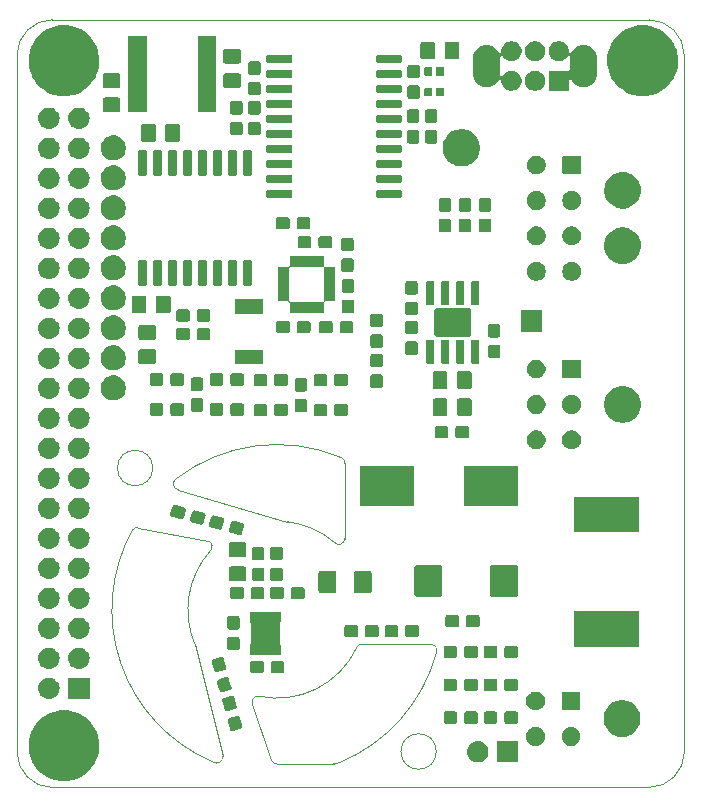
<source format=gbr>
G04 #@! TF.GenerationSoftware,KiCad,Pcbnew,(5.1.4)-1*
G04 #@! TF.CreationDate,2019-11-01T08:15:42-05:00*
G04 #@! TF.ProjectId,20-ELC-3-01-R1 (Telemetry PCB),32302d45-4c43-42d3-932d-30312d523120,rev?*
G04 #@! TF.SameCoordinates,Original*
G04 #@! TF.FileFunction,Soldermask,Top*
G04 #@! TF.FilePolarity,Negative*
%FSLAX46Y46*%
G04 Gerber Fmt 4.6, Leading zero omitted, Abs format (unit mm)*
G04 Created by KiCad (PCBNEW (5.1.4)-1) date 2019-11-01 08:15:42*
%MOMM*%
%LPD*%
G04 APERTURE LIST*
%ADD10C,0.050000*%
%ADD11C,0.100000*%
G04 APERTURE END LIST*
D10*
X224659306Y-74785594D02*
G75*
G02X224423888Y-73898567I90694J498824D01*
G01*
X238475001Y-72077229D02*
G75*
G02X238751115Y-72550000I-223885J-447772D01*
G01*
X238750000Y-78925000D02*
G75*
G02X237878767Y-79249999I-496234J0D01*
G01*
X239766350Y-88149340D02*
G75*
G02X240250000Y-87850000I458651J-200659D01*
G01*
X246050000Y-87845095D02*
G75*
G02X246529562Y-88499959I1J-503025D01*
G01*
X238225000Y-97925000D02*
G75*
G02X237818609Y-97986492I-281391J486036D01*
G01*
X233000000Y-98000000D02*
G75*
G02X232525002Y-97651879I1J498120D01*
G01*
X230920833Y-92926317D02*
G75*
G02X231450000Y-92275001I479168J151317D01*
G01*
X228400731Y-97349890D02*
G75*
G02X227597476Y-97831020I-500731J-75110D01*
G01*
X227204858Y-79137508D02*
G75*
G02X227349999Y-79974999I-179858J-462492D01*
G01*
X220790072Y-78165782D02*
G75*
G02X221275000Y-78025000I359928J-334218D01*
G01*
X233000000Y-98000000D02*
X237818609Y-97986492D01*
X226059891Y-87866853D02*
G75*
G02X227349999Y-79974999I6940109J2916853D01*
G01*
X233856182Y-77496187D02*
G75*
G02X237878767Y-79249999I-856182J-7453813D01*
G01*
X239768697Y-88150450D02*
G75*
G02X231450000Y-92275001I-6768697J3200450D01*
G01*
X227597476Y-97831021D02*
G75*
G02X220790072Y-78165782I5402524J12881021D01*
G01*
X224423888Y-73898567D02*
G75*
G02X238475000Y-72077229I8576112J-11051433D01*
G01*
X246529562Y-88499958D02*
G75*
G02X238225000Y-97925000I-13529562J3549958D01*
G01*
X221275000Y-78025000D02*
X227204858Y-79137507D01*
X224659306Y-74785594D02*
X233856182Y-77496187D01*
X238751115Y-72550000D02*
X238750000Y-78925000D01*
X246050000Y-87845095D02*
X240250000Y-87850000D01*
X228400731Y-97349890D02*
X226059891Y-87866853D01*
X232525002Y-97651879D02*
X230920833Y-92926317D01*
X214000000Y-100000000D02*
X264500000Y-100000000D01*
X222500000Y-72950000D02*
G75*
G03X222500000Y-72950000I-1500000J0D01*
G01*
X246500000Y-96950000D02*
G75*
G03X246500000Y-96950000I-1500000J0D01*
G01*
X214000000Y-100000000D02*
G75*
G02X211000000Y-97000000I0J3000000D01*
G01*
X267500000Y-97000000D02*
G75*
G02X264500000Y-100000000I-3000000J0D01*
G01*
X264500000Y-35000000D02*
G75*
G02X267500000Y-38000000I0J-3000000D01*
G01*
X211000000Y-38000000D02*
G75*
G02X214000000Y-35000000I3000000J0D01*
G01*
X211000000Y-38000000D02*
X211000000Y-97000000D01*
X264500000Y-35000000D02*
X214000000Y-35000000D01*
X267500000Y-38000000D02*
X267500000Y-97000000D01*
D11*
G36*
X215552967Y-93528390D02*
G01*
X215849068Y-93587288D01*
X216395033Y-93813434D01*
X216607331Y-93955287D01*
X216886388Y-94141747D01*
X217304253Y-94559612D01*
X217334283Y-94604555D01*
X217631834Y-95049871D01*
X217632567Y-95050969D01*
X217672703Y-95147867D01*
X217858371Y-95596108D01*
X217858712Y-95596933D01*
X217974000Y-96176524D01*
X217974000Y-96767476D01*
X217932721Y-96975000D01*
X217858712Y-97347068D01*
X217804482Y-97477991D01*
X217645022Y-97862963D01*
X217632566Y-97893033D01*
X217304252Y-98384389D01*
X216886389Y-98802252D01*
X216395033Y-99130566D01*
X215849068Y-99356712D01*
X215655870Y-99395141D01*
X215269476Y-99472000D01*
X214678524Y-99472000D01*
X214292130Y-99395141D01*
X214098932Y-99356712D01*
X213552967Y-99130566D01*
X213061611Y-98802252D01*
X212643748Y-98384389D01*
X212315434Y-97893033D01*
X212302979Y-97862963D01*
X212143518Y-97477991D01*
X212089288Y-97347068D01*
X212015279Y-96975000D01*
X211974000Y-96767476D01*
X211974000Y-96176524D01*
X212089288Y-95596933D01*
X212089630Y-95596108D01*
X212275297Y-95147867D01*
X212315433Y-95050969D01*
X212316167Y-95049871D01*
X212613717Y-94604555D01*
X212643747Y-94559612D01*
X213061612Y-94141747D01*
X213340669Y-93955287D01*
X213552967Y-93813434D01*
X214098932Y-93587288D01*
X214395033Y-93528390D01*
X214678524Y-93472000D01*
X215269476Y-93472000D01*
X215552967Y-93528390D01*
X215552967Y-93528390D01*
G37*
G36*
X253451000Y-97876000D02*
G01*
X251649000Y-97876000D01*
X251649000Y-96074000D01*
X253451000Y-96074000D01*
X253451000Y-97876000D01*
X253451000Y-97876000D01*
G37*
G36*
X250120442Y-96080518D02*
G01*
X250186627Y-96087037D01*
X250356466Y-96138557D01*
X250512991Y-96222222D01*
X250548729Y-96251552D01*
X250650186Y-96334814D01*
X250733448Y-96436271D01*
X250762778Y-96472009D01*
X250846443Y-96628534D01*
X250897963Y-96798373D01*
X250915359Y-96975000D01*
X250897963Y-97151627D01*
X250846443Y-97321466D01*
X250762778Y-97477991D01*
X250733448Y-97513729D01*
X250650186Y-97615186D01*
X250548729Y-97698448D01*
X250512991Y-97727778D01*
X250356466Y-97811443D01*
X250186627Y-97862963D01*
X250120443Y-97869481D01*
X250054260Y-97876000D01*
X249965740Y-97876000D01*
X249899557Y-97869481D01*
X249833373Y-97862963D01*
X249663534Y-97811443D01*
X249507009Y-97727778D01*
X249471271Y-97698448D01*
X249369814Y-97615186D01*
X249286552Y-97513729D01*
X249257222Y-97477991D01*
X249173557Y-97321466D01*
X249122037Y-97151627D01*
X249104641Y-96975000D01*
X249122037Y-96798373D01*
X249173557Y-96628534D01*
X249257222Y-96472009D01*
X249286552Y-96436271D01*
X249369814Y-96334814D01*
X249471271Y-96251552D01*
X249507009Y-96222222D01*
X249663534Y-96138557D01*
X249833373Y-96087037D01*
X249899558Y-96080518D01*
X249965740Y-96074000D01*
X250054260Y-96074000D01*
X250120442Y-96080518D01*
X250120442Y-96080518D01*
G37*
G36*
X258138642Y-94904781D02*
G01*
X258284414Y-94965162D01*
X258284416Y-94965163D01*
X258415608Y-95052822D01*
X258527178Y-95164392D01*
X258559369Y-95212570D01*
X258614838Y-95295586D01*
X258675219Y-95441358D01*
X258706000Y-95596107D01*
X258706000Y-95753893D01*
X258675219Y-95908642D01*
X258614838Y-96054414D01*
X258614837Y-96054416D01*
X258527178Y-96185608D01*
X258415608Y-96297178D01*
X258284416Y-96384837D01*
X258284415Y-96384838D01*
X258284414Y-96384838D01*
X258138642Y-96445219D01*
X257983893Y-96476000D01*
X257826107Y-96476000D01*
X257671358Y-96445219D01*
X257525586Y-96384838D01*
X257525585Y-96384838D01*
X257525584Y-96384837D01*
X257394392Y-96297178D01*
X257282822Y-96185608D01*
X257195163Y-96054416D01*
X257195162Y-96054414D01*
X257134781Y-95908642D01*
X257104000Y-95753893D01*
X257104000Y-95596107D01*
X257134781Y-95441358D01*
X257195162Y-95295586D01*
X257250631Y-95212570D01*
X257282822Y-95164392D01*
X257394392Y-95052822D01*
X257525584Y-94965163D01*
X257525586Y-94965162D01*
X257671358Y-94904781D01*
X257826107Y-94874000D01*
X257983893Y-94874000D01*
X258138642Y-94904781D01*
X258138642Y-94904781D01*
G37*
G36*
X255138642Y-94904781D02*
G01*
X255284414Y-94965162D01*
X255284416Y-94965163D01*
X255415608Y-95052822D01*
X255527178Y-95164392D01*
X255559369Y-95212570D01*
X255614838Y-95295586D01*
X255675219Y-95441358D01*
X255706000Y-95596107D01*
X255706000Y-95753893D01*
X255675219Y-95908642D01*
X255614838Y-96054414D01*
X255614837Y-96054416D01*
X255527178Y-96185608D01*
X255415608Y-96297178D01*
X255284416Y-96384837D01*
X255284415Y-96384838D01*
X255284414Y-96384838D01*
X255138642Y-96445219D01*
X254983893Y-96476000D01*
X254826107Y-96476000D01*
X254671358Y-96445219D01*
X254525586Y-96384838D01*
X254525585Y-96384838D01*
X254525584Y-96384837D01*
X254394392Y-96297178D01*
X254282822Y-96185608D01*
X254195163Y-96054416D01*
X254195162Y-96054414D01*
X254134781Y-95908642D01*
X254104000Y-95753893D01*
X254104000Y-95596107D01*
X254134781Y-95441358D01*
X254195162Y-95295586D01*
X254250631Y-95212570D01*
X254282822Y-95164392D01*
X254394392Y-95052822D01*
X254525584Y-94965163D01*
X254525586Y-94965162D01*
X254671358Y-94904781D01*
X254826107Y-94874000D01*
X254983893Y-94874000D01*
X255138642Y-94904781D01*
X255138642Y-94904781D01*
G37*
G36*
X262527585Y-92653802D02*
G01*
X262677410Y-92683604D01*
X262959674Y-92800521D01*
X263213705Y-92970259D01*
X263429741Y-93186295D01*
X263599479Y-93440326D01*
X263716396Y-93722590D01*
X263716396Y-93722591D01*
X263776000Y-94022239D01*
X263776000Y-94327761D01*
X263746198Y-94477585D01*
X263716396Y-94627410D01*
X263599479Y-94909674D01*
X263429741Y-95163705D01*
X263213705Y-95379741D01*
X262959674Y-95549479D01*
X262677410Y-95666396D01*
X262527585Y-95696198D01*
X262377761Y-95726000D01*
X262072239Y-95726000D01*
X261922415Y-95696198D01*
X261772590Y-95666396D01*
X261490326Y-95549479D01*
X261236295Y-95379741D01*
X261020259Y-95163705D01*
X260850521Y-94909674D01*
X260733604Y-94627410D01*
X260703802Y-94477585D01*
X260674000Y-94327761D01*
X260674000Y-94022239D01*
X260733604Y-93722591D01*
X260733604Y-93722590D01*
X260850521Y-93440326D01*
X261020259Y-93186295D01*
X261236295Y-92970259D01*
X261490326Y-92800521D01*
X261772590Y-92683604D01*
X261922415Y-92653802D01*
X262072239Y-92624000D01*
X262377761Y-92624000D01*
X262527585Y-92653802D01*
X262527585Y-92653802D01*
G37*
G36*
X229687073Y-93934593D02*
G01*
X229725237Y-93943491D01*
X229760927Y-93959663D01*
X229792783Y-93982490D01*
X229819572Y-94011092D01*
X229840262Y-94044366D01*
X229856238Y-94086812D01*
X229870826Y-94141254D01*
X229870826Y-94141255D01*
X230032847Y-94745924D01*
X230032848Y-94745931D01*
X230047435Y-94800370D01*
X230054822Y-94845113D01*
X230053540Y-94884280D01*
X230044642Y-94922444D01*
X230028470Y-94958134D01*
X230005643Y-94989990D01*
X229977042Y-95016777D01*
X229943767Y-95037469D01*
X229901317Y-95053446D01*
X229284357Y-95218760D01*
X229239614Y-95226147D01*
X229200447Y-95224865D01*
X229162283Y-95215967D01*
X229126593Y-95199795D01*
X229094737Y-95176968D01*
X229067948Y-95148366D01*
X229047258Y-95115092D01*
X229031282Y-95072646D01*
X228997212Y-94945494D01*
X228854673Y-94413534D01*
X228854672Y-94413527D01*
X228840085Y-94359088D01*
X228832698Y-94314345D01*
X228833980Y-94275178D01*
X228842878Y-94237014D01*
X228859050Y-94201324D01*
X228881877Y-94169468D01*
X228910478Y-94142681D01*
X228943753Y-94121989D01*
X228986203Y-94106012D01*
X229603163Y-93940698D01*
X229647906Y-93933311D01*
X229687073Y-93934593D01*
X229687073Y-93934593D01*
G37*
G36*
X253257500Y-93561445D02*
G01*
X253294996Y-93572820D01*
X253329555Y-93591292D01*
X253359848Y-93616153D01*
X253384709Y-93646446D01*
X253403181Y-93681005D01*
X253414556Y-93718501D01*
X253419001Y-93763638D01*
X253419001Y-94402362D01*
X253414556Y-94447499D01*
X253403181Y-94484995D01*
X253384709Y-94519554D01*
X253359848Y-94549847D01*
X253329555Y-94574708D01*
X253294996Y-94593180D01*
X253257500Y-94604555D01*
X253212363Y-94609000D01*
X252473639Y-94609000D01*
X252428502Y-94604555D01*
X252391006Y-94593180D01*
X252356447Y-94574708D01*
X252326154Y-94549847D01*
X252301293Y-94519554D01*
X252282821Y-94484995D01*
X252271446Y-94447499D01*
X252267001Y-94402362D01*
X252267001Y-93763638D01*
X252271446Y-93718501D01*
X252282821Y-93681005D01*
X252301293Y-93646446D01*
X252326154Y-93616153D01*
X252356447Y-93591292D01*
X252391006Y-93572820D01*
X252428502Y-93561445D01*
X252473639Y-93557000D01*
X253212363Y-93557000D01*
X253257500Y-93561445D01*
X253257500Y-93561445D01*
G37*
G36*
X249857499Y-93561445D02*
G01*
X249894995Y-93572820D01*
X249929554Y-93591292D01*
X249959847Y-93616153D01*
X249984708Y-93646446D01*
X250003180Y-93681005D01*
X250014555Y-93718501D01*
X250019000Y-93763638D01*
X250019000Y-94402362D01*
X250014555Y-94447499D01*
X250003180Y-94484995D01*
X249984708Y-94519554D01*
X249959847Y-94549847D01*
X249929554Y-94574708D01*
X249894995Y-94593180D01*
X249857499Y-94604555D01*
X249812362Y-94609000D01*
X249073638Y-94609000D01*
X249028501Y-94604555D01*
X248991005Y-94593180D01*
X248956446Y-94574708D01*
X248926153Y-94549847D01*
X248901292Y-94519554D01*
X248882820Y-94484995D01*
X248871445Y-94447499D01*
X248867000Y-94402362D01*
X248867000Y-93763638D01*
X248871445Y-93718501D01*
X248882820Y-93681005D01*
X248901292Y-93646446D01*
X248926153Y-93616153D01*
X248956446Y-93591292D01*
X248991005Y-93572820D01*
X249028501Y-93561445D01*
X249073638Y-93557000D01*
X249812362Y-93557000D01*
X249857499Y-93561445D01*
X249857499Y-93561445D01*
G37*
G36*
X248107499Y-93561445D02*
G01*
X248144995Y-93572820D01*
X248179554Y-93591292D01*
X248209847Y-93616153D01*
X248234708Y-93646446D01*
X248253180Y-93681005D01*
X248264555Y-93718501D01*
X248269000Y-93763638D01*
X248269000Y-94402362D01*
X248264555Y-94447499D01*
X248253180Y-94484995D01*
X248234708Y-94519554D01*
X248209847Y-94549847D01*
X248179554Y-94574708D01*
X248144995Y-94593180D01*
X248107499Y-94604555D01*
X248062362Y-94609000D01*
X247323638Y-94609000D01*
X247278501Y-94604555D01*
X247241005Y-94593180D01*
X247206446Y-94574708D01*
X247176153Y-94549847D01*
X247151292Y-94519554D01*
X247132820Y-94484995D01*
X247121445Y-94447499D01*
X247117000Y-94402362D01*
X247117000Y-93763638D01*
X247121445Y-93718501D01*
X247132820Y-93681005D01*
X247151292Y-93646446D01*
X247176153Y-93616153D01*
X247206446Y-93591292D01*
X247241005Y-93572820D01*
X247278501Y-93561445D01*
X247323638Y-93557000D01*
X248062362Y-93557000D01*
X248107499Y-93561445D01*
X248107499Y-93561445D01*
G37*
G36*
X251507500Y-93561445D02*
G01*
X251544996Y-93572820D01*
X251579555Y-93591292D01*
X251609848Y-93616153D01*
X251634709Y-93646446D01*
X251653181Y-93681005D01*
X251664556Y-93718501D01*
X251669001Y-93763638D01*
X251669001Y-94402362D01*
X251664556Y-94447499D01*
X251653181Y-94484995D01*
X251634709Y-94519554D01*
X251609848Y-94549847D01*
X251579555Y-94574708D01*
X251544996Y-94593180D01*
X251507500Y-94604555D01*
X251462363Y-94609000D01*
X250723639Y-94609000D01*
X250678502Y-94604555D01*
X250641006Y-94593180D01*
X250606447Y-94574708D01*
X250576154Y-94549847D01*
X250551293Y-94519554D01*
X250532821Y-94484995D01*
X250521446Y-94447499D01*
X250517001Y-94402362D01*
X250517001Y-93763638D01*
X250521446Y-93718501D01*
X250532821Y-93681005D01*
X250551293Y-93646446D01*
X250576154Y-93616153D01*
X250606447Y-93591292D01*
X250641006Y-93572820D01*
X250678502Y-93561445D01*
X250723639Y-93557000D01*
X251462363Y-93557000D01*
X251507500Y-93561445D01*
X251507500Y-93561445D01*
G37*
G36*
X229234139Y-92244223D02*
G01*
X229272303Y-92253121D01*
X229307993Y-92269293D01*
X229339849Y-92292120D01*
X229366638Y-92320722D01*
X229387328Y-92353996D01*
X229403304Y-92396442D01*
X229417892Y-92450884D01*
X229417892Y-92450885D01*
X229579913Y-93055554D01*
X229579914Y-93055561D01*
X229594501Y-93110000D01*
X229601888Y-93154743D01*
X229600606Y-93193910D01*
X229591708Y-93232074D01*
X229575536Y-93267764D01*
X229552709Y-93299620D01*
X229524108Y-93326407D01*
X229490833Y-93347099D01*
X229448383Y-93363076D01*
X228831423Y-93528390D01*
X228786680Y-93535777D01*
X228747513Y-93534495D01*
X228709349Y-93525597D01*
X228673659Y-93509425D01*
X228641803Y-93486598D01*
X228615014Y-93457996D01*
X228594324Y-93424722D01*
X228578348Y-93382276D01*
X228544278Y-93255124D01*
X228401739Y-92723164D01*
X228401738Y-92723157D01*
X228387151Y-92668718D01*
X228379764Y-92623975D01*
X228381046Y-92584808D01*
X228389944Y-92546644D01*
X228406116Y-92510954D01*
X228428943Y-92479098D01*
X228457544Y-92452311D01*
X228490819Y-92431619D01*
X228533269Y-92415642D01*
X229150229Y-92250328D01*
X229194972Y-92242941D01*
X229234139Y-92244223D01*
X229234139Y-92244223D01*
G37*
G36*
X258558048Y-91878122D02*
G01*
X258592387Y-91888539D01*
X258624036Y-91905456D01*
X258651778Y-91928222D01*
X258674544Y-91955964D01*
X258691461Y-91987613D01*
X258701878Y-92021952D01*
X258706000Y-92063807D01*
X258706000Y-93286193D01*
X258701878Y-93328048D01*
X258691461Y-93362387D01*
X258674544Y-93394036D01*
X258651778Y-93421778D01*
X258624036Y-93444544D01*
X258592387Y-93461461D01*
X258558048Y-93471878D01*
X258516193Y-93476000D01*
X257293807Y-93476000D01*
X257251952Y-93471878D01*
X257217613Y-93461461D01*
X257185964Y-93444544D01*
X257158222Y-93421778D01*
X257135456Y-93394036D01*
X257118539Y-93362387D01*
X257108122Y-93328048D01*
X257104000Y-93286193D01*
X257104000Y-92063807D01*
X257108122Y-92021952D01*
X257118539Y-91987613D01*
X257135456Y-91955964D01*
X257158222Y-91928222D01*
X257185964Y-91905456D01*
X257217613Y-91888539D01*
X257251952Y-91878122D01*
X257293807Y-91874000D01*
X258516193Y-91874000D01*
X258558048Y-91878122D01*
X258558048Y-91878122D01*
G37*
G36*
X255138642Y-91904781D02*
G01*
X255262208Y-91955964D01*
X255284416Y-91965163D01*
X255415608Y-92052822D01*
X255527178Y-92164392D01*
X255611901Y-92291190D01*
X255614838Y-92295586D01*
X255675219Y-92441358D01*
X255706000Y-92596107D01*
X255706000Y-92753893D01*
X255675219Y-92908642D01*
X255614838Y-93054414D01*
X255614837Y-93054416D01*
X255527178Y-93185608D01*
X255415608Y-93297178D01*
X255284416Y-93384837D01*
X255284415Y-93384838D01*
X255284414Y-93384838D01*
X255138642Y-93445219D01*
X254983893Y-93476000D01*
X254826107Y-93476000D01*
X254671358Y-93445219D01*
X254525586Y-93384838D01*
X254525585Y-93384838D01*
X254525584Y-93384837D01*
X254394392Y-93297178D01*
X254282822Y-93185608D01*
X254195163Y-93054416D01*
X254195162Y-93054414D01*
X254134781Y-92908642D01*
X254104000Y-92753893D01*
X254104000Y-92596107D01*
X254134781Y-92441358D01*
X254195162Y-92295586D01*
X254198099Y-92291190D01*
X254282822Y-92164392D01*
X254394392Y-92052822D01*
X254525584Y-91965163D01*
X254547792Y-91955964D01*
X254671358Y-91904781D01*
X254826107Y-91874000D01*
X254983893Y-91874000D01*
X255138642Y-91904781D01*
X255138642Y-91904781D01*
G37*
G36*
X217145000Y-92503000D02*
G01*
X215343000Y-92503000D01*
X215343000Y-90701000D01*
X217145000Y-90701000D01*
X217145000Y-92503000D01*
X217145000Y-92503000D01*
G37*
G36*
X213814442Y-90707518D02*
G01*
X213880627Y-90714037D01*
X214050466Y-90765557D01*
X214050468Y-90765558D01*
X214103342Y-90793820D01*
X214206991Y-90849222D01*
X214218336Y-90858533D01*
X214344186Y-90961814D01*
X214409171Y-91041000D01*
X214456778Y-91099009D01*
X214540443Y-91255534D01*
X214591963Y-91425373D01*
X214609359Y-91602000D01*
X214591963Y-91778627D01*
X214540443Y-91948466D01*
X214456778Y-92104991D01*
X214427448Y-92140729D01*
X214344186Y-92242186D01*
X214248488Y-92320722D01*
X214206991Y-92354778D01*
X214050466Y-92438443D01*
X213880627Y-92489963D01*
X213814443Y-92496481D01*
X213748260Y-92503000D01*
X213659740Y-92503000D01*
X213593557Y-92496481D01*
X213527373Y-92489963D01*
X213357534Y-92438443D01*
X213201009Y-92354778D01*
X213159512Y-92320722D01*
X213063814Y-92242186D01*
X212980552Y-92140729D01*
X212951222Y-92104991D01*
X212867557Y-91948466D01*
X212816037Y-91778627D01*
X212798641Y-91602000D01*
X212816037Y-91425373D01*
X212867557Y-91255534D01*
X212951222Y-91099009D01*
X212998829Y-91041000D01*
X213063814Y-90961814D01*
X213189664Y-90858533D01*
X213201009Y-90849222D01*
X213304658Y-90793820D01*
X213357532Y-90765558D01*
X213357534Y-90765557D01*
X213527373Y-90714037D01*
X213593557Y-90707519D01*
X213659740Y-90701000D01*
X213748260Y-90701000D01*
X213814442Y-90707518D01*
X213814442Y-90707518D01*
G37*
G36*
X228807088Y-90650445D02*
G01*
X228845252Y-90659343D01*
X228880942Y-90675515D01*
X228912798Y-90698342D01*
X228939587Y-90726944D01*
X228960277Y-90760218D01*
X228976253Y-90802664D01*
X228990841Y-90857106D01*
X228990841Y-90857107D01*
X229152862Y-91461776D01*
X229152863Y-91461783D01*
X229167450Y-91516222D01*
X229174837Y-91560965D01*
X229173555Y-91600132D01*
X229164657Y-91638296D01*
X229148485Y-91673986D01*
X229125658Y-91705842D01*
X229097057Y-91732629D01*
X229063782Y-91753321D01*
X229021332Y-91769298D01*
X228404372Y-91934612D01*
X228359629Y-91941999D01*
X228320462Y-91940717D01*
X228282298Y-91931819D01*
X228246608Y-91915647D01*
X228214752Y-91892820D01*
X228187963Y-91864218D01*
X228167273Y-91830944D01*
X228151297Y-91788498D01*
X228117227Y-91661346D01*
X227974688Y-91129386D01*
X227974687Y-91129379D01*
X227960100Y-91074940D01*
X227952713Y-91030197D01*
X227953995Y-90991030D01*
X227962893Y-90952866D01*
X227979065Y-90917176D01*
X228001892Y-90885320D01*
X228030493Y-90858533D01*
X228063768Y-90837841D01*
X228106218Y-90821864D01*
X228723178Y-90656550D01*
X228767921Y-90649163D01*
X228807088Y-90650445D01*
X228807088Y-90650445D01*
G37*
G36*
X253257500Y-90782445D02*
G01*
X253294996Y-90793820D01*
X253329555Y-90812292D01*
X253359848Y-90837153D01*
X253384709Y-90867446D01*
X253403181Y-90902005D01*
X253414556Y-90939501D01*
X253419001Y-90984638D01*
X253419001Y-91623362D01*
X253414556Y-91668499D01*
X253403181Y-91705995D01*
X253384709Y-91740554D01*
X253359848Y-91770847D01*
X253329555Y-91795708D01*
X253294996Y-91814180D01*
X253257500Y-91825555D01*
X253212363Y-91830000D01*
X252473639Y-91830000D01*
X252428502Y-91825555D01*
X252391006Y-91814180D01*
X252356447Y-91795708D01*
X252326154Y-91770847D01*
X252301293Y-91740554D01*
X252282821Y-91705995D01*
X252271446Y-91668499D01*
X252267001Y-91623362D01*
X252267001Y-90984638D01*
X252271446Y-90939501D01*
X252282821Y-90902005D01*
X252301293Y-90867446D01*
X252326154Y-90837153D01*
X252356447Y-90812292D01*
X252391006Y-90793820D01*
X252428502Y-90782445D01*
X252473639Y-90778000D01*
X253212363Y-90778000D01*
X253257500Y-90782445D01*
X253257500Y-90782445D01*
G37*
G36*
X249857499Y-90782445D02*
G01*
X249894995Y-90793820D01*
X249929554Y-90812292D01*
X249959847Y-90837153D01*
X249984708Y-90867446D01*
X250003180Y-90902005D01*
X250014555Y-90939501D01*
X250019000Y-90984638D01*
X250019000Y-91623362D01*
X250014555Y-91668499D01*
X250003180Y-91705995D01*
X249984708Y-91740554D01*
X249959847Y-91770847D01*
X249929554Y-91795708D01*
X249894995Y-91814180D01*
X249857499Y-91825555D01*
X249812362Y-91830000D01*
X249073638Y-91830000D01*
X249028501Y-91825555D01*
X248991005Y-91814180D01*
X248956446Y-91795708D01*
X248926153Y-91770847D01*
X248901292Y-91740554D01*
X248882820Y-91705995D01*
X248871445Y-91668499D01*
X248867000Y-91623362D01*
X248867000Y-90984638D01*
X248871445Y-90939501D01*
X248882820Y-90902005D01*
X248901292Y-90867446D01*
X248926153Y-90837153D01*
X248956446Y-90812292D01*
X248991005Y-90793820D01*
X249028501Y-90782445D01*
X249073638Y-90778000D01*
X249812362Y-90778000D01*
X249857499Y-90782445D01*
X249857499Y-90782445D01*
G37*
G36*
X248107499Y-90782445D02*
G01*
X248144995Y-90793820D01*
X248179554Y-90812292D01*
X248209847Y-90837153D01*
X248234708Y-90867446D01*
X248253180Y-90902005D01*
X248264555Y-90939501D01*
X248269000Y-90984638D01*
X248269000Y-91623362D01*
X248264555Y-91668499D01*
X248253180Y-91705995D01*
X248234708Y-91740554D01*
X248209847Y-91770847D01*
X248179554Y-91795708D01*
X248144995Y-91814180D01*
X248107499Y-91825555D01*
X248062362Y-91830000D01*
X247323638Y-91830000D01*
X247278501Y-91825555D01*
X247241005Y-91814180D01*
X247206446Y-91795708D01*
X247176153Y-91770847D01*
X247151292Y-91740554D01*
X247132820Y-91705995D01*
X247121445Y-91668499D01*
X247117000Y-91623362D01*
X247117000Y-90984638D01*
X247121445Y-90939501D01*
X247132820Y-90902005D01*
X247151292Y-90867446D01*
X247176153Y-90837153D01*
X247206446Y-90812292D01*
X247241005Y-90793820D01*
X247278501Y-90782445D01*
X247323638Y-90778000D01*
X248062362Y-90778000D01*
X248107499Y-90782445D01*
X248107499Y-90782445D01*
G37*
G36*
X251507500Y-90782445D02*
G01*
X251544996Y-90793820D01*
X251579555Y-90812292D01*
X251609848Y-90837153D01*
X251634709Y-90867446D01*
X251653181Y-90902005D01*
X251664556Y-90939501D01*
X251669001Y-90984638D01*
X251669001Y-91623362D01*
X251664556Y-91668499D01*
X251653181Y-91705995D01*
X251634709Y-91740554D01*
X251609848Y-91770847D01*
X251579555Y-91795708D01*
X251544996Y-91814180D01*
X251507500Y-91825555D01*
X251462363Y-91830000D01*
X250723639Y-91830000D01*
X250678502Y-91825555D01*
X250641006Y-91814180D01*
X250606447Y-91795708D01*
X250576154Y-91770847D01*
X250551293Y-91740554D01*
X250532821Y-91705995D01*
X250521446Y-91668499D01*
X250517001Y-91623362D01*
X250517001Y-90984638D01*
X250521446Y-90939501D01*
X250532821Y-90902005D01*
X250551293Y-90867446D01*
X250576154Y-90837153D01*
X250606447Y-90812292D01*
X250641006Y-90793820D01*
X250678502Y-90782445D01*
X250723639Y-90778000D01*
X251462363Y-90778000D01*
X251507500Y-90782445D01*
X251507500Y-90782445D01*
G37*
G36*
X231733699Y-89280045D02*
G01*
X231771195Y-89291420D01*
X231805754Y-89309892D01*
X231836047Y-89334753D01*
X231860908Y-89365046D01*
X231879380Y-89399605D01*
X231890755Y-89437101D01*
X231895200Y-89482238D01*
X231895200Y-90120962D01*
X231890755Y-90166099D01*
X231879380Y-90203595D01*
X231860908Y-90238154D01*
X231836047Y-90268447D01*
X231805754Y-90293308D01*
X231771195Y-90311780D01*
X231733699Y-90323155D01*
X231688562Y-90327600D01*
X230949838Y-90327600D01*
X230904701Y-90323155D01*
X230867205Y-90311780D01*
X230832646Y-90293308D01*
X230802353Y-90268447D01*
X230777492Y-90238154D01*
X230759020Y-90203595D01*
X230747645Y-90166099D01*
X230743200Y-90120962D01*
X230743200Y-89482238D01*
X230747645Y-89437101D01*
X230759020Y-89399605D01*
X230777492Y-89365046D01*
X230802353Y-89334753D01*
X230832646Y-89309892D01*
X230867205Y-89291420D01*
X230904701Y-89280045D01*
X230949838Y-89275600D01*
X231688562Y-89275600D01*
X231733699Y-89280045D01*
X231733699Y-89280045D01*
G37*
G36*
X233483699Y-89280045D02*
G01*
X233521195Y-89291420D01*
X233555754Y-89309892D01*
X233586047Y-89334753D01*
X233610908Y-89365046D01*
X233629380Y-89399605D01*
X233640755Y-89437101D01*
X233645200Y-89482238D01*
X233645200Y-90120962D01*
X233640755Y-90166099D01*
X233629380Y-90203595D01*
X233610908Y-90238154D01*
X233586047Y-90268447D01*
X233555754Y-90293308D01*
X233521195Y-90311780D01*
X233483699Y-90323155D01*
X233438562Y-90327600D01*
X232699838Y-90327600D01*
X232654701Y-90323155D01*
X232617205Y-90311780D01*
X232582646Y-90293308D01*
X232552353Y-90268447D01*
X232527492Y-90238154D01*
X232509020Y-90203595D01*
X232497645Y-90166099D01*
X232493200Y-90120962D01*
X232493200Y-89482238D01*
X232497645Y-89437101D01*
X232509020Y-89399605D01*
X232527492Y-89365046D01*
X232552353Y-89334753D01*
X232582646Y-89309892D01*
X232617205Y-89291420D01*
X232654701Y-89280045D01*
X232699838Y-89275600D01*
X233438562Y-89275600D01*
X233483699Y-89280045D01*
X233483699Y-89280045D01*
G37*
G36*
X228354154Y-88960075D02*
G01*
X228392318Y-88968973D01*
X228428008Y-88985145D01*
X228459864Y-89007972D01*
X228486653Y-89036574D01*
X228507343Y-89069848D01*
X228523319Y-89112294D01*
X228537907Y-89166736D01*
X228537907Y-89166737D01*
X228699928Y-89771406D01*
X228699929Y-89771413D01*
X228714516Y-89825852D01*
X228721903Y-89870595D01*
X228720621Y-89909762D01*
X228711723Y-89947926D01*
X228695551Y-89983616D01*
X228672724Y-90015472D01*
X228644123Y-90042259D01*
X228610848Y-90062951D01*
X228568398Y-90078928D01*
X227951438Y-90244242D01*
X227906695Y-90251629D01*
X227867528Y-90250347D01*
X227829364Y-90241449D01*
X227793674Y-90225277D01*
X227761818Y-90202450D01*
X227735029Y-90173848D01*
X227714339Y-90140574D01*
X227698363Y-90098128D01*
X227664293Y-89970976D01*
X227521754Y-89439016D01*
X227521753Y-89439009D01*
X227507166Y-89384570D01*
X227499779Y-89339827D01*
X227501061Y-89300660D01*
X227509959Y-89262496D01*
X227526131Y-89226806D01*
X227548958Y-89194950D01*
X227577559Y-89168163D01*
X227610834Y-89147471D01*
X227653284Y-89131494D01*
X228270244Y-88966180D01*
X228314987Y-88958793D01*
X228354154Y-88960075D01*
X228354154Y-88960075D01*
G37*
G36*
X213798101Y-88165909D02*
G01*
X213880627Y-88174037D01*
X214050466Y-88225557D01*
X214050468Y-88225558D01*
X214118646Y-88262000D01*
X214206991Y-88309222D01*
X214236302Y-88333277D01*
X214344186Y-88421814D01*
X214427448Y-88523271D01*
X214456778Y-88559009D01*
X214540443Y-88715534D01*
X214591963Y-88885373D01*
X214609359Y-89062000D01*
X214591963Y-89238627D01*
X214540443Y-89408466D01*
X214456778Y-89564991D01*
X214427448Y-89600729D01*
X214344186Y-89702186D01*
X214259840Y-89771406D01*
X214206991Y-89814778D01*
X214050466Y-89898443D01*
X213880627Y-89949963D01*
X213814442Y-89956482D01*
X213748260Y-89963000D01*
X213659740Y-89963000D01*
X213593558Y-89956482D01*
X213527373Y-89949963D01*
X213357534Y-89898443D01*
X213201009Y-89814778D01*
X213148160Y-89771406D01*
X213063814Y-89702186D01*
X212980552Y-89600729D01*
X212951222Y-89564991D01*
X212867557Y-89408466D01*
X212816037Y-89238627D01*
X212798641Y-89062000D01*
X212816037Y-88885373D01*
X212867557Y-88715534D01*
X212951222Y-88559009D01*
X212980552Y-88523271D01*
X213063814Y-88421814D01*
X213171698Y-88333277D01*
X213201009Y-88309222D01*
X213289354Y-88262000D01*
X213357532Y-88225558D01*
X213357534Y-88225557D01*
X213527373Y-88174037D01*
X213609899Y-88165909D01*
X213659740Y-88161000D01*
X213748260Y-88161000D01*
X213798101Y-88165909D01*
X213798101Y-88165909D01*
G37*
G36*
X216338101Y-88165909D02*
G01*
X216420627Y-88174037D01*
X216590466Y-88225557D01*
X216590468Y-88225558D01*
X216658646Y-88262000D01*
X216746991Y-88309222D01*
X216776302Y-88333277D01*
X216884186Y-88421814D01*
X216967448Y-88523271D01*
X216996778Y-88559009D01*
X217080443Y-88715534D01*
X217131963Y-88885373D01*
X217149359Y-89062000D01*
X217131963Y-89238627D01*
X217080443Y-89408466D01*
X216996778Y-89564991D01*
X216967448Y-89600729D01*
X216884186Y-89702186D01*
X216799840Y-89771406D01*
X216746991Y-89814778D01*
X216590466Y-89898443D01*
X216420627Y-89949963D01*
X216354442Y-89956482D01*
X216288260Y-89963000D01*
X216199740Y-89963000D01*
X216133558Y-89956482D01*
X216067373Y-89949963D01*
X215897534Y-89898443D01*
X215741009Y-89814778D01*
X215688160Y-89771406D01*
X215603814Y-89702186D01*
X215520552Y-89600729D01*
X215491222Y-89564991D01*
X215407557Y-89408466D01*
X215356037Y-89238627D01*
X215338641Y-89062000D01*
X215356037Y-88885373D01*
X215407557Y-88715534D01*
X215491222Y-88559009D01*
X215520552Y-88523271D01*
X215603814Y-88421814D01*
X215711698Y-88333277D01*
X215741009Y-88309222D01*
X215829354Y-88262000D01*
X215897532Y-88225558D01*
X215897534Y-88225557D01*
X216067373Y-88174037D01*
X216149899Y-88165909D01*
X216199740Y-88161000D01*
X216288260Y-88161000D01*
X216338101Y-88165909D01*
X216338101Y-88165909D01*
G37*
G36*
X248107499Y-88003445D02*
G01*
X248144995Y-88014820D01*
X248179554Y-88033292D01*
X248209847Y-88058153D01*
X248234708Y-88088446D01*
X248253180Y-88123005D01*
X248264555Y-88160501D01*
X248269000Y-88205638D01*
X248269000Y-88844362D01*
X248264555Y-88889499D01*
X248253180Y-88926995D01*
X248234708Y-88961554D01*
X248209847Y-88991847D01*
X248179554Y-89016708D01*
X248144995Y-89035180D01*
X248107499Y-89046555D01*
X248062362Y-89051000D01*
X247323638Y-89051000D01*
X247278501Y-89046555D01*
X247241005Y-89035180D01*
X247206446Y-89016708D01*
X247176153Y-88991847D01*
X247151292Y-88961554D01*
X247132820Y-88926995D01*
X247121445Y-88889499D01*
X247117000Y-88844362D01*
X247117000Y-88205638D01*
X247121445Y-88160501D01*
X247132820Y-88123005D01*
X247151292Y-88088446D01*
X247176153Y-88058153D01*
X247206446Y-88033292D01*
X247241005Y-88014820D01*
X247278501Y-88003445D01*
X247323638Y-87999000D01*
X248062362Y-87999000D01*
X248107499Y-88003445D01*
X248107499Y-88003445D01*
G37*
G36*
X253257500Y-88003445D02*
G01*
X253294996Y-88014820D01*
X253329555Y-88033292D01*
X253359848Y-88058153D01*
X253384709Y-88088446D01*
X253403181Y-88123005D01*
X253414556Y-88160501D01*
X253419001Y-88205638D01*
X253419001Y-88844362D01*
X253414556Y-88889499D01*
X253403181Y-88926995D01*
X253384709Y-88961554D01*
X253359848Y-88991847D01*
X253329555Y-89016708D01*
X253294996Y-89035180D01*
X253257500Y-89046555D01*
X253212363Y-89051000D01*
X252473639Y-89051000D01*
X252428502Y-89046555D01*
X252391006Y-89035180D01*
X252356447Y-89016708D01*
X252326154Y-88991847D01*
X252301293Y-88961554D01*
X252282821Y-88926995D01*
X252271446Y-88889499D01*
X252267001Y-88844362D01*
X252267001Y-88205638D01*
X252271446Y-88160501D01*
X252282821Y-88123005D01*
X252301293Y-88088446D01*
X252326154Y-88058153D01*
X252356447Y-88033292D01*
X252391006Y-88014820D01*
X252428502Y-88003445D01*
X252473639Y-87999000D01*
X253212363Y-87999000D01*
X253257500Y-88003445D01*
X253257500Y-88003445D01*
G37*
G36*
X251507500Y-88003445D02*
G01*
X251544996Y-88014820D01*
X251579555Y-88033292D01*
X251609848Y-88058153D01*
X251634709Y-88088446D01*
X251653181Y-88123005D01*
X251664556Y-88160501D01*
X251669001Y-88205638D01*
X251669001Y-88844362D01*
X251664556Y-88889499D01*
X251653181Y-88926995D01*
X251634709Y-88961554D01*
X251609848Y-88991847D01*
X251579555Y-89016708D01*
X251544996Y-89035180D01*
X251507500Y-89046555D01*
X251462363Y-89051000D01*
X250723639Y-89051000D01*
X250678502Y-89046555D01*
X250641006Y-89035180D01*
X250606447Y-89016708D01*
X250576154Y-88991847D01*
X250551293Y-88961554D01*
X250532821Y-88926995D01*
X250521446Y-88889499D01*
X250517001Y-88844362D01*
X250517001Y-88205638D01*
X250521446Y-88160501D01*
X250532821Y-88123005D01*
X250551293Y-88088446D01*
X250576154Y-88058153D01*
X250606447Y-88033292D01*
X250641006Y-88014820D01*
X250678502Y-88003445D01*
X250723639Y-87999000D01*
X251462363Y-87999000D01*
X251507500Y-88003445D01*
X251507500Y-88003445D01*
G37*
G36*
X249857499Y-88003445D02*
G01*
X249894995Y-88014820D01*
X249929554Y-88033292D01*
X249959847Y-88058153D01*
X249984708Y-88088446D01*
X250003180Y-88123005D01*
X250014555Y-88160501D01*
X250019000Y-88205638D01*
X250019000Y-88844362D01*
X250014555Y-88889499D01*
X250003180Y-88926995D01*
X249984708Y-88961554D01*
X249959847Y-88991847D01*
X249929554Y-89016708D01*
X249894995Y-89035180D01*
X249857499Y-89046555D01*
X249812362Y-89051000D01*
X249073638Y-89051000D01*
X249028501Y-89046555D01*
X248991005Y-89035180D01*
X248956446Y-89016708D01*
X248926153Y-88991847D01*
X248901292Y-88961554D01*
X248882820Y-88926995D01*
X248871445Y-88889499D01*
X248867000Y-88844362D01*
X248867000Y-88205638D01*
X248871445Y-88160501D01*
X248882820Y-88123005D01*
X248901292Y-88088446D01*
X248926153Y-88058153D01*
X248956446Y-88033292D01*
X248991005Y-88014820D01*
X249028501Y-88003445D01*
X249073638Y-87999000D01*
X249812362Y-87999000D01*
X249857499Y-88003445D01*
X249857499Y-88003445D01*
G37*
G36*
X233320200Y-85971289D02*
G01*
X233315753Y-85973666D01*
X233296811Y-85989211D01*
X233281266Y-86008153D01*
X233269715Y-86029764D01*
X233262602Y-86053213D01*
X233260200Y-86077599D01*
X233260200Y-87825601D01*
X233262602Y-87849987D01*
X233269715Y-87873436D01*
X233281266Y-87895047D01*
X233296811Y-87913989D01*
X233315753Y-87929534D01*
X233320200Y-87931911D01*
X233320200Y-88752600D01*
X230718200Y-88752600D01*
X230718200Y-87931911D01*
X230722647Y-87929534D01*
X230741589Y-87913989D01*
X230757134Y-87895047D01*
X230768685Y-87873436D01*
X230775798Y-87849987D01*
X230778200Y-87825601D01*
X230778200Y-86077599D01*
X230775798Y-86053213D01*
X230768685Y-86029764D01*
X230757134Y-86008153D01*
X230741589Y-85989211D01*
X230722647Y-85973666D01*
X230718200Y-85971289D01*
X230718200Y-85150600D01*
X233320200Y-85150600D01*
X233320200Y-85971289D01*
X233320200Y-85971289D01*
G37*
G36*
X229683699Y-87230045D02*
G01*
X229721195Y-87241420D01*
X229755754Y-87259892D01*
X229786047Y-87284753D01*
X229810908Y-87315046D01*
X229829380Y-87349605D01*
X229840755Y-87387101D01*
X229845200Y-87432238D01*
X229845200Y-88170962D01*
X229840755Y-88216099D01*
X229829380Y-88253595D01*
X229810908Y-88288154D01*
X229786047Y-88318447D01*
X229755754Y-88343308D01*
X229721195Y-88361780D01*
X229683699Y-88373155D01*
X229638562Y-88377600D01*
X228999838Y-88377600D01*
X228954701Y-88373155D01*
X228917205Y-88361780D01*
X228882646Y-88343308D01*
X228852353Y-88318447D01*
X228827492Y-88288154D01*
X228809020Y-88253595D01*
X228797645Y-88216099D01*
X228793200Y-88170962D01*
X228793200Y-87432238D01*
X228797645Y-87387101D01*
X228809020Y-87349605D01*
X228827492Y-87315046D01*
X228852353Y-87284753D01*
X228882646Y-87259892D01*
X228917205Y-87241420D01*
X228954701Y-87230045D01*
X228999838Y-87225600D01*
X229638562Y-87225600D01*
X229683699Y-87230045D01*
X229683699Y-87230045D01*
G37*
G36*
X263626000Y-88076000D02*
G01*
X258124000Y-88076000D01*
X258124000Y-85074000D01*
X263626000Y-85074000D01*
X263626000Y-88076000D01*
X263626000Y-88076000D01*
G37*
G36*
X216354442Y-85627518D02*
G01*
X216420627Y-85634037D01*
X216590466Y-85685557D01*
X216746991Y-85769222D01*
X216782729Y-85798552D01*
X216884186Y-85881814D01*
X216957615Y-85971289D01*
X216996778Y-86019009D01*
X217080443Y-86175534D01*
X217131963Y-86345373D01*
X217149359Y-86522000D01*
X217131963Y-86698627D01*
X217080443Y-86868466D01*
X216996778Y-87024991D01*
X216994144Y-87028200D01*
X216884186Y-87162186D01*
X216801498Y-87230045D01*
X216746991Y-87274778D01*
X216590466Y-87358443D01*
X216420627Y-87409963D01*
X216354443Y-87416481D01*
X216288260Y-87423000D01*
X216199740Y-87423000D01*
X216133558Y-87416482D01*
X216067373Y-87409963D01*
X215897534Y-87358443D01*
X215741009Y-87274778D01*
X215686502Y-87230045D01*
X215603814Y-87162186D01*
X215493856Y-87028200D01*
X215491222Y-87024991D01*
X215407557Y-86868466D01*
X215356037Y-86698627D01*
X215338641Y-86522000D01*
X215356037Y-86345373D01*
X215407557Y-86175534D01*
X215491222Y-86019009D01*
X215530385Y-85971289D01*
X215603814Y-85881814D01*
X215705271Y-85798552D01*
X215741009Y-85769222D01*
X215897534Y-85685557D01*
X216067373Y-85634037D01*
X216133557Y-85627519D01*
X216199740Y-85621000D01*
X216288260Y-85621000D01*
X216354442Y-85627518D01*
X216354442Y-85627518D01*
G37*
G36*
X213814442Y-85627518D02*
G01*
X213880627Y-85634037D01*
X214050466Y-85685557D01*
X214206991Y-85769222D01*
X214242729Y-85798552D01*
X214344186Y-85881814D01*
X214417615Y-85971289D01*
X214456778Y-86019009D01*
X214540443Y-86175534D01*
X214591963Y-86345373D01*
X214609359Y-86522000D01*
X214591963Y-86698627D01*
X214540443Y-86868466D01*
X214456778Y-87024991D01*
X214454144Y-87028200D01*
X214344186Y-87162186D01*
X214261498Y-87230045D01*
X214206991Y-87274778D01*
X214050466Y-87358443D01*
X213880627Y-87409963D01*
X213814443Y-87416481D01*
X213748260Y-87423000D01*
X213659740Y-87423000D01*
X213593558Y-87416482D01*
X213527373Y-87409963D01*
X213357534Y-87358443D01*
X213201009Y-87274778D01*
X213146502Y-87230045D01*
X213063814Y-87162186D01*
X212953856Y-87028200D01*
X212951222Y-87024991D01*
X212867557Y-86868466D01*
X212816037Y-86698627D01*
X212798641Y-86522000D01*
X212816037Y-86345373D01*
X212867557Y-86175534D01*
X212951222Y-86019009D01*
X212990385Y-85971289D01*
X213063814Y-85881814D01*
X213165271Y-85798552D01*
X213201009Y-85769222D01*
X213357534Y-85685557D01*
X213527373Y-85634037D01*
X213593557Y-85627519D01*
X213659740Y-85621000D01*
X213748260Y-85621000D01*
X213814442Y-85627518D01*
X213814442Y-85627518D01*
G37*
G36*
X244858899Y-86243645D02*
G01*
X244896395Y-86255020D01*
X244930954Y-86273492D01*
X244961247Y-86298353D01*
X244986108Y-86328646D01*
X245004580Y-86363205D01*
X245015955Y-86400701D01*
X245020400Y-86445838D01*
X245020400Y-87084562D01*
X245015955Y-87129699D01*
X245004580Y-87167195D01*
X244986108Y-87201754D01*
X244961247Y-87232047D01*
X244930954Y-87256908D01*
X244896395Y-87275380D01*
X244858899Y-87286755D01*
X244813762Y-87291200D01*
X244075038Y-87291200D01*
X244029901Y-87286755D01*
X243992405Y-87275380D01*
X243957846Y-87256908D01*
X243927553Y-87232047D01*
X243902692Y-87201754D01*
X243884220Y-87167195D01*
X243872845Y-87129699D01*
X243868400Y-87084562D01*
X243868400Y-86445838D01*
X243872845Y-86400701D01*
X243884220Y-86363205D01*
X243902692Y-86328646D01*
X243927553Y-86298353D01*
X243957846Y-86273492D01*
X243992405Y-86255020D01*
X244029901Y-86243645D01*
X244075038Y-86239200D01*
X244813762Y-86239200D01*
X244858899Y-86243645D01*
X244858899Y-86243645D01*
G37*
G36*
X243108899Y-86243645D02*
G01*
X243146395Y-86255020D01*
X243180954Y-86273492D01*
X243211247Y-86298353D01*
X243236108Y-86328646D01*
X243254580Y-86363205D01*
X243265955Y-86400701D01*
X243270400Y-86445838D01*
X243270400Y-87084562D01*
X243265955Y-87129699D01*
X243254580Y-87167195D01*
X243236108Y-87201754D01*
X243211247Y-87232047D01*
X243180954Y-87256908D01*
X243146395Y-87275380D01*
X243108899Y-87286755D01*
X243063762Y-87291200D01*
X242325038Y-87291200D01*
X242279901Y-87286755D01*
X242242405Y-87275380D01*
X242207846Y-87256908D01*
X242177553Y-87232047D01*
X242152692Y-87201754D01*
X242134220Y-87167195D01*
X242122845Y-87129699D01*
X242118400Y-87084562D01*
X242118400Y-86445838D01*
X242122845Y-86400701D01*
X242134220Y-86363205D01*
X242152692Y-86328646D01*
X242177553Y-86298353D01*
X242207846Y-86273492D01*
X242242405Y-86255020D01*
X242279901Y-86243645D01*
X242325038Y-86239200D01*
X243063762Y-86239200D01*
X243108899Y-86243645D01*
X243108899Y-86243645D01*
G37*
G36*
X239708899Y-86243645D02*
G01*
X239746395Y-86255020D01*
X239780954Y-86273492D01*
X239811247Y-86298353D01*
X239836108Y-86328646D01*
X239854580Y-86363205D01*
X239865955Y-86400701D01*
X239870400Y-86445838D01*
X239870400Y-87084562D01*
X239865955Y-87129699D01*
X239854580Y-87167195D01*
X239836108Y-87201754D01*
X239811247Y-87232047D01*
X239780954Y-87256908D01*
X239746395Y-87275380D01*
X239708899Y-87286755D01*
X239663762Y-87291200D01*
X238925038Y-87291200D01*
X238879901Y-87286755D01*
X238842405Y-87275380D01*
X238807846Y-87256908D01*
X238777553Y-87232047D01*
X238752692Y-87201754D01*
X238734220Y-87167195D01*
X238722845Y-87129699D01*
X238718400Y-87084562D01*
X238718400Y-86445838D01*
X238722845Y-86400701D01*
X238734220Y-86363205D01*
X238752692Y-86328646D01*
X238777553Y-86298353D01*
X238807846Y-86273492D01*
X238842405Y-86255020D01*
X238879901Y-86243645D01*
X238925038Y-86239200D01*
X239663762Y-86239200D01*
X239708899Y-86243645D01*
X239708899Y-86243645D01*
G37*
G36*
X241458899Y-86243645D02*
G01*
X241496395Y-86255020D01*
X241530954Y-86273492D01*
X241561247Y-86298353D01*
X241586108Y-86328646D01*
X241604580Y-86363205D01*
X241615955Y-86400701D01*
X241620400Y-86445838D01*
X241620400Y-87084562D01*
X241615955Y-87129699D01*
X241604580Y-87167195D01*
X241586108Y-87201754D01*
X241561247Y-87232047D01*
X241530954Y-87256908D01*
X241496395Y-87275380D01*
X241458899Y-87286755D01*
X241413762Y-87291200D01*
X240675038Y-87291200D01*
X240629901Y-87286755D01*
X240592405Y-87275380D01*
X240557846Y-87256908D01*
X240527553Y-87232047D01*
X240502692Y-87201754D01*
X240484220Y-87167195D01*
X240472845Y-87129699D01*
X240468400Y-87084562D01*
X240468400Y-86445838D01*
X240472845Y-86400701D01*
X240484220Y-86363205D01*
X240502692Y-86328646D01*
X240527553Y-86298353D01*
X240557846Y-86273492D01*
X240592405Y-86255020D01*
X240629901Y-86243645D01*
X240675038Y-86239200D01*
X241413762Y-86239200D01*
X241458899Y-86243645D01*
X241458899Y-86243645D01*
G37*
G36*
X229683699Y-85480045D02*
G01*
X229721195Y-85491420D01*
X229755754Y-85509892D01*
X229786047Y-85534753D01*
X229810908Y-85565046D01*
X229829380Y-85599605D01*
X229840755Y-85637101D01*
X229845200Y-85682238D01*
X229845200Y-86420962D01*
X229840755Y-86466099D01*
X229829380Y-86503595D01*
X229810908Y-86538154D01*
X229786047Y-86568447D01*
X229755754Y-86593308D01*
X229721195Y-86611780D01*
X229683699Y-86623155D01*
X229638562Y-86627600D01*
X228999838Y-86627600D01*
X228954701Y-86623155D01*
X228917205Y-86611780D01*
X228882646Y-86593308D01*
X228852353Y-86568447D01*
X228827492Y-86538154D01*
X228809020Y-86503595D01*
X228797645Y-86466099D01*
X228793200Y-86420962D01*
X228793200Y-85682238D01*
X228797645Y-85637101D01*
X228809020Y-85599605D01*
X228827492Y-85565046D01*
X228852353Y-85534753D01*
X228882646Y-85509892D01*
X228917205Y-85491420D01*
X228954701Y-85480045D01*
X228999838Y-85475600D01*
X229638562Y-85475600D01*
X229683699Y-85480045D01*
X229683699Y-85480045D01*
G37*
G36*
X250009499Y-85386445D02*
G01*
X250046995Y-85397820D01*
X250081554Y-85416292D01*
X250111847Y-85441153D01*
X250136708Y-85471446D01*
X250155180Y-85506005D01*
X250166555Y-85543501D01*
X250171000Y-85588638D01*
X250171000Y-86227362D01*
X250166555Y-86272499D01*
X250155180Y-86309995D01*
X250136708Y-86344554D01*
X250111847Y-86374847D01*
X250081554Y-86399708D01*
X250046995Y-86418180D01*
X250009499Y-86429555D01*
X249964362Y-86434000D01*
X249225638Y-86434000D01*
X249180501Y-86429555D01*
X249143005Y-86418180D01*
X249108446Y-86399708D01*
X249078153Y-86374847D01*
X249053292Y-86344554D01*
X249034820Y-86309995D01*
X249023445Y-86272499D01*
X249019000Y-86227362D01*
X249019000Y-85588638D01*
X249023445Y-85543501D01*
X249034820Y-85506005D01*
X249053292Y-85471446D01*
X249078153Y-85441153D01*
X249108446Y-85416292D01*
X249143005Y-85397820D01*
X249180501Y-85386445D01*
X249225638Y-85382000D01*
X249964362Y-85382000D01*
X250009499Y-85386445D01*
X250009499Y-85386445D01*
G37*
G36*
X248259499Y-85386445D02*
G01*
X248296995Y-85397820D01*
X248331554Y-85416292D01*
X248361847Y-85441153D01*
X248386708Y-85471446D01*
X248405180Y-85506005D01*
X248416555Y-85543501D01*
X248421000Y-85588638D01*
X248421000Y-86227362D01*
X248416555Y-86272499D01*
X248405180Y-86309995D01*
X248386708Y-86344554D01*
X248361847Y-86374847D01*
X248331554Y-86399708D01*
X248296995Y-86418180D01*
X248259499Y-86429555D01*
X248214362Y-86434000D01*
X247475638Y-86434000D01*
X247430501Y-86429555D01*
X247393005Y-86418180D01*
X247358446Y-86399708D01*
X247328153Y-86374847D01*
X247303292Y-86344554D01*
X247284820Y-86309995D01*
X247273445Y-86272499D01*
X247269000Y-86227362D01*
X247269000Y-85588638D01*
X247273445Y-85543501D01*
X247284820Y-85506005D01*
X247303292Y-85471446D01*
X247328153Y-85441153D01*
X247358446Y-85416292D01*
X247393005Y-85397820D01*
X247430501Y-85386445D01*
X247475638Y-85382000D01*
X248214362Y-85382000D01*
X248259499Y-85386445D01*
X248259499Y-85386445D01*
G37*
G36*
X213814443Y-83087519D02*
G01*
X213880627Y-83094037D01*
X214050466Y-83145557D01*
X214206991Y-83229222D01*
X214242729Y-83258552D01*
X214344186Y-83341814D01*
X214398288Y-83407739D01*
X214456778Y-83479009D01*
X214540443Y-83635534D01*
X214591963Y-83805373D01*
X214609359Y-83982000D01*
X214591963Y-84158627D01*
X214540443Y-84328466D01*
X214456778Y-84484991D01*
X214427448Y-84520729D01*
X214344186Y-84622186D01*
X214242729Y-84705448D01*
X214206991Y-84734778D01*
X214050466Y-84818443D01*
X213880627Y-84869963D01*
X213814443Y-84876481D01*
X213748260Y-84883000D01*
X213659740Y-84883000D01*
X213593557Y-84876481D01*
X213527373Y-84869963D01*
X213357534Y-84818443D01*
X213201009Y-84734778D01*
X213165271Y-84705448D01*
X213063814Y-84622186D01*
X212980552Y-84520729D01*
X212951222Y-84484991D01*
X212867557Y-84328466D01*
X212816037Y-84158627D01*
X212798641Y-83982000D01*
X212816037Y-83805373D01*
X212867557Y-83635534D01*
X212951222Y-83479009D01*
X213009712Y-83407739D01*
X213063814Y-83341814D01*
X213165271Y-83258552D01*
X213201009Y-83229222D01*
X213357534Y-83145557D01*
X213527373Y-83094037D01*
X213593557Y-83087519D01*
X213659740Y-83081000D01*
X213748260Y-83081000D01*
X213814443Y-83087519D01*
X213814443Y-83087519D01*
G37*
G36*
X216354443Y-83087519D02*
G01*
X216420627Y-83094037D01*
X216590466Y-83145557D01*
X216746991Y-83229222D01*
X216782729Y-83258552D01*
X216884186Y-83341814D01*
X216938288Y-83407739D01*
X216996778Y-83479009D01*
X217080443Y-83635534D01*
X217131963Y-83805373D01*
X217149359Y-83982000D01*
X217131963Y-84158627D01*
X217080443Y-84328466D01*
X216996778Y-84484991D01*
X216967448Y-84520729D01*
X216884186Y-84622186D01*
X216782729Y-84705448D01*
X216746991Y-84734778D01*
X216590466Y-84818443D01*
X216420627Y-84869963D01*
X216354443Y-84876481D01*
X216288260Y-84883000D01*
X216199740Y-84883000D01*
X216133557Y-84876481D01*
X216067373Y-84869963D01*
X215897534Y-84818443D01*
X215741009Y-84734778D01*
X215705271Y-84705448D01*
X215603814Y-84622186D01*
X215520552Y-84520729D01*
X215491222Y-84484991D01*
X215407557Y-84328466D01*
X215356037Y-84158627D01*
X215338641Y-83982000D01*
X215356037Y-83805373D01*
X215407557Y-83635534D01*
X215491222Y-83479009D01*
X215549712Y-83407739D01*
X215603814Y-83341814D01*
X215705271Y-83258552D01*
X215741009Y-83229222D01*
X215897534Y-83145557D01*
X216067373Y-83094037D01*
X216133557Y-83087519D01*
X216199740Y-83081000D01*
X216288260Y-83081000D01*
X216354443Y-83087519D01*
X216354443Y-83087519D01*
G37*
G36*
X230033699Y-83030045D02*
G01*
X230071195Y-83041420D01*
X230105754Y-83059892D01*
X230136047Y-83084753D01*
X230160908Y-83115046D01*
X230179380Y-83149605D01*
X230190755Y-83187101D01*
X230195200Y-83232238D01*
X230195200Y-83870962D01*
X230190755Y-83916099D01*
X230179380Y-83953595D01*
X230160908Y-83988154D01*
X230136047Y-84018447D01*
X230105754Y-84043308D01*
X230071195Y-84061780D01*
X230033699Y-84073155D01*
X229988562Y-84077600D01*
X229249838Y-84077600D01*
X229204701Y-84073155D01*
X229167205Y-84061780D01*
X229132646Y-84043308D01*
X229102353Y-84018447D01*
X229077492Y-83988154D01*
X229059020Y-83953595D01*
X229047645Y-83916099D01*
X229043200Y-83870962D01*
X229043200Y-83232238D01*
X229047645Y-83187101D01*
X229059020Y-83149605D01*
X229077492Y-83115046D01*
X229102353Y-83084753D01*
X229132646Y-83059892D01*
X229167205Y-83041420D01*
X229204701Y-83030045D01*
X229249838Y-83025600D01*
X229988562Y-83025600D01*
X230033699Y-83030045D01*
X230033699Y-83030045D01*
G37*
G36*
X231783699Y-83030045D02*
G01*
X231821195Y-83041420D01*
X231855754Y-83059892D01*
X231886047Y-83084753D01*
X231910908Y-83115046D01*
X231929380Y-83149605D01*
X231940755Y-83187101D01*
X231945200Y-83232238D01*
X231945200Y-83870962D01*
X231940755Y-83916099D01*
X231929380Y-83953595D01*
X231910908Y-83988154D01*
X231886047Y-84018447D01*
X231855754Y-84043308D01*
X231821195Y-84061780D01*
X231783699Y-84073155D01*
X231738562Y-84077600D01*
X230999838Y-84077600D01*
X230954701Y-84073155D01*
X230917205Y-84061780D01*
X230882646Y-84043308D01*
X230852353Y-84018447D01*
X230827492Y-83988154D01*
X230809020Y-83953595D01*
X230797645Y-83916099D01*
X230793200Y-83870962D01*
X230793200Y-83232238D01*
X230797645Y-83187101D01*
X230809020Y-83149605D01*
X230827492Y-83115046D01*
X230852353Y-83084753D01*
X230882646Y-83059892D01*
X230917205Y-83041420D01*
X230954701Y-83030045D01*
X230999838Y-83025600D01*
X231738562Y-83025600D01*
X231783699Y-83030045D01*
X231783699Y-83030045D01*
G37*
G36*
X233433699Y-83030045D02*
G01*
X233471195Y-83041420D01*
X233505754Y-83059892D01*
X233536047Y-83084753D01*
X233560908Y-83115046D01*
X233579380Y-83149605D01*
X233590755Y-83187101D01*
X233595200Y-83232238D01*
X233595200Y-83870962D01*
X233590755Y-83916099D01*
X233579380Y-83953595D01*
X233560908Y-83988154D01*
X233536047Y-84018447D01*
X233505754Y-84043308D01*
X233471195Y-84061780D01*
X233433699Y-84073155D01*
X233388562Y-84077600D01*
X232649838Y-84077600D01*
X232604701Y-84073155D01*
X232567205Y-84061780D01*
X232532646Y-84043308D01*
X232502353Y-84018447D01*
X232477492Y-83988154D01*
X232459020Y-83953595D01*
X232447645Y-83916099D01*
X232443200Y-83870962D01*
X232443200Y-83232238D01*
X232447645Y-83187101D01*
X232459020Y-83149605D01*
X232477492Y-83115046D01*
X232502353Y-83084753D01*
X232532646Y-83059892D01*
X232567205Y-83041420D01*
X232604701Y-83030045D01*
X232649838Y-83025600D01*
X233388562Y-83025600D01*
X233433699Y-83030045D01*
X233433699Y-83030045D01*
G37*
G36*
X235183699Y-83030045D02*
G01*
X235221195Y-83041420D01*
X235255754Y-83059892D01*
X235286047Y-83084753D01*
X235310908Y-83115046D01*
X235329380Y-83149605D01*
X235340755Y-83187101D01*
X235345200Y-83232238D01*
X235345200Y-83870962D01*
X235340755Y-83916099D01*
X235329380Y-83953595D01*
X235310908Y-83988154D01*
X235286047Y-84018447D01*
X235255754Y-84043308D01*
X235221195Y-84061780D01*
X235183699Y-84073155D01*
X235138562Y-84077600D01*
X234399838Y-84077600D01*
X234354701Y-84073155D01*
X234317205Y-84061780D01*
X234282646Y-84043308D01*
X234252353Y-84018447D01*
X234227492Y-83988154D01*
X234209020Y-83953595D01*
X234197645Y-83916099D01*
X234193200Y-83870962D01*
X234193200Y-83232238D01*
X234197645Y-83187101D01*
X234209020Y-83149605D01*
X234227492Y-83115046D01*
X234252353Y-83084753D01*
X234282646Y-83059892D01*
X234317205Y-83041420D01*
X234354701Y-83030045D01*
X234399838Y-83025600D01*
X235138562Y-83025600D01*
X235183699Y-83030045D01*
X235183699Y-83030045D01*
G37*
G36*
X253263786Y-81185746D02*
G01*
X253294461Y-81195051D01*
X253322729Y-81210161D01*
X253347506Y-81230494D01*
X253367839Y-81255271D01*
X253382949Y-81283539D01*
X253392254Y-81314214D01*
X253396000Y-81352251D01*
X253396000Y-83663749D01*
X253392254Y-83701786D01*
X253382949Y-83732461D01*
X253367839Y-83760729D01*
X253347506Y-83785506D01*
X253322729Y-83805839D01*
X253294461Y-83820949D01*
X253263786Y-83830254D01*
X253225749Y-83834000D01*
X251214251Y-83834000D01*
X251176214Y-83830254D01*
X251145539Y-83820949D01*
X251117271Y-83805839D01*
X251092494Y-83785506D01*
X251072161Y-83760729D01*
X251057051Y-83732461D01*
X251047746Y-83701786D01*
X251044000Y-83663749D01*
X251044000Y-81352251D01*
X251047746Y-81314214D01*
X251057051Y-81283539D01*
X251072161Y-81255271D01*
X251092494Y-81230494D01*
X251117271Y-81210161D01*
X251145539Y-81195051D01*
X251176214Y-81185746D01*
X251214251Y-81182000D01*
X253225749Y-81182000D01*
X253263786Y-81185746D01*
X253263786Y-81185746D01*
G37*
G36*
X246863786Y-81185746D02*
G01*
X246894461Y-81195051D01*
X246922729Y-81210161D01*
X246947506Y-81230494D01*
X246967839Y-81255271D01*
X246982949Y-81283539D01*
X246992254Y-81314214D01*
X246996000Y-81352251D01*
X246996000Y-83663749D01*
X246992254Y-83701786D01*
X246982949Y-83732461D01*
X246967839Y-83760729D01*
X246947506Y-83785506D01*
X246922729Y-83805839D01*
X246894461Y-83820949D01*
X246863786Y-83830254D01*
X246825749Y-83834000D01*
X244814251Y-83834000D01*
X244776214Y-83830254D01*
X244745539Y-83820949D01*
X244717271Y-83805839D01*
X244692494Y-83785506D01*
X244672161Y-83760729D01*
X244657051Y-83732461D01*
X244647746Y-83701786D01*
X244644000Y-83663749D01*
X244644000Y-81352251D01*
X244647746Y-81314214D01*
X244657051Y-81283539D01*
X244672161Y-81255271D01*
X244692494Y-81230494D01*
X244717271Y-81210161D01*
X244745539Y-81195051D01*
X244776214Y-81185746D01*
X244814251Y-81182000D01*
X246825749Y-81182000D01*
X246863786Y-81185746D01*
X246863786Y-81185746D01*
G37*
G36*
X237899862Y-81678981D02*
G01*
X237934781Y-81689574D01*
X237966963Y-81706776D01*
X237995173Y-81729927D01*
X238018324Y-81758137D01*
X238035526Y-81790319D01*
X238046119Y-81825238D01*
X238050300Y-81867695D01*
X238050300Y-83333905D01*
X238046119Y-83376362D01*
X238035526Y-83411281D01*
X238018324Y-83443463D01*
X237995173Y-83471673D01*
X237966963Y-83494824D01*
X237934781Y-83512026D01*
X237899862Y-83522619D01*
X237857405Y-83526800D01*
X236716195Y-83526800D01*
X236673738Y-83522619D01*
X236638819Y-83512026D01*
X236606637Y-83494824D01*
X236578427Y-83471673D01*
X236555276Y-83443463D01*
X236538074Y-83411281D01*
X236527481Y-83376362D01*
X236523300Y-83333905D01*
X236523300Y-81867695D01*
X236527481Y-81825238D01*
X236538074Y-81790319D01*
X236555276Y-81758137D01*
X236578427Y-81729927D01*
X236606637Y-81706776D01*
X236638819Y-81689574D01*
X236673738Y-81678981D01*
X236716195Y-81674800D01*
X237857405Y-81674800D01*
X237899862Y-81678981D01*
X237899862Y-81678981D01*
G37*
G36*
X240874862Y-81678981D02*
G01*
X240909781Y-81689574D01*
X240941963Y-81706776D01*
X240970173Y-81729927D01*
X240993324Y-81758137D01*
X241010526Y-81790319D01*
X241021119Y-81825238D01*
X241025300Y-81867695D01*
X241025300Y-83333905D01*
X241021119Y-83376362D01*
X241010526Y-83411281D01*
X240993324Y-83443463D01*
X240970173Y-83471673D01*
X240941963Y-83494824D01*
X240909781Y-83512026D01*
X240874862Y-83522619D01*
X240832405Y-83526800D01*
X239691195Y-83526800D01*
X239648738Y-83522619D01*
X239613819Y-83512026D01*
X239581637Y-83494824D01*
X239553427Y-83471673D01*
X239530276Y-83443463D01*
X239513074Y-83411281D01*
X239502481Y-83376362D01*
X239498300Y-83333905D01*
X239498300Y-81867695D01*
X239502481Y-81825238D01*
X239513074Y-81790319D01*
X239530276Y-81758137D01*
X239553427Y-81729927D01*
X239581637Y-81706776D01*
X239613819Y-81689574D01*
X239648738Y-81678981D01*
X239691195Y-81674800D01*
X240832405Y-81674800D01*
X240874862Y-81678981D01*
X240874862Y-81678981D01*
G37*
G36*
X231783699Y-81380045D02*
G01*
X231821195Y-81391420D01*
X231855754Y-81409892D01*
X231886047Y-81434753D01*
X231910908Y-81465046D01*
X231929380Y-81499605D01*
X231940755Y-81537101D01*
X231945200Y-81582238D01*
X231945200Y-82320962D01*
X231940755Y-82366099D01*
X231929380Y-82403595D01*
X231910908Y-82438154D01*
X231886047Y-82468447D01*
X231855754Y-82493308D01*
X231821195Y-82511780D01*
X231783699Y-82523155D01*
X231738562Y-82527600D01*
X231099838Y-82527600D01*
X231054701Y-82523155D01*
X231017205Y-82511780D01*
X230982646Y-82493308D01*
X230952353Y-82468447D01*
X230927492Y-82438154D01*
X230909020Y-82403595D01*
X230897645Y-82366099D01*
X230893200Y-82320962D01*
X230893200Y-81582238D01*
X230897645Y-81537101D01*
X230909020Y-81499605D01*
X230927492Y-81465046D01*
X230952353Y-81434753D01*
X230982646Y-81409892D01*
X231017205Y-81391420D01*
X231054701Y-81380045D01*
X231099838Y-81375600D01*
X231738562Y-81375600D01*
X231783699Y-81380045D01*
X231783699Y-81380045D01*
G37*
G36*
X233333699Y-81380045D02*
G01*
X233371195Y-81391420D01*
X233405754Y-81409892D01*
X233436047Y-81434753D01*
X233460908Y-81465046D01*
X233479380Y-81499605D01*
X233490755Y-81537101D01*
X233495200Y-81582238D01*
X233495200Y-82320962D01*
X233490755Y-82366099D01*
X233479380Y-82403595D01*
X233460908Y-82438154D01*
X233436047Y-82468447D01*
X233405754Y-82493308D01*
X233371195Y-82511780D01*
X233333699Y-82523155D01*
X233288562Y-82527600D01*
X232649838Y-82527600D01*
X232604701Y-82523155D01*
X232567205Y-82511780D01*
X232532646Y-82493308D01*
X232502353Y-82468447D01*
X232477492Y-82438154D01*
X232459020Y-82403595D01*
X232447645Y-82366099D01*
X232443200Y-82320962D01*
X232443200Y-81582238D01*
X232447645Y-81537101D01*
X232459020Y-81499605D01*
X232477492Y-81465046D01*
X232502353Y-81434753D01*
X232532646Y-81409892D01*
X232567205Y-81391420D01*
X232604701Y-81380045D01*
X232649838Y-81375600D01*
X233288562Y-81375600D01*
X233333699Y-81380045D01*
X233333699Y-81380045D01*
G37*
G36*
X230257874Y-81280065D02*
G01*
X230295567Y-81291499D01*
X230330303Y-81310066D01*
X230360748Y-81335052D01*
X230385734Y-81365497D01*
X230404301Y-81400233D01*
X230415735Y-81437926D01*
X230420200Y-81483261D01*
X230420200Y-82319939D01*
X230415735Y-82365274D01*
X230404301Y-82402967D01*
X230385734Y-82437703D01*
X230360748Y-82468148D01*
X230330303Y-82493134D01*
X230295567Y-82511701D01*
X230257874Y-82523135D01*
X230212539Y-82527600D01*
X229125861Y-82527600D01*
X229080526Y-82523135D01*
X229042833Y-82511701D01*
X229008097Y-82493134D01*
X228977652Y-82468148D01*
X228952666Y-82437703D01*
X228934099Y-82402967D01*
X228922665Y-82365274D01*
X228918200Y-82319939D01*
X228918200Y-81483261D01*
X228922665Y-81437926D01*
X228934099Y-81400233D01*
X228952666Y-81365497D01*
X228977652Y-81335052D01*
X229008097Y-81310066D01*
X229042833Y-81291499D01*
X229080526Y-81280065D01*
X229125861Y-81275600D01*
X230212539Y-81275600D01*
X230257874Y-81280065D01*
X230257874Y-81280065D01*
G37*
G36*
X213814442Y-80547518D02*
G01*
X213880627Y-80554037D01*
X214050466Y-80605557D01*
X214206991Y-80689222D01*
X214220817Y-80700569D01*
X214344186Y-80801814D01*
X214427448Y-80903271D01*
X214456778Y-80939009D01*
X214540443Y-81095534D01*
X214591963Y-81265373D01*
X214609359Y-81442000D01*
X214591963Y-81618627D01*
X214540443Y-81788466D01*
X214456778Y-81944991D01*
X214427448Y-81980729D01*
X214344186Y-82082186D01*
X214242729Y-82165448D01*
X214206991Y-82194778D01*
X214050466Y-82278443D01*
X213880627Y-82329963D01*
X213814443Y-82336481D01*
X213748260Y-82343000D01*
X213659740Y-82343000D01*
X213593557Y-82336481D01*
X213527373Y-82329963D01*
X213357534Y-82278443D01*
X213201009Y-82194778D01*
X213165271Y-82165448D01*
X213063814Y-82082186D01*
X212980552Y-81980729D01*
X212951222Y-81944991D01*
X212867557Y-81788466D01*
X212816037Y-81618627D01*
X212798641Y-81442000D01*
X212816037Y-81265373D01*
X212867557Y-81095534D01*
X212951222Y-80939009D01*
X212980552Y-80903271D01*
X213063814Y-80801814D01*
X213187183Y-80700569D01*
X213201009Y-80689222D01*
X213357534Y-80605557D01*
X213527373Y-80554037D01*
X213593558Y-80547518D01*
X213659740Y-80541000D01*
X213748260Y-80541000D01*
X213814442Y-80547518D01*
X213814442Y-80547518D01*
G37*
G36*
X216354442Y-80547518D02*
G01*
X216420627Y-80554037D01*
X216590466Y-80605557D01*
X216746991Y-80689222D01*
X216760817Y-80700569D01*
X216884186Y-80801814D01*
X216967448Y-80903271D01*
X216996778Y-80939009D01*
X217080443Y-81095534D01*
X217131963Y-81265373D01*
X217149359Y-81442000D01*
X217131963Y-81618627D01*
X217080443Y-81788466D01*
X216996778Y-81944991D01*
X216967448Y-81980729D01*
X216884186Y-82082186D01*
X216782729Y-82165448D01*
X216746991Y-82194778D01*
X216590466Y-82278443D01*
X216420627Y-82329963D01*
X216354443Y-82336481D01*
X216288260Y-82343000D01*
X216199740Y-82343000D01*
X216133557Y-82336481D01*
X216067373Y-82329963D01*
X215897534Y-82278443D01*
X215741009Y-82194778D01*
X215705271Y-82165448D01*
X215603814Y-82082186D01*
X215520552Y-81980729D01*
X215491222Y-81944991D01*
X215407557Y-81788466D01*
X215356037Y-81618627D01*
X215338641Y-81442000D01*
X215356037Y-81265373D01*
X215407557Y-81095534D01*
X215491222Y-80939009D01*
X215520552Y-80903271D01*
X215603814Y-80801814D01*
X215727183Y-80700569D01*
X215741009Y-80689222D01*
X215897534Y-80605557D01*
X216067373Y-80554037D01*
X216133558Y-80547518D01*
X216199740Y-80541000D01*
X216288260Y-80541000D01*
X216354442Y-80547518D01*
X216354442Y-80547518D01*
G37*
G36*
X231783699Y-79630045D02*
G01*
X231821195Y-79641420D01*
X231855754Y-79659892D01*
X231886047Y-79684753D01*
X231910908Y-79715046D01*
X231929380Y-79749605D01*
X231940755Y-79787101D01*
X231945200Y-79832238D01*
X231945200Y-80570962D01*
X231940755Y-80616099D01*
X231929380Y-80653595D01*
X231910908Y-80688154D01*
X231886047Y-80718447D01*
X231855754Y-80743308D01*
X231821195Y-80761780D01*
X231783699Y-80773155D01*
X231738562Y-80777600D01*
X231099838Y-80777600D01*
X231054701Y-80773155D01*
X231017205Y-80761780D01*
X230982646Y-80743308D01*
X230952353Y-80718447D01*
X230927492Y-80688154D01*
X230909020Y-80653595D01*
X230897645Y-80616099D01*
X230893200Y-80570962D01*
X230893200Y-79832238D01*
X230897645Y-79787101D01*
X230909020Y-79749605D01*
X230927492Y-79715046D01*
X230952353Y-79684753D01*
X230982646Y-79659892D01*
X231017205Y-79641420D01*
X231054701Y-79630045D01*
X231099838Y-79625600D01*
X231738562Y-79625600D01*
X231783699Y-79630045D01*
X231783699Y-79630045D01*
G37*
G36*
X233333699Y-79630045D02*
G01*
X233371195Y-79641420D01*
X233405754Y-79659892D01*
X233436047Y-79684753D01*
X233460908Y-79715046D01*
X233479380Y-79749605D01*
X233490755Y-79787101D01*
X233495200Y-79832238D01*
X233495200Y-80570962D01*
X233490755Y-80616099D01*
X233479380Y-80653595D01*
X233460908Y-80688154D01*
X233436047Y-80718447D01*
X233405754Y-80743308D01*
X233371195Y-80761780D01*
X233333699Y-80773155D01*
X233288562Y-80777600D01*
X232649838Y-80777600D01*
X232604701Y-80773155D01*
X232567205Y-80761780D01*
X232532646Y-80743308D01*
X232502353Y-80718447D01*
X232477492Y-80688154D01*
X232459020Y-80653595D01*
X232447645Y-80616099D01*
X232443200Y-80570962D01*
X232443200Y-79832238D01*
X232447645Y-79787101D01*
X232459020Y-79749605D01*
X232477492Y-79715046D01*
X232502353Y-79684753D01*
X232532646Y-79659892D01*
X232567205Y-79641420D01*
X232604701Y-79630045D01*
X232649838Y-79625600D01*
X233288562Y-79625600D01*
X233333699Y-79630045D01*
X233333699Y-79630045D01*
G37*
G36*
X230257874Y-79230065D02*
G01*
X230295567Y-79241499D01*
X230330303Y-79260066D01*
X230360748Y-79285052D01*
X230385734Y-79315497D01*
X230404301Y-79350233D01*
X230415735Y-79387926D01*
X230420200Y-79433261D01*
X230420200Y-80269939D01*
X230415735Y-80315274D01*
X230404301Y-80352967D01*
X230385734Y-80387703D01*
X230360748Y-80418148D01*
X230330303Y-80443134D01*
X230295567Y-80461701D01*
X230257874Y-80473135D01*
X230212539Y-80477600D01*
X229125861Y-80477600D01*
X229080526Y-80473135D01*
X229042833Y-80461701D01*
X229008097Y-80443134D01*
X228977652Y-80418148D01*
X228952666Y-80387703D01*
X228934099Y-80352967D01*
X228922665Y-80315274D01*
X228918200Y-80269939D01*
X228918200Y-79433261D01*
X228922665Y-79387926D01*
X228934099Y-79350233D01*
X228952666Y-79315497D01*
X228977652Y-79285052D01*
X229008097Y-79260066D01*
X229042833Y-79241499D01*
X229080526Y-79230065D01*
X229125861Y-79225600D01*
X230212539Y-79225600D01*
X230257874Y-79230065D01*
X230257874Y-79230065D01*
G37*
G36*
X213814443Y-78007519D02*
G01*
X213880627Y-78014037D01*
X214050466Y-78065557D01*
X214050468Y-78065558D01*
X214112300Y-78098608D01*
X214206991Y-78149222D01*
X214240701Y-78176887D01*
X214344186Y-78261814D01*
X214405007Y-78335926D01*
X214456778Y-78399009D01*
X214540443Y-78555534D01*
X214591963Y-78725373D01*
X214609359Y-78902000D01*
X214591963Y-79078627D01*
X214540443Y-79248466D01*
X214456778Y-79404991D01*
X214433577Y-79433261D01*
X214344186Y-79542186D01*
X214242729Y-79625448D01*
X214206991Y-79654778D01*
X214050466Y-79738443D01*
X213880627Y-79789963D01*
X213814442Y-79796482D01*
X213748260Y-79803000D01*
X213659740Y-79803000D01*
X213593558Y-79796482D01*
X213527373Y-79789963D01*
X213357534Y-79738443D01*
X213201009Y-79654778D01*
X213165271Y-79625448D01*
X213063814Y-79542186D01*
X212974423Y-79433261D01*
X212951222Y-79404991D01*
X212867557Y-79248466D01*
X212816037Y-79078627D01*
X212798641Y-78902000D01*
X212816037Y-78725373D01*
X212867557Y-78555534D01*
X212951222Y-78399009D01*
X213002993Y-78335926D01*
X213063814Y-78261814D01*
X213167299Y-78176887D01*
X213201009Y-78149222D01*
X213295700Y-78098608D01*
X213357532Y-78065558D01*
X213357534Y-78065557D01*
X213527373Y-78014037D01*
X213593557Y-78007519D01*
X213659740Y-78001000D01*
X213748260Y-78001000D01*
X213814443Y-78007519D01*
X213814443Y-78007519D01*
G37*
G36*
X216354443Y-78007519D02*
G01*
X216420627Y-78014037D01*
X216590466Y-78065557D01*
X216590468Y-78065558D01*
X216652300Y-78098608D01*
X216746991Y-78149222D01*
X216780701Y-78176887D01*
X216884186Y-78261814D01*
X216945007Y-78335926D01*
X216996778Y-78399009D01*
X217080443Y-78555534D01*
X217131963Y-78725373D01*
X217149359Y-78902000D01*
X217131963Y-79078627D01*
X217080443Y-79248466D01*
X216996778Y-79404991D01*
X216973577Y-79433261D01*
X216884186Y-79542186D01*
X216782729Y-79625448D01*
X216746991Y-79654778D01*
X216590466Y-79738443D01*
X216420627Y-79789963D01*
X216354442Y-79796482D01*
X216288260Y-79803000D01*
X216199740Y-79803000D01*
X216133558Y-79796482D01*
X216067373Y-79789963D01*
X215897534Y-79738443D01*
X215741009Y-79654778D01*
X215705271Y-79625448D01*
X215603814Y-79542186D01*
X215514423Y-79433261D01*
X215491222Y-79404991D01*
X215407557Y-79248466D01*
X215356037Y-79078627D01*
X215338641Y-78902000D01*
X215356037Y-78725373D01*
X215407557Y-78555534D01*
X215491222Y-78399009D01*
X215542993Y-78335926D01*
X215603814Y-78261814D01*
X215707299Y-78176887D01*
X215741009Y-78149222D01*
X215835700Y-78098608D01*
X215897532Y-78065558D01*
X215897534Y-78065557D01*
X216067373Y-78014037D01*
X216133557Y-78007519D01*
X216199740Y-78001000D01*
X216288260Y-78001000D01*
X216354443Y-78007519D01*
X216354443Y-78007519D01*
G37*
G36*
X229384088Y-77415084D02*
G01*
X229438527Y-77429671D01*
X229438534Y-77429672D01*
X230043203Y-77591693D01*
X230097642Y-77606280D01*
X230140092Y-77622257D01*
X230173367Y-77642949D01*
X230201968Y-77669736D01*
X230224795Y-77701592D01*
X230240967Y-77737282D01*
X230249865Y-77775446D01*
X230251147Y-77814613D01*
X230243760Y-77859356D01*
X230078445Y-78476320D01*
X230062469Y-78518766D01*
X230041779Y-78552040D01*
X230014990Y-78580642D01*
X229983134Y-78603469D01*
X229947444Y-78619641D01*
X229909280Y-78628539D01*
X229870113Y-78629821D01*
X229825370Y-78622434D01*
X229770931Y-78607847D01*
X229770924Y-78607846D01*
X229166255Y-78445825D01*
X229166254Y-78445825D01*
X229111816Y-78431238D01*
X229069366Y-78415261D01*
X229036091Y-78394569D01*
X229007490Y-78367782D01*
X228984663Y-78335926D01*
X228968491Y-78300236D01*
X228959593Y-78262072D01*
X228958311Y-78222905D01*
X228965698Y-78178162D01*
X229131013Y-77561198D01*
X229146989Y-77518752D01*
X229167679Y-77485478D01*
X229194468Y-77456876D01*
X229226324Y-77434049D01*
X229262014Y-77417877D01*
X229300178Y-77408979D01*
X229339345Y-77407697D01*
X229384088Y-77415084D01*
X229384088Y-77415084D01*
G37*
G36*
X263626000Y-78376000D02*
G01*
X258124000Y-78376000D01*
X258124000Y-75374000D01*
X263626000Y-75374000D01*
X263626000Y-78376000D01*
X263626000Y-78376000D01*
G37*
G36*
X227693718Y-76962150D02*
G01*
X227748157Y-76976737D01*
X227748164Y-76976738D01*
X228352833Y-77138759D01*
X228407272Y-77153346D01*
X228449722Y-77169323D01*
X228482997Y-77190015D01*
X228511598Y-77216802D01*
X228534425Y-77248658D01*
X228550597Y-77284348D01*
X228559495Y-77322512D01*
X228560777Y-77361679D01*
X228553390Y-77406422D01*
X228388075Y-78023386D01*
X228372099Y-78065832D01*
X228351409Y-78099106D01*
X228324620Y-78127708D01*
X228292764Y-78150535D01*
X228257074Y-78166707D01*
X228218910Y-78175605D01*
X228179743Y-78176887D01*
X228135000Y-78169500D01*
X228080561Y-78154913D01*
X228080554Y-78154912D01*
X227475885Y-77992891D01*
X227475884Y-77992891D01*
X227421446Y-77978304D01*
X227378996Y-77962327D01*
X227345721Y-77941635D01*
X227317120Y-77914848D01*
X227294293Y-77882992D01*
X227278121Y-77847302D01*
X227269223Y-77809138D01*
X227267941Y-77769971D01*
X227275328Y-77725228D01*
X227440643Y-77108264D01*
X227456619Y-77065818D01*
X227477309Y-77032544D01*
X227504098Y-77003942D01*
X227535954Y-76981115D01*
X227571644Y-76964943D01*
X227609808Y-76956045D01*
X227648975Y-76954763D01*
X227693718Y-76962150D01*
X227693718Y-76962150D01*
G37*
G36*
X226099940Y-76535100D02*
G01*
X226154379Y-76549687D01*
X226154386Y-76549688D01*
X226746959Y-76708468D01*
X226813494Y-76726296D01*
X226855944Y-76742273D01*
X226889219Y-76762965D01*
X226917820Y-76789752D01*
X226940647Y-76821608D01*
X226956819Y-76857298D01*
X226965717Y-76895462D01*
X226966999Y-76934629D01*
X226959612Y-76979372D01*
X226794297Y-77596336D01*
X226778321Y-77638782D01*
X226757631Y-77672056D01*
X226730842Y-77700658D01*
X226698986Y-77723485D01*
X226663296Y-77739657D01*
X226625132Y-77748555D01*
X226585965Y-77749837D01*
X226541222Y-77742450D01*
X226486783Y-77727863D01*
X226486776Y-77727862D01*
X225882107Y-77565841D01*
X225882106Y-77565841D01*
X225827668Y-77551254D01*
X225785218Y-77535277D01*
X225751943Y-77514585D01*
X225723342Y-77487798D01*
X225700515Y-77455942D01*
X225684343Y-77420252D01*
X225675445Y-77382088D01*
X225674163Y-77342921D01*
X225681550Y-77298178D01*
X225846865Y-76681214D01*
X225862841Y-76638768D01*
X225883531Y-76605494D01*
X225910320Y-76576892D01*
X225942176Y-76554065D01*
X225977866Y-76537893D01*
X226016030Y-76528995D01*
X226055197Y-76527713D01*
X226099940Y-76535100D01*
X226099940Y-76535100D01*
G37*
G36*
X224409570Y-76082166D02*
G01*
X224464009Y-76096753D01*
X224464016Y-76096754D01*
X225068685Y-76258775D01*
X225123124Y-76273362D01*
X225165574Y-76289339D01*
X225198849Y-76310031D01*
X225227450Y-76336818D01*
X225250277Y-76368674D01*
X225266449Y-76404364D01*
X225275347Y-76442528D01*
X225276629Y-76481695D01*
X225269242Y-76526438D01*
X225103927Y-77143402D01*
X225087951Y-77185848D01*
X225067261Y-77219122D01*
X225040472Y-77247724D01*
X225008616Y-77270551D01*
X224972926Y-77286723D01*
X224934762Y-77295621D01*
X224895595Y-77296903D01*
X224850852Y-77289516D01*
X224796413Y-77274929D01*
X224796406Y-77274928D01*
X224191737Y-77112907D01*
X224191736Y-77112907D01*
X224137298Y-77098320D01*
X224094848Y-77082343D01*
X224061573Y-77061651D01*
X224032972Y-77034864D01*
X224010145Y-77003008D01*
X223993973Y-76967318D01*
X223985075Y-76929154D01*
X223983793Y-76889987D01*
X223991180Y-76845244D01*
X224156495Y-76228280D01*
X224172471Y-76185834D01*
X224193161Y-76152560D01*
X224219950Y-76123958D01*
X224251806Y-76101131D01*
X224287496Y-76084959D01*
X224325660Y-76076061D01*
X224364827Y-76074779D01*
X224409570Y-76082166D01*
X224409570Y-76082166D01*
G37*
G36*
X213814442Y-75467518D02*
G01*
X213880627Y-75474037D01*
X214050466Y-75525557D01*
X214206991Y-75609222D01*
X214242729Y-75638552D01*
X214344186Y-75721814D01*
X214427448Y-75823271D01*
X214456778Y-75859009D01*
X214540443Y-76015534D01*
X214591963Y-76185373D01*
X214609359Y-76362000D01*
X214591963Y-76538627D01*
X214540443Y-76708466D01*
X214456778Y-76864991D01*
X214443468Y-76881209D01*
X214344186Y-77002186D01*
X214260734Y-77070672D01*
X214206991Y-77114778D01*
X214206989Y-77114779D01*
X214077216Y-77184145D01*
X214050466Y-77198443D01*
X213880627Y-77249963D01*
X213814442Y-77256482D01*
X213748260Y-77263000D01*
X213659740Y-77263000D01*
X213593558Y-77256482D01*
X213527373Y-77249963D01*
X213357534Y-77198443D01*
X213330785Y-77184145D01*
X213201011Y-77114779D01*
X213201009Y-77114778D01*
X213147266Y-77070672D01*
X213063814Y-77002186D01*
X212964532Y-76881209D01*
X212951222Y-76864991D01*
X212867557Y-76708466D01*
X212816037Y-76538627D01*
X212798641Y-76362000D01*
X212816037Y-76185373D01*
X212867557Y-76015534D01*
X212951222Y-75859009D01*
X212980552Y-75823271D01*
X213063814Y-75721814D01*
X213165271Y-75638552D01*
X213201009Y-75609222D01*
X213357534Y-75525557D01*
X213527373Y-75474037D01*
X213593558Y-75467518D01*
X213659740Y-75461000D01*
X213748260Y-75461000D01*
X213814442Y-75467518D01*
X213814442Y-75467518D01*
G37*
G36*
X216354442Y-75467518D02*
G01*
X216420627Y-75474037D01*
X216590466Y-75525557D01*
X216746991Y-75609222D01*
X216782729Y-75638552D01*
X216884186Y-75721814D01*
X216967448Y-75823271D01*
X216996778Y-75859009D01*
X217080443Y-76015534D01*
X217131963Y-76185373D01*
X217149359Y-76362000D01*
X217131963Y-76538627D01*
X217080443Y-76708466D01*
X216996778Y-76864991D01*
X216983468Y-76881209D01*
X216884186Y-77002186D01*
X216800734Y-77070672D01*
X216746991Y-77114778D01*
X216746989Y-77114779D01*
X216617216Y-77184145D01*
X216590466Y-77198443D01*
X216420627Y-77249963D01*
X216354442Y-77256482D01*
X216288260Y-77263000D01*
X216199740Y-77263000D01*
X216133558Y-77256482D01*
X216067373Y-77249963D01*
X215897534Y-77198443D01*
X215870785Y-77184145D01*
X215741011Y-77114779D01*
X215741009Y-77114778D01*
X215687266Y-77070672D01*
X215603814Y-77002186D01*
X215504532Y-76881209D01*
X215491222Y-76864991D01*
X215407557Y-76708466D01*
X215356037Y-76538627D01*
X215338641Y-76362000D01*
X215356037Y-76185373D01*
X215407557Y-76015534D01*
X215491222Y-75859009D01*
X215520552Y-75823271D01*
X215603814Y-75721814D01*
X215705271Y-75638552D01*
X215741009Y-75609222D01*
X215897534Y-75525557D01*
X216067373Y-75474037D01*
X216133558Y-75467518D01*
X216199740Y-75461000D01*
X216288260Y-75461000D01*
X216354442Y-75467518D01*
X216354442Y-75467518D01*
G37*
G36*
X244621000Y-76209000D02*
G01*
X240019000Y-76209000D01*
X240019000Y-72807000D01*
X244621000Y-72807000D01*
X244621000Y-76209000D01*
X244621000Y-76209000D01*
G37*
G36*
X253421000Y-76209000D02*
G01*
X248819000Y-76209000D01*
X248819000Y-72807000D01*
X253421000Y-72807000D01*
X253421000Y-76209000D01*
X253421000Y-76209000D01*
G37*
G36*
X213814442Y-72927518D02*
G01*
X213880627Y-72934037D01*
X214050466Y-72985557D01*
X214206991Y-73069222D01*
X214242729Y-73098552D01*
X214344186Y-73181814D01*
X214427448Y-73283271D01*
X214456778Y-73319009D01*
X214540443Y-73475534D01*
X214591963Y-73645373D01*
X214609359Y-73822000D01*
X214591963Y-73998627D01*
X214540443Y-74168466D01*
X214456778Y-74324991D01*
X214427448Y-74360729D01*
X214344186Y-74462186D01*
X214242729Y-74545448D01*
X214206991Y-74574778D01*
X214050466Y-74658443D01*
X213880627Y-74709963D01*
X213814442Y-74716482D01*
X213748260Y-74723000D01*
X213659740Y-74723000D01*
X213593558Y-74716482D01*
X213527373Y-74709963D01*
X213357534Y-74658443D01*
X213201009Y-74574778D01*
X213165271Y-74545448D01*
X213063814Y-74462186D01*
X212980552Y-74360729D01*
X212951222Y-74324991D01*
X212867557Y-74168466D01*
X212816037Y-73998627D01*
X212798641Y-73822000D01*
X212816037Y-73645373D01*
X212867557Y-73475534D01*
X212951222Y-73319009D01*
X212980552Y-73283271D01*
X213063814Y-73181814D01*
X213165271Y-73098552D01*
X213201009Y-73069222D01*
X213357534Y-72985557D01*
X213527373Y-72934037D01*
X213593558Y-72927518D01*
X213659740Y-72921000D01*
X213748260Y-72921000D01*
X213814442Y-72927518D01*
X213814442Y-72927518D01*
G37*
G36*
X216354442Y-72927518D02*
G01*
X216420627Y-72934037D01*
X216590466Y-72985557D01*
X216746991Y-73069222D01*
X216782729Y-73098552D01*
X216884186Y-73181814D01*
X216967448Y-73283271D01*
X216996778Y-73319009D01*
X217080443Y-73475534D01*
X217131963Y-73645373D01*
X217149359Y-73822000D01*
X217131963Y-73998627D01*
X217080443Y-74168466D01*
X216996778Y-74324991D01*
X216967448Y-74360729D01*
X216884186Y-74462186D01*
X216782729Y-74545448D01*
X216746991Y-74574778D01*
X216590466Y-74658443D01*
X216420627Y-74709963D01*
X216354442Y-74716482D01*
X216288260Y-74723000D01*
X216199740Y-74723000D01*
X216133558Y-74716482D01*
X216067373Y-74709963D01*
X215897534Y-74658443D01*
X215741009Y-74574778D01*
X215705271Y-74545448D01*
X215603814Y-74462186D01*
X215520552Y-74360729D01*
X215491222Y-74324991D01*
X215407557Y-74168466D01*
X215356037Y-73998627D01*
X215338641Y-73822000D01*
X215356037Y-73645373D01*
X215407557Y-73475534D01*
X215491222Y-73319009D01*
X215520552Y-73283271D01*
X215603814Y-73181814D01*
X215705271Y-73098552D01*
X215741009Y-73069222D01*
X215897534Y-72985557D01*
X216067373Y-72934037D01*
X216133558Y-72927518D01*
X216199740Y-72921000D01*
X216288260Y-72921000D01*
X216354442Y-72927518D01*
X216354442Y-72927518D01*
G37*
G36*
X216354442Y-70387518D02*
G01*
X216420627Y-70394037D01*
X216590466Y-70445557D01*
X216746991Y-70529222D01*
X216782729Y-70558552D01*
X216884186Y-70641814D01*
X216967448Y-70743271D01*
X216996778Y-70779009D01*
X217080443Y-70935534D01*
X217131963Y-71105373D01*
X217149359Y-71282000D01*
X217131963Y-71458627D01*
X217080443Y-71628466D01*
X216996778Y-71784991D01*
X216967448Y-71820729D01*
X216884186Y-71922186D01*
X216782729Y-72005448D01*
X216746991Y-72034778D01*
X216590466Y-72118443D01*
X216420627Y-72169963D01*
X216354443Y-72176481D01*
X216288260Y-72183000D01*
X216199740Y-72183000D01*
X216133557Y-72176481D01*
X216067373Y-72169963D01*
X215897534Y-72118443D01*
X215741009Y-72034778D01*
X215705271Y-72005448D01*
X215603814Y-71922186D01*
X215520552Y-71820729D01*
X215491222Y-71784991D01*
X215407557Y-71628466D01*
X215356037Y-71458627D01*
X215338641Y-71282000D01*
X215356037Y-71105373D01*
X215407557Y-70935534D01*
X215491222Y-70779009D01*
X215520552Y-70743271D01*
X215603814Y-70641814D01*
X215705271Y-70558552D01*
X215741009Y-70529222D01*
X215897534Y-70445557D01*
X216067373Y-70394037D01*
X216133558Y-70387518D01*
X216199740Y-70381000D01*
X216288260Y-70381000D01*
X216354442Y-70387518D01*
X216354442Y-70387518D01*
G37*
G36*
X213814442Y-70387518D02*
G01*
X213880627Y-70394037D01*
X214050466Y-70445557D01*
X214206991Y-70529222D01*
X214242729Y-70558552D01*
X214344186Y-70641814D01*
X214427448Y-70743271D01*
X214456778Y-70779009D01*
X214540443Y-70935534D01*
X214591963Y-71105373D01*
X214609359Y-71282000D01*
X214591963Y-71458627D01*
X214540443Y-71628466D01*
X214456778Y-71784991D01*
X214427448Y-71820729D01*
X214344186Y-71922186D01*
X214242729Y-72005448D01*
X214206991Y-72034778D01*
X214050466Y-72118443D01*
X213880627Y-72169963D01*
X213814443Y-72176481D01*
X213748260Y-72183000D01*
X213659740Y-72183000D01*
X213593557Y-72176481D01*
X213527373Y-72169963D01*
X213357534Y-72118443D01*
X213201009Y-72034778D01*
X213165271Y-72005448D01*
X213063814Y-71922186D01*
X212980552Y-71820729D01*
X212951222Y-71784991D01*
X212867557Y-71628466D01*
X212816037Y-71458627D01*
X212798641Y-71282000D01*
X212816037Y-71105373D01*
X212867557Y-70935534D01*
X212951222Y-70779009D01*
X212980552Y-70743271D01*
X213063814Y-70641814D01*
X213165271Y-70558552D01*
X213201009Y-70529222D01*
X213357534Y-70445557D01*
X213527373Y-70394037D01*
X213593558Y-70387518D01*
X213659740Y-70381000D01*
X213748260Y-70381000D01*
X213814442Y-70387518D01*
X213814442Y-70387518D01*
G37*
G36*
X255183642Y-69796581D02*
G01*
X255329414Y-69856962D01*
X255329416Y-69856963D01*
X255460608Y-69944622D01*
X255572178Y-70056192D01*
X255659837Y-70187384D01*
X255659838Y-70187386D01*
X255720219Y-70333158D01*
X255751000Y-70487907D01*
X255751000Y-70645693D01*
X255720219Y-70800442D01*
X255664262Y-70935534D01*
X255659837Y-70946216D01*
X255572178Y-71077408D01*
X255460608Y-71188978D01*
X255329416Y-71276637D01*
X255329415Y-71276638D01*
X255329414Y-71276638D01*
X255183642Y-71337019D01*
X255028893Y-71367800D01*
X254871107Y-71367800D01*
X254716358Y-71337019D01*
X254570586Y-71276638D01*
X254570585Y-71276638D01*
X254570584Y-71276637D01*
X254439392Y-71188978D01*
X254327822Y-71077408D01*
X254240163Y-70946216D01*
X254235738Y-70935534D01*
X254179781Y-70800442D01*
X254149000Y-70645693D01*
X254149000Y-70487907D01*
X254179781Y-70333158D01*
X254240162Y-70187386D01*
X254240163Y-70187384D01*
X254327822Y-70056192D01*
X254439392Y-69944622D01*
X254570584Y-69856963D01*
X254570586Y-69856962D01*
X254716358Y-69796581D01*
X254871107Y-69765800D01*
X255028893Y-69765800D01*
X255183642Y-69796581D01*
X255183642Y-69796581D01*
G37*
G36*
X258183642Y-69796581D02*
G01*
X258329414Y-69856962D01*
X258329416Y-69856963D01*
X258460608Y-69944622D01*
X258572178Y-70056192D01*
X258659837Y-70187384D01*
X258659838Y-70187386D01*
X258720219Y-70333158D01*
X258751000Y-70487907D01*
X258751000Y-70645693D01*
X258720219Y-70800442D01*
X258664262Y-70935534D01*
X258659837Y-70946216D01*
X258572178Y-71077408D01*
X258460608Y-71188978D01*
X258329416Y-71276637D01*
X258329415Y-71276638D01*
X258329414Y-71276638D01*
X258183642Y-71337019D01*
X258028893Y-71367800D01*
X257871107Y-71367800D01*
X257716358Y-71337019D01*
X257570586Y-71276638D01*
X257570585Y-71276638D01*
X257570584Y-71276637D01*
X257439392Y-71188978D01*
X257327822Y-71077408D01*
X257240163Y-70946216D01*
X257235738Y-70935534D01*
X257179781Y-70800442D01*
X257149000Y-70645693D01*
X257149000Y-70487907D01*
X257179781Y-70333158D01*
X257240162Y-70187386D01*
X257240163Y-70187384D01*
X257327822Y-70056192D01*
X257439392Y-69944622D01*
X257570584Y-69856963D01*
X257570586Y-69856962D01*
X257716358Y-69796581D01*
X257871107Y-69765800D01*
X258028893Y-69765800D01*
X258183642Y-69796581D01*
X258183642Y-69796581D01*
G37*
G36*
X249109499Y-69386445D02*
G01*
X249146995Y-69397820D01*
X249181554Y-69416292D01*
X249211847Y-69441153D01*
X249236708Y-69471446D01*
X249255180Y-69506005D01*
X249266555Y-69543501D01*
X249271000Y-69588638D01*
X249271000Y-70227362D01*
X249266555Y-70272499D01*
X249255180Y-70309995D01*
X249236708Y-70344554D01*
X249211847Y-70374847D01*
X249181554Y-70399708D01*
X249146995Y-70418180D01*
X249109499Y-70429555D01*
X249064362Y-70434000D01*
X248325638Y-70434000D01*
X248280501Y-70429555D01*
X248243005Y-70418180D01*
X248208446Y-70399708D01*
X248178153Y-70374847D01*
X248153292Y-70344554D01*
X248134820Y-70309995D01*
X248123445Y-70272499D01*
X248119000Y-70227362D01*
X248119000Y-69588638D01*
X248123445Y-69543501D01*
X248134820Y-69506005D01*
X248153292Y-69471446D01*
X248178153Y-69441153D01*
X248208446Y-69416292D01*
X248243005Y-69397820D01*
X248280501Y-69386445D01*
X248325638Y-69382000D01*
X249064362Y-69382000D01*
X249109499Y-69386445D01*
X249109499Y-69386445D01*
G37*
G36*
X247359499Y-69386445D02*
G01*
X247396995Y-69397820D01*
X247431554Y-69416292D01*
X247461847Y-69441153D01*
X247486708Y-69471446D01*
X247505180Y-69506005D01*
X247516555Y-69543501D01*
X247521000Y-69588638D01*
X247521000Y-70227362D01*
X247516555Y-70272499D01*
X247505180Y-70309995D01*
X247486708Y-70344554D01*
X247461847Y-70374847D01*
X247431554Y-70399708D01*
X247396995Y-70418180D01*
X247359499Y-70429555D01*
X247314362Y-70434000D01*
X246575638Y-70434000D01*
X246530501Y-70429555D01*
X246493005Y-70418180D01*
X246458446Y-70399708D01*
X246428153Y-70374847D01*
X246403292Y-70344554D01*
X246384820Y-70309995D01*
X246373445Y-70272499D01*
X246369000Y-70227362D01*
X246369000Y-69588638D01*
X246373445Y-69543501D01*
X246384820Y-69506005D01*
X246403292Y-69471446D01*
X246428153Y-69441153D01*
X246458446Y-69416292D01*
X246493005Y-69397820D01*
X246530501Y-69386445D01*
X246575638Y-69382000D01*
X247314362Y-69382000D01*
X247359499Y-69386445D01*
X247359499Y-69386445D01*
G37*
G36*
X213814443Y-67847519D02*
G01*
X213880627Y-67854037D01*
X214050466Y-67905557D01*
X214206991Y-67989222D01*
X214237559Y-68014309D01*
X214344186Y-68101814D01*
X214417959Y-68191708D01*
X214456778Y-68239009D01*
X214540443Y-68395534D01*
X214591963Y-68565373D01*
X214609359Y-68742000D01*
X214591963Y-68918627D01*
X214540443Y-69088466D01*
X214456778Y-69244991D01*
X214427448Y-69280729D01*
X214344186Y-69382186D01*
X214272333Y-69441153D01*
X214206991Y-69494778D01*
X214050466Y-69578443D01*
X213880627Y-69629963D01*
X213814442Y-69636482D01*
X213748260Y-69643000D01*
X213659740Y-69643000D01*
X213593558Y-69636482D01*
X213527373Y-69629963D01*
X213357534Y-69578443D01*
X213201009Y-69494778D01*
X213135667Y-69441153D01*
X213063814Y-69382186D01*
X212980552Y-69280729D01*
X212951222Y-69244991D01*
X212867557Y-69088466D01*
X212816037Y-68918627D01*
X212798641Y-68742000D01*
X212816037Y-68565373D01*
X212867557Y-68395534D01*
X212951222Y-68239009D01*
X212990041Y-68191708D01*
X213063814Y-68101814D01*
X213170441Y-68014309D01*
X213201009Y-67989222D01*
X213357534Y-67905557D01*
X213527373Y-67854037D01*
X213593557Y-67847519D01*
X213659740Y-67841000D01*
X213748260Y-67841000D01*
X213814443Y-67847519D01*
X213814443Y-67847519D01*
G37*
G36*
X216354443Y-67847519D02*
G01*
X216420627Y-67854037D01*
X216590466Y-67905557D01*
X216746991Y-67989222D01*
X216777559Y-68014309D01*
X216884186Y-68101814D01*
X216957959Y-68191708D01*
X216996778Y-68239009D01*
X217080443Y-68395534D01*
X217131963Y-68565373D01*
X217149359Y-68742000D01*
X217131963Y-68918627D01*
X217080443Y-69088466D01*
X216996778Y-69244991D01*
X216967448Y-69280729D01*
X216884186Y-69382186D01*
X216812333Y-69441153D01*
X216746991Y-69494778D01*
X216590466Y-69578443D01*
X216420627Y-69629963D01*
X216354442Y-69636482D01*
X216288260Y-69643000D01*
X216199740Y-69643000D01*
X216133558Y-69636482D01*
X216067373Y-69629963D01*
X215897534Y-69578443D01*
X215741009Y-69494778D01*
X215675667Y-69441153D01*
X215603814Y-69382186D01*
X215520552Y-69280729D01*
X215491222Y-69244991D01*
X215407557Y-69088466D01*
X215356037Y-68918627D01*
X215338641Y-68742000D01*
X215356037Y-68565373D01*
X215407557Y-68395534D01*
X215491222Y-68239009D01*
X215530041Y-68191708D01*
X215603814Y-68101814D01*
X215710441Y-68014309D01*
X215741009Y-67989222D01*
X215897534Y-67905557D01*
X216067373Y-67854037D01*
X216133557Y-67847519D01*
X216199740Y-67841000D01*
X216288260Y-67841000D01*
X216354443Y-67847519D01*
X216354443Y-67847519D01*
G37*
G36*
X262499176Y-66031000D02*
G01*
X262722410Y-66075404D01*
X263004674Y-66192321D01*
X263258705Y-66362059D01*
X263474741Y-66578095D01*
X263644479Y-66832126D01*
X263761396Y-67114390D01*
X263821000Y-67414040D01*
X263821000Y-67719560D01*
X263761396Y-68019210D01*
X263644479Y-68301474D01*
X263474741Y-68555505D01*
X263258705Y-68771541D01*
X263004674Y-68941279D01*
X262722410Y-69058196D01*
X262572585Y-69087998D01*
X262422761Y-69117800D01*
X262117239Y-69117800D01*
X261967415Y-69087998D01*
X261817590Y-69058196D01*
X261535326Y-68941279D01*
X261281295Y-68771541D01*
X261065259Y-68555505D01*
X260895521Y-68301474D01*
X260778604Y-68019210D01*
X260719000Y-67719560D01*
X260719000Y-67414040D01*
X260778604Y-67114390D01*
X260895521Y-66832126D01*
X261065259Y-66578095D01*
X261281295Y-66362059D01*
X261535326Y-66192321D01*
X261817590Y-66075404D01*
X262040824Y-66031000D01*
X262117239Y-66015800D01*
X262422761Y-66015800D01*
X262499176Y-66031000D01*
X262499176Y-66031000D01*
G37*
G36*
X233774499Y-67523445D02*
G01*
X233811995Y-67534820D01*
X233846554Y-67553292D01*
X233876847Y-67578153D01*
X233901708Y-67608446D01*
X233920180Y-67643005D01*
X233931555Y-67680501D01*
X233936000Y-67725638D01*
X233936000Y-68364362D01*
X233931555Y-68409499D01*
X233920180Y-68446995D01*
X233901708Y-68481554D01*
X233876847Y-68511847D01*
X233846554Y-68536708D01*
X233811995Y-68555180D01*
X233774499Y-68566555D01*
X233729362Y-68571000D01*
X232990638Y-68571000D01*
X232945501Y-68566555D01*
X232908005Y-68555180D01*
X232873446Y-68536708D01*
X232843153Y-68511847D01*
X232818292Y-68481554D01*
X232799820Y-68446995D01*
X232788445Y-68409499D01*
X232784000Y-68364362D01*
X232784000Y-67725638D01*
X232788445Y-67680501D01*
X232799820Y-67643005D01*
X232818292Y-67608446D01*
X232843153Y-67578153D01*
X232873446Y-67553292D01*
X232908005Y-67534820D01*
X232945501Y-67523445D01*
X232990638Y-67519000D01*
X233729362Y-67519000D01*
X233774499Y-67523445D01*
X233774499Y-67523445D01*
G37*
G36*
X238854499Y-67523445D02*
G01*
X238891995Y-67534820D01*
X238926554Y-67553292D01*
X238956847Y-67578153D01*
X238981708Y-67608446D01*
X239000180Y-67643005D01*
X239011555Y-67680501D01*
X239016000Y-67725638D01*
X239016000Y-68364362D01*
X239011555Y-68409499D01*
X239000180Y-68446995D01*
X238981708Y-68481554D01*
X238956847Y-68511847D01*
X238926554Y-68536708D01*
X238891995Y-68555180D01*
X238854499Y-68566555D01*
X238809362Y-68571000D01*
X238070638Y-68571000D01*
X238025501Y-68566555D01*
X237988005Y-68555180D01*
X237953446Y-68536708D01*
X237923153Y-68511847D01*
X237898292Y-68481554D01*
X237879820Y-68446995D01*
X237868445Y-68409499D01*
X237864000Y-68364362D01*
X237864000Y-67725638D01*
X237868445Y-67680501D01*
X237879820Y-67643005D01*
X237898292Y-67608446D01*
X237923153Y-67578153D01*
X237953446Y-67553292D01*
X237988005Y-67534820D01*
X238025501Y-67523445D01*
X238070638Y-67519000D01*
X238809362Y-67519000D01*
X238854499Y-67523445D01*
X238854499Y-67523445D01*
G37*
G36*
X237104499Y-67523445D02*
G01*
X237141995Y-67534820D01*
X237176554Y-67553292D01*
X237206847Y-67578153D01*
X237231708Y-67608446D01*
X237250180Y-67643005D01*
X237261555Y-67680501D01*
X237266000Y-67725638D01*
X237266000Y-68364362D01*
X237261555Y-68409499D01*
X237250180Y-68446995D01*
X237231708Y-68481554D01*
X237206847Y-68511847D01*
X237176554Y-68536708D01*
X237141995Y-68555180D01*
X237104499Y-68566555D01*
X237059362Y-68571000D01*
X236320638Y-68571000D01*
X236275501Y-68566555D01*
X236238005Y-68555180D01*
X236203446Y-68536708D01*
X236173153Y-68511847D01*
X236148292Y-68481554D01*
X236129820Y-68446995D01*
X236118445Y-68409499D01*
X236114000Y-68364362D01*
X236114000Y-67725638D01*
X236118445Y-67680501D01*
X236129820Y-67643005D01*
X236148292Y-67608446D01*
X236173153Y-67578153D01*
X236203446Y-67553292D01*
X236238005Y-67534820D01*
X236275501Y-67523445D01*
X236320638Y-67519000D01*
X237059362Y-67519000D01*
X237104499Y-67523445D01*
X237104499Y-67523445D01*
G37*
G36*
X232024499Y-67523445D02*
G01*
X232061995Y-67534820D01*
X232096554Y-67553292D01*
X232126847Y-67578153D01*
X232151708Y-67608446D01*
X232170180Y-67643005D01*
X232181555Y-67680501D01*
X232186000Y-67725638D01*
X232186000Y-68364362D01*
X232181555Y-68409499D01*
X232170180Y-68446995D01*
X232151708Y-68481554D01*
X232126847Y-68511847D01*
X232096554Y-68536708D01*
X232061995Y-68555180D01*
X232024499Y-68566555D01*
X231979362Y-68571000D01*
X231240638Y-68571000D01*
X231195501Y-68566555D01*
X231158005Y-68555180D01*
X231123446Y-68536708D01*
X231093153Y-68511847D01*
X231068292Y-68481554D01*
X231049820Y-68446995D01*
X231038445Y-68409499D01*
X231034000Y-68364362D01*
X231034000Y-67725638D01*
X231038445Y-67680501D01*
X231049820Y-67643005D01*
X231068292Y-67608446D01*
X231093153Y-67578153D01*
X231123446Y-67553292D01*
X231158005Y-67534820D01*
X231195501Y-67523445D01*
X231240638Y-67519000D01*
X231979362Y-67519000D01*
X232024499Y-67523445D01*
X232024499Y-67523445D01*
G37*
G36*
X249333674Y-67061465D02*
G01*
X249371367Y-67072899D01*
X249406103Y-67091466D01*
X249436548Y-67116452D01*
X249461534Y-67146897D01*
X249480101Y-67181633D01*
X249491535Y-67219326D01*
X249496000Y-67264661D01*
X249496000Y-68351339D01*
X249491535Y-68396674D01*
X249480101Y-68434367D01*
X249461534Y-68469103D01*
X249436548Y-68499548D01*
X249406103Y-68524534D01*
X249371367Y-68543101D01*
X249333674Y-68554535D01*
X249288339Y-68559000D01*
X248451661Y-68559000D01*
X248406326Y-68554535D01*
X248368633Y-68543101D01*
X248333897Y-68524534D01*
X248303452Y-68499548D01*
X248278466Y-68469103D01*
X248259899Y-68434367D01*
X248248465Y-68396674D01*
X248244000Y-68351339D01*
X248244000Y-67264661D01*
X248248465Y-67219326D01*
X248259899Y-67181633D01*
X248278466Y-67146897D01*
X248303452Y-67116452D01*
X248333897Y-67091466D01*
X248368633Y-67072899D01*
X248406326Y-67061465D01*
X248451661Y-67057000D01*
X249288339Y-67057000D01*
X249333674Y-67061465D01*
X249333674Y-67061465D01*
G37*
G36*
X247283674Y-67061465D02*
G01*
X247321367Y-67072899D01*
X247356103Y-67091466D01*
X247386548Y-67116452D01*
X247411534Y-67146897D01*
X247430101Y-67181633D01*
X247441535Y-67219326D01*
X247446000Y-67264661D01*
X247446000Y-68351339D01*
X247441535Y-68396674D01*
X247430101Y-68434367D01*
X247411534Y-68469103D01*
X247386548Y-68499548D01*
X247356103Y-68524534D01*
X247321367Y-68543101D01*
X247283674Y-68554535D01*
X247238339Y-68559000D01*
X246401661Y-68559000D01*
X246356326Y-68554535D01*
X246318633Y-68543101D01*
X246283897Y-68524534D01*
X246253452Y-68499548D01*
X246228466Y-68469103D01*
X246209899Y-68434367D01*
X246198465Y-68396674D01*
X246194000Y-68351339D01*
X246194000Y-67264661D01*
X246198465Y-67219326D01*
X246209899Y-67181633D01*
X246228466Y-67146897D01*
X246253452Y-67116452D01*
X246283897Y-67091466D01*
X246318633Y-67072899D01*
X246356326Y-67061465D01*
X246401661Y-67057000D01*
X247238339Y-67057000D01*
X247283674Y-67061465D01*
X247283674Y-67061465D01*
G37*
G36*
X228304499Y-67473445D02*
G01*
X228341995Y-67484820D01*
X228376554Y-67503292D01*
X228406847Y-67528153D01*
X228431708Y-67558446D01*
X228450180Y-67593005D01*
X228461555Y-67630501D01*
X228466000Y-67675638D01*
X228466000Y-68314362D01*
X228461555Y-68359499D01*
X228450180Y-68396995D01*
X228431708Y-68431554D01*
X228406847Y-68461847D01*
X228376554Y-68486708D01*
X228341995Y-68505180D01*
X228304499Y-68516555D01*
X228259362Y-68521000D01*
X227520638Y-68521000D01*
X227475501Y-68516555D01*
X227438005Y-68505180D01*
X227403446Y-68486708D01*
X227373153Y-68461847D01*
X227348292Y-68431554D01*
X227329820Y-68396995D01*
X227318445Y-68359499D01*
X227314000Y-68314362D01*
X227314000Y-67675638D01*
X227318445Y-67630501D01*
X227329820Y-67593005D01*
X227348292Y-67558446D01*
X227373153Y-67528153D01*
X227403446Y-67503292D01*
X227438005Y-67484820D01*
X227475501Y-67473445D01*
X227520638Y-67469000D01*
X228259362Y-67469000D01*
X228304499Y-67473445D01*
X228304499Y-67473445D01*
G37*
G36*
X223224499Y-67473445D02*
G01*
X223261995Y-67484820D01*
X223296554Y-67503292D01*
X223326847Y-67528153D01*
X223351708Y-67558446D01*
X223370180Y-67593005D01*
X223381555Y-67630501D01*
X223386000Y-67675638D01*
X223386000Y-68314362D01*
X223381555Y-68359499D01*
X223370180Y-68396995D01*
X223351708Y-68431554D01*
X223326847Y-68461847D01*
X223296554Y-68486708D01*
X223261995Y-68505180D01*
X223224499Y-68516555D01*
X223179362Y-68521000D01*
X222440638Y-68521000D01*
X222395501Y-68516555D01*
X222358005Y-68505180D01*
X222323446Y-68486708D01*
X222293153Y-68461847D01*
X222268292Y-68431554D01*
X222249820Y-68396995D01*
X222238445Y-68359499D01*
X222234000Y-68314362D01*
X222234000Y-67675638D01*
X222238445Y-67630501D01*
X222249820Y-67593005D01*
X222268292Y-67558446D01*
X222293153Y-67528153D01*
X222323446Y-67503292D01*
X222358005Y-67484820D01*
X222395501Y-67473445D01*
X222440638Y-67469000D01*
X223179362Y-67469000D01*
X223224499Y-67473445D01*
X223224499Y-67473445D01*
G37*
G36*
X224974499Y-67473445D02*
G01*
X225011995Y-67484820D01*
X225046554Y-67503292D01*
X225076847Y-67528153D01*
X225101708Y-67558446D01*
X225120180Y-67593005D01*
X225131555Y-67630501D01*
X225136000Y-67675638D01*
X225136000Y-68314362D01*
X225131555Y-68359499D01*
X225120180Y-68396995D01*
X225101708Y-68431554D01*
X225076847Y-68461847D01*
X225046554Y-68486708D01*
X225011995Y-68505180D01*
X224974499Y-68516555D01*
X224929362Y-68521000D01*
X224190638Y-68521000D01*
X224145501Y-68516555D01*
X224108005Y-68505180D01*
X224073446Y-68486708D01*
X224043153Y-68461847D01*
X224018292Y-68431554D01*
X223999820Y-68396995D01*
X223988445Y-68359499D01*
X223984000Y-68314362D01*
X223984000Y-67675638D01*
X223988445Y-67630501D01*
X223999820Y-67593005D01*
X224018292Y-67558446D01*
X224043153Y-67528153D01*
X224073446Y-67503292D01*
X224108005Y-67484820D01*
X224145501Y-67473445D01*
X224190638Y-67469000D01*
X224929362Y-67469000D01*
X224974499Y-67473445D01*
X224974499Y-67473445D01*
G37*
G36*
X230054499Y-67473445D02*
G01*
X230091995Y-67484820D01*
X230126554Y-67503292D01*
X230156847Y-67528153D01*
X230181708Y-67558446D01*
X230200180Y-67593005D01*
X230211555Y-67630501D01*
X230216000Y-67675638D01*
X230216000Y-68314362D01*
X230211555Y-68359499D01*
X230200180Y-68396995D01*
X230181708Y-68431554D01*
X230156847Y-68461847D01*
X230126554Y-68486708D01*
X230091995Y-68505180D01*
X230054499Y-68516555D01*
X230009362Y-68521000D01*
X229270638Y-68521000D01*
X229225501Y-68516555D01*
X229188005Y-68505180D01*
X229153446Y-68486708D01*
X229123153Y-68461847D01*
X229098292Y-68431554D01*
X229079820Y-68396995D01*
X229068445Y-68359499D01*
X229064000Y-68314362D01*
X229064000Y-67675638D01*
X229068445Y-67630501D01*
X229079820Y-67593005D01*
X229098292Y-67558446D01*
X229123153Y-67528153D01*
X229153446Y-67503292D01*
X229188005Y-67484820D01*
X229225501Y-67473445D01*
X229270638Y-67469000D01*
X230009362Y-67469000D01*
X230054499Y-67473445D01*
X230054499Y-67473445D01*
G37*
G36*
X258183642Y-66796581D02*
G01*
X258329414Y-66856962D01*
X258329416Y-66856963D01*
X258460608Y-66944622D01*
X258572178Y-67056192D01*
X258659837Y-67187384D01*
X258659838Y-67187386D01*
X258720219Y-67333158D01*
X258751000Y-67487907D01*
X258751000Y-67645693D01*
X258720219Y-67800442D01*
X258659838Y-67946214D01*
X258659837Y-67946216D01*
X258572178Y-68077408D01*
X258460608Y-68188978D01*
X258329416Y-68276637D01*
X258329415Y-68276638D01*
X258329414Y-68276638D01*
X258183642Y-68337019D01*
X258028893Y-68367800D01*
X257871107Y-68367800D01*
X257716358Y-68337019D01*
X257570586Y-68276638D01*
X257570585Y-68276638D01*
X257570584Y-68276637D01*
X257439392Y-68188978D01*
X257327822Y-68077408D01*
X257240163Y-67946216D01*
X257240162Y-67946214D01*
X257179781Y-67800442D01*
X257149000Y-67645693D01*
X257149000Y-67487907D01*
X257179781Y-67333158D01*
X257240162Y-67187386D01*
X257240163Y-67187384D01*
X257327822Y-67056192D01*
X257439392Y-66944622D01*
X257570584Y-66856963D01*
X257570586Y-66856962D01*
X257716358Y-66796581D01*
X257871107Y-66765800D01*
X258028893Y-66765800D01*
X258183642Y-66796581D01*
X258183642Y-66796581D01*
G37*
G36*
X255183642Y-66796581D02*
G01*
X255329414Y-66856962D01*
X255329416Y-66856963D01*
X255460608Y-66944622D01*
X255572178Y-67056192D01*
X255659837Y-67187384D01*
X255659838Y-67187386D01*
X255720219Y-67333158D01*
X255751000Y-67487907D01*
X255751000Y-67645693D01*
X255720219Y-67800442D01*
X255659838Y-67946214D01*
X255659837Y-67946216D01*
X255572178Y-68077408D01*
X255460608Y-68188978D01*
X255329416Y-68276637D01*
X255329415Y-68276638D01*
X255329414Y-68276638D01*
X255183642Y-68337019D01*
X255028893Y-68367800D01*
X254871107Y-68367800D01*
X254716358Y-68337019D01*
X254570586Y-68276638D01*
X254570585Y-68276638D01*
X254570584Y-68276637D01*
X254439392Y-68188978D01*
X254327822Y-68077408D01*
X254240163Y-67946216D01*
X254240162Y-67946214D01*
X254179781Y-67800442D01*
X254149000Y-67645693D01*
X254149000Y-67487907D01*
X254179781Y-67333158D01*
X254240162Y-67187386D01*
X254240163Y-67187384D01*
X254327822Y-67056192D01*
X254439392Y-66944622D01*
X254570584Y-66856963D01*
X254570586Y-66856962D01*
X254716358Y-66796581D01*
X254871107Y-66765800D01*
X255028893Y-66765800D01*
X255183642Y-66796581D01*
X255183642Y-66796581D01*
G37*
G36*
X235389499Y-67078445D02*
G01*
X235426995Y-67089820D01*
X235461554Y-67108292D01*
X235491847Y-67133153D01*
X235516708Y-67163446D01*
X235535180Y-67198005D01*
X235546555Y-67235501D01*
X235551000Y-67280638D01*
X235551000Y-68019362D01*
X235546555Y-68064499D01*
X235535180Y-68101995D01*
X235516708Y-68136554D01*
X235491847Y-68166847D01*
X235461554Y-68191708D01*
X235426995Y-68210180D01*
X235389499Y-68221555D01*
X235344362Y-68226000D01*
X234705638Y-68226000D01*
X234660501Y-68221555D01*
X234623005Y-68210180D01*
X234588446Y-68191708D01*
X234558153Y-68166847D01*
X234533292Y-68136554D01*
X234514820Y-68101995D01*
X234503445Y-68064499D01*
X234499000Y-68019362D01*
X234499000Y-67280638D01*
X234503445Y-67235501D01*
X234514820Y-67198005D01*
X234533292Y-67163446D01*
X234558153Y-67133153D01*
X234588446Y-67108292D01*
X234623005Y-67089820D01*
X234660501Y-67078445D01*
X234705638Y-67074000D01*
X235344362Y-67074000D01*
X235389499Y-67078445D01*
X235389499Y-67078445D01*
G37*
G36*
X226589499Y-67028445D02*
G01*
X226626995Y-67039820D01*
X226661554Y-67058292D01*
X226691847Y-67083153D01*
X226716708Y-67113446D01*
X226735180Y-67148005D01*
X226746555Y-67185501D01*
X226751000Y-67230638D01*
X226751000Y-67969362D01*
X226746555Y-68014499D01*
X226735180Y-68051995D01*
X226716708Y-68086554D01*
X226691847Y-68116847D01*
X226661554Y-68141708D01*
X226626995Y-68160180D01*
X226589499Y-68171555D01*
X226544362Y-68176000D01*
X225905638Y-68176000D01*
X225860501Y-68171555D01*
X225823005Y-68160180D01*
X225788446Y-68141708D01*
X225758153Y-68116847D01*
X225733292Y-68086554D01*
X225714820Y-68051995D01*
X225703445Y-68014499D01*
X225699000Y-67969362D01*
X225699000Y-67230638D01*
X225703445Y-67185501D01*
X225714820Y-67148005D01*
X225733292Y-67113446D01*
X225758153Y-67083153D01*
X225788446Y-67058292D01*
X225823005Y-67039820D01*
X225860501Y-67028445D01*
X225905638Y-67024000D01*
X226544362Y-67024000D01*
X226589499Y-67028445D01*
X226589499Y-67028445D01*
G37*
G36*
X219468231Y-65134003D02*
G01*
X219634745Y-65202976D01*
X219662414Y-65214437D01*
X219837173Y-65331207D01*
X219985793Y-65479827D01*
X220102563Y-65654586D01*
X220102564Y-65654588D01*
X220182997Y-65848769D01*
X220224000Y-66054908D01*
X220224000Y-66265092D01*
X220182997Y-66471231D01*
X220102564Y-66665412D01*
X220102563Y-66665414D01*
X219985793Y-66840173D01*
X219837173Y-66988793D01*
X219662414Y-67105563D01*
X219662413Y-67105564D01*
X219662412Y-67105564D01*
X219468231Y-67185997D01*
X219262092Y-67227000D01*
X219051908Y-67227000D01*
X218845769Y-67185997D01*
X218651588Y-67105564D01*
X218651587Y-67105564D01*
X218651586Y-67105563D01*
X218476827Y-66988793D01*
X218328207Y-66840173D01*
X218211437Y-66665414D01*
X218211436Y-66665412D01*
X218131003Y-66471231D01*
X218090000Y-66265092D01*
X218090000Y-66054908D01*
X218131003Y-65848769D01*
X218211436Y-65654588D01*
X218211437Y-65654586D01*
X218328207Y-65479827D01*
X218476827Y-65331207D01*
X218651586Y-65214437D01*
X218679255Y-65202976D01*
X218845769Y-65134003D01*
X219051908Y-65093000D01*
X219262092Y-65093000D01*
X219468231Y-65134003D01*
X219468231Y-65134003D01*
G37*
G36*
X216354442Y-65307518D02*
G01*
X216420627Y-65314037D01*
X216590466Y-65365557D01*
X216746991Y-65449222D01*
X216782729Y-65478552D01*
X216884186Y-65561814D01*
X216967448Y-65663271D01*
X216996778Y-65699009D01*
X216996779Y-65699011D01*
X217076827Y-65848768D01*
X217080443Y-65855534D01*
X217131963Y-66025373D01*
X217149359Y-66202000D01*
X217131963Y-66378627D01*
X217080443Y-66548466D01*
X216996778Y-66704991D01*
X216967448Y-66740729D01*
X216884186Y-66842186D01*
X216782729Y-66925448D01*
X216746991Y-66954778D01*
X216590466Y-67038443D01*
X216420627Y-67089963D01*
X216354443Y-67096481D01*
X216288260Y-67103000D01*
X216199740Y-67103000D01*
X216133557Y-67096481D01*
X216067373Y-67089963D01*
X215897534Y-67038443D01*
X215741009Y-66954778D01*
X215705271Y-66925448D01*
X215603814Y-66842186D01*
X215520552Y-66740729D01*
X215491222Y-66704991D01*
X215407557Y-66548466D01*
X215356037Y-66378627D01*
X215338641Y-66202000D01*
X215356037Y-66025373D01*
X215407557Y-65855534D01*
X215411174Y-65848768D01*
X215491221Y-65699011D01*
X215491222Y-65699009D01*
X215520552Y-65663271D01*
X215603814Y-65561814D01*
X215705271Y-65478552D01*
X215741009Y-65449222D01*
X215897534Y-65365557D01*
X216067373Y-65314037D01*
X216133558Y-65307518D01*
X216199740Y-65301000D01*
X216288260Y-65301000D01*
X216354442Y-65307518D01*
X216354442Y-65307518D01*
G37*
G36*
X213814442Y-65307518D02*
G01*
X213880627Y-65314037D01*
X214050466Y-65365557D01*
X214206991Y-65449222D01*
X214242729Y-65478552D01*
X214344186Y-65561814D01*
X214427448Y-65663271D01*
X214456778Y-65699009D01*
X214456779Y-65699011D01*
X214536827Y-65848768D01*
X214540443Y-65855534D01*
X214591963Y-66025373D01*
X214609359Y-66202000D01*
X214591963Y-66378627D01*
X214540443Y-66548466D01*
X214456778Y-66704991D01*
X214427448Y-66740729D01*
X214344186Y-66842186D01*
X214242729Y-66925448D01*
X214206991Y-66954778D01*
X214050466Y-67038443D01*
X213880627Y-67089963D01*
X213814443Y-67096481D01*
X213748260Y-67103000D01*
X213659740Y-67103000D01*
X213593557Y-67096481D01*
X213527373Y-67089963D01*
X213357534Y-67038443D01*
X213201009Y-66954778D01*
X213165271Y-66925448D01*
X213063814Y-66842186D01*
X212980552Y-66740729D01*
X212951222Y-66704991D01*
X212867557Y-66548466D01*
X212816037Y-66378627D01*
X212798641Y-66202000D01*
X212816037Y-66025373D01*
X212867557Y-65855534D01*
X212871174Y-65848768D01*
X212951221Y-65699011D01*
X212951222Y-65699009D01*
X212980552Y-65663271D01*
X213063814Y-65561814D01*
X213165271Y-65478552D01*
X213201009Y-65449222D01*
X213357534Y-65365557D01*
X213527373Y-65314037D01*
X213593558Y-65307518D01*
X213659740Y-65301000D01*
X213748260Y-65301000D01*
X213814442Y-65307518D01*
X213814442Y-65307518D01*
G37*
G36*
X235389499Y-65328445D02*
G01*
X235426995Y-65339820D01*
X235461554Y-65358292D01*
X235491847Y-65383153D01*
X235516708Y-65413446D01*
X235535180Y-65448005D01*
X235546555Y-65485501D01*
X235551000Y-65530638D01*
X235551000Y-66269362D01*
X235546555Y-66314499D01*
X235535180Y-66351995D01*
X235516708Y-66386554D01*
X235491847Y-66416847D01*
X235461554Y-66441708D01*
X235426995Y-66460180D01*
X235389499Y-66471555D01*
X235344362Y-66476000D01*
X234705638Y-66476000D01*
X234660501Y-66471555D01*
X234623005Y-66460180D01*
X234588446Y-66441708D01*
X234558153Y-66416847D01*
X234533292Y-66386554D01*
X234514820Y-66351995D01*
X234503445Y-66314499D01*
X234499000Y-66269362D01*
X234499000Y-65530638D01*
X234503445Y-65485501D01*
X234514820Y-65448005D01*
X234533292Y-65413446D01*
X234558153Y-65383153D01*
X234588446Y-65358292D01*
X234623005Y-65339820D01*
X234660501Y-65328445D01*
X234705638Y-65324000D01*
X235344362Y-65324000D01*
X235389499Y-65328445D01*
X235389499Y-65328445D01*
G37*
G36*
X226589499Y-65278445D02*
G01*
X226626995Y-65289820D01*
X226661554Y-65308292D01*
X226691847Y-65333153D01*
X226716708Y-65363446D01*
X226735180Y-65398005D01*
X226746555Y-65435501D01*
X226751000Y-65480638D01*
X226751000Y-66219362D01*
X226746555Y-66264499D01*
X226735180Y-66301995D01*
X226716708Y-66336554D01*
X226691847Y-66366847D01*
X226661554Y-66391708D01*
X226626995Y-66410180D01*
X226589499Y-66421555D01*
X226544362Y-66426000D01*
X225905638Y-66426000D01*
X225860501Y-66421555D01*
X225823005Y-66410180D01*
X225788446Y-66391708D01*
X225758153Y-66366847D01*
X225733292Y-66336554D01*
X225714820Y-66301995D01*
X225703445Y-66264499D01*
X225699000Y-66219362D01*
X225699000Y-65480638D01*
X225703445Y-65435501D01*
X225714820Y-65398005D01*
X225733292Y-65363446D01*
X225758153Y-65333153D01*
X225788446Y-65308292D01*
X225823005Y-65289820D01*
X225860501Y-65278445D01*
X225905638Y-65274000D01*
X226544362Y-65274000D01*
X226589499Y-65278445D01*
X226589499Y-65278445D01*
G37*
G36*
X247283674Y-64761465D02*
G01*
X247321367Y-64772899D01*
X247356103Y-64791466D01*
X247386548Y-64816452D01*
X247411534Y-64846897D01*
X247430101Y-64881633D01*
X247441535Y-64919326D01*
X247446000Y-64964661D01*
X247446000Y-66051339D01*
X247441535Y-66096674D01*
X247430101Y-66134367D01*
X247411534Y-66169103D01*
X247386548Y-66199548D01*
X247356103Y-66224534D01*
X247321367Y-66243101D01*
X247283674Y-66254535D01*
X247238339Y-66259000D01*
X246401661Y-66259000D01*
X246356326Y-66254535D01*
X246318633Y-66243101D01*
X246283897Y-66224534D01*
X246253452Y-66199548D01*
X246228466Y-66169103D01*
X246209899Y-66134367D01*
X246198465Y-66096674D01*
X246194000Y-66051339D01*
X246194000Y-64964661D01*
X246198465Y-64919326D01*
X246209899Y-64881633D01*
X246228466Y-64846897D01*
X246253452Y-64816452D01*
X246283897Y-64791466D01*
X246318633Y-64772899D01*
X246356326Y-64761465D01*
X246401661Y-64757000D01*
X247238339Y-64757000D01*
X247283674Y-64761465D01*
X247283674Y-64761465D01*
G37*
G36*
X249333674Y-64761465D02*
G01*
X249371367Y-64772899D01*
X249406103Y-64791466D01*
X249436548Y-64816452D01*
X249461534Y-64846897D01*
X249480101Y-64881633D01*
X249491535Y-64919326D01*
X249496000Y-64964661D01*
X249496000Y-66051339D01*
X249491535Y-66096674D01*
X249480101Y-66134367D01*
X249461534Y-66169103D01*
X249436548Y-66199548D01*
X249406103Y-66224534D01*
X249371367Y-66243101D01*
X249333674Y-66254535D01*
X249288339Y-66259000D01*
X248451661Y-66259000D01*
X248406326Y-66254535D01*
X248368633Y-66243101D01*
X248333897Y-66224534D01*
X248303452Y-66199548D01*
X248278466Y-66169103D01*
X248259899Y-66134367D01*
X248248465Y-66096674D01*
X248244000Y-66051339D01*
X248244000Y-64964661D01*
X248248465Y-64919326D01*
X248259899Y-64881633D01*
X248278466Y-64846897D01*
X248303452Y-64816452D01*
X248333897Y-64791466D01*
X248368633Y-64772899D01*
X248406326Y-64761465D01*
X248451661Y-64757000D01*
X249288339Y-64757000D01*
X249333674Y-64761465D01*
X249333674Y-64761465D01*
G37*
G36*
X241814499Y-65028445D02*
G01*
X241851995Y-65039820D01*
X241886554Y-65058292D01*
X241916847Y-65083153D01*
X241941708Y-65113446D01*
X241960180Y-65148005D01*
X241971555Y-65185501D01*
X241976000Y-65230638D01*
X241976000Y-65969362D01*
X241971555Y-66014499D01*
X241960180Y-66051995D01*
X241941708Y-66086554D01*
X241916847Y-66116847D01*
X241886554Y-66141708D01*
X241851995Y-66160180D01*
X241814499Y-66171555D01*
X241769362Y-66176000D01*
X241130638Y-66176000D01*
X241085501Y-66171555D01*
X241048005Y-66160180D01*
X241013446Y-66141708D01*
X240983153Y-66116847D01*
X240958292Y-66086554D01*
X240939820Y-66051995D01*
X240928445Y-66014499D01*
X240924000Y-65969362D01*
X240924000Y-65230638D01*
X240928445Y-65185501D01*
X240939820Y-65148005D01*
X240958292Y-65113446D01*
X240983153Y-65083153D01*
X241013446Y-65058292D01*
X241048005Y-65039820D01*
X241085501Y-65028445D01*
X241130638Y-65024000D01*
X241769362Y-65024000D01*
X241814499Y-65028445D01*
X241814499Y-65028445D01*
G37*
G36*
X232024499Y-64983445D02*
G01*
X232061995Y-64994820D01*
X232096554Y-65013292D01*
X232126847Y-65038153D01*
X232151708Y-65068446D01*
X232170180Y-65103005D01*
X232181555Y-65140501D01*
X232186000Y-65185638D01*
X232186000Y-65824362D01*
X232181555Y-65869499D01*
X232170180Y-65906995D01*
X232151708Y-65941554D01*
X232126847Y-65971847D01*
X232096554Y-65996708D01*
X232061995Y-66015180D01*
X232024499Y-66026555D01*
X231979362Y-66031000D01*
X231240638Y-66031000D01*
X231195501Y-66026555D01*
X231158005Y-66015180D01*
X231123446Y-65996708D01*
X231093153Y-65971847D01*
X231068292Y-65941554D01*
X231049820Y-65906995D01*
X231038445Y-65869499D01*
X231034000Y-65824362D01*
X231034000Y-65185638D01*
X231038445Y-65140501D01*
X231049820Y-65103005D01*
X231068292Y-65068446D01*
X231093153Y-65038153D01*
X231123446Y-65013292D01*
X231158005Y-64994820D01*
X231195501Y-64983445D01*
X231240638Y-64979000D01*
X231979362Y-64979000D01*
X232024499Y-64983445D01*
X232024499Y-64983445D01*
G37*
G36*
X233774499Y-64983445D02*
G01*
X233811995Y-64994820D01*
X233846554Y-65013292D01*
X233876847Y-65038153D01*
X233901708Y-65068446D01*
X233920180Y-65103005D01*
X233931555Y-65140501D01*
X233936000Y-65185638D01*
X233936000Y-65824362D01*
X233931555Y-65869499D01*
X233920180Y-65906995D01*
X233901708Y-65941554D01*
X233876847Y-65971847D01*
X233846554Y-65996708D01*
X233811995Y-66015180D01*
X233774499Y-66026555D01*
X233729362Y-66031000D01*
X232990638Y-66031000D01*
X232945501Y-66026555D01*
X232908005Y-66015180D01*
X232873446Y-65996708D01*
X232843153Y-65971847D01*
X232818292Y-65941554D01*
X232799820Y-65906995D01*
X232788445Y-65869499D01*
X232784000Y-65824362D01*
X232784000Y-65185638D01*
X232788445Y-65140501D01*
X232799820Y-65103005D01*
X232818292Y-65068446D01*
X232843153Y-65038153D01*
X232873446Y-65013292D01*
X232908005Y-64994820D01*
X232945501Y-64983445D01*
X232990638Y-64979000D01*
X233729362Y-64979000D01*
X233774499Y-64983445D01*
X233774499Y-64983445D01*
G37*
G36*
X237104499Y-64983445D02*
G01*
X237141995Y-64994820D01*
X237176554Y-65013292D01*
X237206847Y-65038153D01*
X237231708Y-65068446D01*
X237250180Y-65103005D01*
X237261555Y-65140501D01*
X237266000Y-65185638D01*
X237266000Y-65824362D01*
X237261555Y-65869499D01*
X237250180Y-65906995D01*
X237231708Y-65941554D01*
X237206847Y-65971847D01*
X237176554Y-65996708D01*
X237141995Y-66015180D01*
X237104499Y-66026555D01*
X237059362Y-66031000D01*
X236320638Y-66031000D01*
X236275501Y-66026555D01*
X236238005Y-66015180D01*
X236203446Y-65996708D01*
X236173153Y-65971847D01*
X236148292Y-65941554D01*
X236129820Y-65906995D01*
X236118445Y-65869499D01*
X236114000Y-65824362D01*
X236114000Y-65185638D01*
X236118445Y-65140501D01*
X236129820Y-65103005D01*
X236148292Y-65068446D01*
X236173153Y-65038153D01*
X236203446Y-65013292D01*
X236238005Y-64994820D01*
X236275501Y-64983445D01*
X236320638Y-64979000D01*
X237059362Y-64979000D01*
X237104499Y-64983445D01*
X237104499Y-64983445D01*
G37*
G36*
X238854499Y-64983445D02*
G01*
X238891995Y-64994820D01*
X238926554Y-65013292D01*
X238956847Y-65038153D01*
X238981708Y-65068446D01*
X239000180Y-65103005D01*
X239011555Y-65140501D01*
X239016000Y-65185638D01*
X239016000Y-65824362D01*
X239011555Y-65869499D01*
X239000180Y-65906995D01*
X238981708Y-65941554D01*
X238956847Y-65971847D01*
X238926554Y-65996708D01*
X238891995Y-66015180D01*
X238854499Y-66026555D01*
X238809362Y-66031000D01*
X238070638Y-66031000D01*
X238025501Y-66026555D01*
X237988005Y-66015180D01*
X237953446Y-65996708D01*
X237923153Y-65971847D01*
X237898292Y-65941554D01*
X237879820Y-65906995D01*
X237868445Y-65869499D01*
X237864000Y-65824362D01*
X237864000Y-65185638D01*
X237868445Y-65140501D01*
X237879820Y-65103005D01*
X237898292Y-65068446D01*
X237923153Y-65038153D01*
X237953446Y-65013292D01*
X237988005Y-64994820D01*
X238025501Y-64983445D01*
X238070638Y-64979000D01*
X238809362Y-64979000D01*
X238854499Y-64983445D01*
X238854499Y-64983445D01*
G37*
G36*
X228304499Y-64933445D02*
G01*
X228341995Y-64944820D01*
X228376554Y-64963292D01*
X228406847Y-64988153D01*
X228431708Y-65018446D01*
X228450180Y-65053005D01*
X228461555Y-65090501D01*
X228466000Y-65135638D01*
X228466000Y-65774362D01*
X228461555Y-65819499D01*
X228450180Y-65856995D01*
X228431708Y-65891554D01*
X228406847Y-65921847D01*
X228376554Y-65946708D01*
X228341995Y-65965180D01*
X228304499Y-65976555D01*
X228259362Y-65981000D01*
X227520638Y-65981000D01*
X227475501Y-65976555D01*
X227438005Y-65965180D01*
X227403446Y-65946708D01*
X227373153Y-65921847D01*
X227348292Y-65891554D01*
X227329820Y-65856995D01*
X227318445Y-65819499D01*
X227314000Y-65774362D01*
X227314000Y-65135638D01*
X227318445Y-65090501D01*
X227329820Y-65053005D01*
X227348292Y-65018446D01*
X227373153Y-64988153D01*
X227403446Y-64963292D01*
X227438005Y-64944820D01*
X227475501Y-64933445D01*
X227520638Y-64929000D01*
X228259362Y-64929000D01*
X228304499Y-64933445D01*
X228304499Y-64933445D01*
G37*
G36*
X224974499Y-64933445D02*
G01*
X225011995Y-64944820D01*
X225046554Y-64963292D01*
X225076847Y-64988153D01*
X225101708Y-65018446D01*
X225120180Y-65053005D01*
X225131555Y-65090501D01*
X225136000Y-65135638D01*
X225136000Y-65774362D01*
X225131555Y-65819499D01*
X225120180Y-65856995D01*
X225101708Y-65891554D01*
X225076847Y-65921847D01*
X225046554Y-65946708D01*
X225011995Y-65965180D01*
X224974499Y-65976555D01*
X224929362Y-65981000D01*
X224190638Y-65981000D01*
X224145501Y-65976555D01*
X224108005Y-65965180D01*
X224073446Y-65946708D01*
X224043153Y-65921847D01*
X224018292Y-65891554D01*
X223999820Y-65856995D01*
X223988445Y-65819499D01*
X223984000Y-65774362D01*
X223984000Y-65135638D01*
X223988445Y-65090501D01*
X223999820Y-65053005D01*
X224018292Y-65018446D01*
X224043153Y-64988153D01*
X224073446Y-64963292D01*
X224108005Y-64944820D01*
X224145501Y-64933445D01*
X224190638Y-64929000D01*
X224929362Y-64929000D01*
X224974499Y-64933445D01*
X224974499Y-64933445D01*
G37*
G36*
X230054499Y-64933445D02*
G01*
X230091995Y-64944820D01*
X230126554Y-64963292D01*
X230156847Y-64988153D01*
X230181708Y-65018446D01*
X230200180Y-65053005D01*
X230211555Y-65090501D01*
X230216000Y-65135638D01*
X230216000Y-65774362D01*
X230211555Y-65819499D01*
X230200180Y-65856995D01*
X230181708Y-65891554D01*
X230156847Y-65921847D01*
X230126554Y-65946708D01*
X230091995Y-65965180D01*
X230054499Y-65976555D01*
X230009362Y-65981000D01*
X229270638Y-65981000D01*
X229225501Y-65976555D01*
X229188005Y-65965180D01*
X229153446Y-65946708D01*
X229123153Y-65921847D01*
X229098292Y-65891554D01*
X229079820Y-65856995D01*
X229068445Y-65819499D01*
X229064000Y-65774362D01*
X229064000Y-65135638D01*
X229068445Y-65090501D01*
X229079820Y-65053005D01*
X229098292Y-65018446D01*
X229123153Y-64988153D01*
X229153446Y-64963292D01*
X229188005Y-64944820D01*
X229225501Y-64933445D01*
X229270638Y-64929000D01*
X230009362Y-64929000D01*
X230054499Y-64933445D01*
X230054499Y-64933445D01*
G37*
G36*
X223224499Y-64933445D02*
G01*
X223261995Y-64944820D01*
X223296554Y-64963292D01*
X223326847Y-64988153D01*
X223351708Y-65018446D01*
X223370180Y-65053005D01*
X223381555Y-65090501D01*
X223386000Y-65135638D01*
X223386000Y-65774362D01*
X223381555Y-65819499D01*
X223370180Y-65856995D01*
X223351708Y-65891554D01*
X223326847Y-65921847D01*
X223296554Y-65946708D01*
X223261995Y-65965180D01*
X223224499Y-65976555D01*
X223179362Y-65981000D01*
X222440638Y-65981000D01*
X222395501Y-65976555D01*
X222358005Y-65965180D01*
X222323446Y-65946708D01*
X222293153Y-65921847D01*
X222268292Y-65891554D01*
X222249820Y-65856995D01*
X222238445Y-65819499D01*
X222234000Y-65774362D01*
X222234000Y-65135638D01*
X222238445Y-65090501D01*
X222249820Y-65053005D01*
X222268292Y-65018446D01*
X222293153Y-64988153D01*
X222323446Y-64963292D01*
X222358005Y-64944820D01*
X222395501Y-64933445D01*
X222440638Y-64929000D01*
X223179362Y-64929000D01*
X223224499Y-64933445D01*
X223224499Y-64933445D01*
G37*
G36*
X258603048Y-63769922D02*
G01*
X258637387Y-63780339D01*
X258669036Y-63797256D01*
X258696778Y-63820022D01*
X258719544Y-63847764D01*
X258736461Y-63879413D01*
X258746878Y-63913752D01*
X258751000Y-63955607D01*
X258751000Y-65177993D01*
X258746878Y-65219848D01*
X258736461Y-65254187D01*
X258719544Y-65285836D01*
X258696778Y-65313578D01*
X258669036Y-65336344D01*
X258637387Y-65353261D01*
X258603048Y-65363678D01*
X258561193Y-65367800D01*
X257338807Y-65367800D01*
X257296952Y-65363678D01*
X257262613Y-65353261D01*
X257230964Y-65336344D01*
X257203222Y-65313578D01*
X257180456Y-65285836D01*
X257163539Y-65254187D01*
X257153122Y-65219848D01*
X257149000Y-65177993D01*
X257149000Y-63955607D01*
X257153122Y-63913752D01*
X257163539Y-63879413D01*
X257180456Y-63847764D01*
X257203222Y-63820022D01*
X257230964Y-63797256D01*
X257262613Y-63780339D01*
X257296952Y-63769922D01*
X257338807Y-63765800D01*
X258561193Y-63765800D01*
X258603048Y-63769922D01*
X258603048Y-63769922D01*
G37*
G36*
X255183642Y-63796581D02*
G01*
X255307208Y-63847764D01*
X255329416Y-63856963D01*
X255460608Y-63944622D01*
X255572178Y-64056192D01*
X255659837Y-64187384D01*
X255659838Y-64187386D01*
X255720219Y-64333158D01*
X255751000Y-64487907D01*
X255751000Y-64645693D01*
X255720219Y-64800442D01*
X255688109Y-64877962D01*
X255659837Y-64946216D01*
X255572178Y-65077408D01*
X255460608Y-65188978D01*
X255329416Y-65276637D01*
X255329415Y-65276638D01*
X255329414Y-65276638D01*
X255183642Y-65337019D01*
X255028893Y-65367800D01*
X254871107Y-65367800D01*
X254716358Y-65337019D01*
X254570586Y-65276638D01*
X254570585Y-65276638D01*
X254570584Y-65276637D01*
X254439392Y-65188978D01*
X254327822Y-65077408D01*
X254240163Y-64946216D01*
X254211891Y-64877962D01*
X254179781Y-64800442D01*
X254149000Y-64645693D01*
X254149000Y-64487907D01*
X254179781Y-64333158D01*
X254240162Y-64187386D01*
X254240163Y-64187384D01*
X254327822Y-64056192D01*
X254439392Y-63944622D01*
X254570584Y-63856963D01*
X254592792Y-63847764D01*
X254716358Y-63796581D01*
X254871107Y-63765800D01*
X255028893Y-63765800D01*
X255183642Y-63796581D01*
X255183642Y-63796581D01*
G37*
G36*
X219468231Y-62594003D02*
G01*
X219625424Y-62659115D01*
X219662414Y-62674437D01*
X219837173Y-62791207D01*
X219985793Y-62939827D01*
X220101503Y-63113000D01*
X220102564Y-63114588D01*
X220182997Y-63308769D01*
X220224000Y-63514908D01*
X220224000Y-63725092D01*
X220182997Y-63931231D01*
X220102564Y-64125412D01*
X220102563Y-64125414D01*
X219985793Y-64300173D01*
X219837173Y-64448793D01*
X219662414Y-64565563D01*
X219662413Y-64565564D01*
X219662412Y-64565564D01*
X219468231Y-64645997D01*
X219262092Y-64687000D01*
X219051908Y-64687000D01*
X218845769Y-64645997D01*
X218651588Y-64565564D01*
X218651587Y-64565564D01*
X218651586Y-64565563D01*
X218476827Y-64448793D01*
X218328207Y-64300173D01*
X218211437Y-64125414D01*
X218211436Y-64125412D01*
X218131003Y-63931231D01*
X218090000Y-63725092D01*
X218090000Y-63514908D01*
X218131003Y-63308769D01*
X218211436Y-63114588D01*
X218212497Y-63113000D01*
X218328207Y-62939827D01*
X218476827Y-62791207D01*
X218651586Y-62674437D01*
X218688576Y-62659115D01*
X218845769Y-62594003D01*
X219051908Y-62553000D01*
X219262092Y-62553000D01*
X219468231Y-62594003D01*
X219468231Y-62594003D01*
G37*
G36*
X213814442Y-62767518D02*
G01*
X213880627Y-62774037D01*
X214050466Y-62825557D01*
X214206991Y-62909222D01*
X214213908Y-62914899D01*
X214344186Y-63021814D01*
X214423184Y-63118075D01*
X214456778Y-63159009D01*
X214456779Y-63159011D01*
X214536827Y-63308768D01*
X214540443Y-63315534D01*
X214591963Y-63485373D01*
X214609359Y-63662000D01*
X214591963Y-63838627D01*
X214540443Y-64008466D01*
X214540442Y-64008468D01*
X214530875Y-64026367D01*
X214456778Y-64164991D01*
X214447743Y-64176000D01*
X214344186Y-64302186D01*
X214242729Y-64385448D01*
X214206991Y-64414778D01*
X214206989Y-64414779D01*
X214070176Y-64487908D01*
X214050466Y-64498443D01*
X213880627Y-64549963D01*
X213814442Y-64556482D01*
X213748260Y-64563000D01*
X213659740Y-64563000D01*
X213593558Y-64556482D01*
X213527373Y-64549963D01*
X213357534Y-64498443D01*
X213337825Y-64487908D01*
X213201011Y-64414779D01*
X213201009Y-64414778D01*
X213165271Y-64385448D01*
X213063814Y-64302186D01*
X212960257Y-64176000D01*
X212951222Y-64164991D01*
X212877125Y-64026367D01*
X212867558Y-64008468D01*
X212867557Y-64008466D01*
X212816037Y-63838627D01*
X212798641Y-63662000D01*
X212816037Y-63485373D01*
X212867557Y-63315534D01*
X212871174Y-63308768D01*
X212951221Y-63159011D01*
X212951222Y-63159009D01*
X212984816Y-63118075D01*
X213063814Y-63021814D01*
X213194092Y-62914899D01*
X213201009Y-62909222D01*
X213357534Y-62825557D01*
X213527373Y-62774037D01*
X213593558Y-62767518D01*
X213659740Y-62761000D01*
X213748260Y-62761000D01*
X213814442Y-62767518D01*
X213814442Y-62767518D01*
G37*
G36*
X216354442Y-62767518D02*
G01*
X216420627Y-62774037D01*
X216590466Y-62825557D01*
X216746991Y-62909222D01*
X216753908Y-62914899D01*
X216884186Y-63021814D01*
X216963184Y-63118075D01*
X216996778Y-63159009D01*
X216996779Y-63159011D01*
X217076827Y-63308768D01*
X217080443Y-63315534D01*
X217131963Y-63485373D01*
X217149359Y-63662000D01*
X217131963Y-63838627D01*
X217080443Y-64008466D01*
X217080442Y-64008468D01*
X217070875Y-64026367D01*
X216996778Y-64164991D01*
X216987743Y-64176000D01*
X216884186Y-64302186D01*
X216782729Y-64385448D01*
X216746991Y-64414778D01*
X216746989Y-64414779D01*
X216610176Y-64487908D01*
X216590466Y-64498443D01*
X216420627Y-64549963D01*
X216354442Y-64556482D01*
X216288260Y-64563000D01*
X216199740Y-64563000D01*
X216133558Y-64556482D01*
X216067373Y-64549963D01*
X215897534Y-64498443D01*
X215877825Y-64487908D01*
X215741011Y-64414779D01*
X215741009Y-64414778D01*
X215705271Y-64385448D01*
X215603814Y-64302186D01*
X215500257Y-64176000D01*
X215491222Y-64164991D01*
X215417125Y-64026367D01*
X215407558Y-64008468D01*
X215407557Y-64008466D01*
X215356037Y-63838627D01*
X215338641Y-63662000D01*
X215356037Y-63485373D01*
X215407557Y-63315534D01*
X215411174Y-63308768D01*
X215491221Y-63159011D01*
X215491222Y-63159009D01*
X215524816Y-63118075D01*
X215603814Y-63021814D01*
X215734092Y-62914899D01*
X215741009Y-62909222D01*
X215897534Y-62825557D01*
X216067373Y-62774037D01*
X216133558Y-62767518D01*
X216199740Y-62761000D01*
X216288260Y-62761000D01*
X216354442Y-62767518D01*
X216354442Y-62767518D01*
G37*
G36*
X241814499Y-63278445D02*
G01*
X241851995Y-63289820D01*
X241886554Y-63308292D01*
X241916847Y-63333153D01*
X241941708Y-63363446D01*
X241960180Y-63398005D01*
X241971555Y-63435501D01*
X241976000Y-63480638D01*
X241976000Y-64219362D01*
X241971555Y-64264499D01*
X241960180Y-64301995D01*
X241941708Y-64336554D01*
X241916847Y-64366847D01*
X241886554Y-64391708D01*
X241851995Y-64410180D01*
X241814499Y-64421555D01*
X241769362Y-64426000D01*
X241130638Y-64426000D01*
X241085501Y-64421555D01*
X241048005Y-64410180D01*
X241013446Y-64391708D01*
X240983153Y-64366847D01*
X240958292Y-64336554D01*
X240939820Y-64301995D01*
X240928445Y-64264499D01*
X240924000Y-64219362D01*
X240924000Y-63480638D01*
X240928445Y-63435501D01*
X240939820Y-63398005D01*
X240958292Y-63363446D01*
X240983153Y-63333153D01*
X241013446Y-63308292D01*
X241048005Y-63289820D01*
X241085501Y-63278445D01*
X241130638Y-63274000D01*
X241769362Y-63274000D01*
X241814499Y-63278445D01*
X241814499Y-63278445D01*
G37*
G36*
X231801000Y-64176000D02*
G01*
X229449000Y-64176000D01*
X229449000Y-62974000D01*
X231801000Y-62974000D01*
X231801000Y-64176000D01*
X231801000Y-64176000D01*
G37*
G36*
X222613674Y-62903465D02*
G01*
X222651367Y-62914899D01*
X222686103Y-62933466D01*
X222716548Y-62958452D01*
X222741534Y-62988897D01*
X222760101Y-63023633D01*
X222771535Y-63061326D01*
X222776000Y-63106661D01*
X222776000Y-63943339D01*
X222771535Y-63988674D01*
X222760101Y-64026367D01*
X222741534Y-64061103D01*
X222716548Y-64091548D01*
X222686103Y-64116534D01*
X222651367Y-64135101D01*
X222613674Y-64146535D01*
X222568339Y-64151000D01*
X221481661Y-64151000D01*
X221436326Y-64146535D01*
X221398633Y-64135101D01*
X221363897Y-64116534D01*
X221333452Y-64091548D01*
X221308466Y-64061103D01*
X221289899Y-64026367D01*
X221278465Y-63988674D01*
X221274000Y-63943339D01*
X221274000Y-63106661D01*
X221278465Y-63061326D01*
X221289899Y-63023633D01*
X221308466Y-62988897D01*
X221333452Y-62958452D01*
X221363897Y-62933466D01*
X221398633Y-62914899D01*
X221436326Y-62903465D01*
X221481661Y-62899000D01*
X222568339Y-62899000D01*
X222613674Y-62903465D01*
X222613674Y-62903465D01*
G37*
G36*
X246249927Y-62084765D02*
G01*
X246271008Y-62091161D01*
X246290444Y-62101549D01*
X246307475Y-62115525D01*
X246321451Y-62132556D01*
X246331839Y-62151992D01*
X246338235Y-62173073D01*
X246340999Y-62201141D01*
X246340999Y-64014861D01*
X246338235Y-64042929D01*
X246331839Y-64064010D01*
X246321451Y-64083446D01*
X246307475Y-64100477D01*
X246290444Y-64114453D01*
X246271008Y-64124841D01*
X246249927Y-64131237D01*
X246221859Y-64134001D01*
X245758139Y-64134001D01*
X245730071Y-64131237D01*
X245708990Y-64124841D01*
X245689554Y-64114453D01*
X245672523Y-64100477D01*
X245658547Y-64083446D01*
X245648159Y-64064010D01*
X245641763Y-64042929D01*
X245638999Y-64014861D01*
X245638999Y-62201141D01*
X245641763Y-62173073D01*
X245648159Y-62151992D01*
X245658547Y-62132556D01*
X245672523Y-62115525D01*
X245689554Y-62101549D01*
X245708990Y-62091161D01*
X245730071Y-62084765D01*
X245758139Y-62082001D01*
X246221859Y-62082001D01*
X246249927Y-62084765D01*
X246249927Y-62084765D01*
G37*
G36*
X247519927Y-62084765D02*
G01*
X247541008Y-62091161D01*
X247560444Y-62101549D01*
X247577475Y-62115525D01*
X247591451Y-62132556D01*
X247601839Y-62151992D01*
X247608235Y-62173073D01*
X247610999Y-62201141D01*
X247610999Y-64014861D01*
X247608235Y-64042929D01*
X247601839Y-64064010D01*
X247591451Y-64083446D01*
X247577475Y-64100477D01*
X247560444Y-64114453D01*
X247541008Y-64124841D01*
X247519927Y-64131237D01*
X247491859Y-64134001D01*
X247028139Y-64134001D01*
X247000071Y-64131237D01*
X246978990Y-64124841D01*
X246959554Y-64114453D01*
X246942523Y-64100477D01*
X246928547Y-64083446D01*
X246918159Y-64064010D01*
X246911763Y-64042929D01*
X246908999Y-64014861D01*
X246908999Y-62201141D01*
X246911763Y-62173073D01*
X246918159Y-62151992D01*
X246928547Y-62132556D01*
X246942523Y-62115525D01*
X246959554Y-62101549D01*
X246978990Y-62091161D01*
X247000071Y-62084765D01*
X247028139Y-62082001D01*
X247491859Y-62082001D01*
X247519927Y-62084765D01*
X247519927Y-62084765D01*
G37*
G36*
X248789927Y-62084765D02*
G01*
X248811008Y-62091161D01*
X248830444Y-62101549D01*
X248847475Y-62115525D01*
X248861451Y-62132556D01*
X248871839Y-62151992D01*
X248878235Y-62173073D01*
X248880999Y-62201141D01*
X248880999Y-64014861D01*
X248878235Y-64042929D01*
X248871839Y-64064010D01*
X248861451Y-64083446D01*
X248847475Y-64100477D01*
X248830444Y-64114453D01*
X248811008Y-64124841D01*
X248789927Y-64131237D01*
X248761859Y-64134001D01*
X248298139Y-64134001D01*
X248270071Y-64131237D01*
X248248990Y-64124841D01*
X248229554Y-64114453D01*
X248212523Y-64100477D01*
X248198547Y-64083446D01*
X248188159Y-64064010D01*
X248181763Y-64042929D01*
X248178999Y-64014861D01*
X248178999Y-62201141D01*
X248181763Y-62173073D01*
X248188159Y-62151992D01*
X248198547Y-62132556D01*
X248212523Y-62115525D01*
X248229554Y-62101549D01*
X248248990Y-62091161D01*
X248270071Y-62084765D01*
X248298139Y-62082001D01*
X248761859Y-62082001D01*
X248789927Y-62084765D01*
X248789927Y-62084765D01*
G37*
G36*
X250059927Y-62084765D02*
G01*
X250081008Y-62091161D01*
X250100444Y-62101549D01*
X250117475Y-62115525D01*
X250131451Y-62132556D01*
X250141839Y-62151992D01*
X250148235Y-62173073D01*
X250150999Y-62201141D01*
X250150999Y-64014861D01*
X250148235Y-64042929D01*
X250141839Y-64064010D01*
X250131451Y-64083446D01*
X250117475Y-64100477D01*
X250100444Y-64114453D01*
X250081008Y-64124841D01*
X250059927Y-64131237D01*
X250031859Y-64134001D01*
X249568139Y-64134001D01*
X249540071Y-64131237D01*
X249518990Y-64124841D01*
X249499554Y-64114453D01*
X249482523Y-64100477D01*
X249468547Y-64083446D01*
X249458159Y-64064010D01*
X249451763Y-64042929D01*
X249448999Y-64014861D01*
X249448999Y-62201141D01*
X249451763Y-62173073D01*
X249458159Y-62151992D01*
X249468547Y-62132556D01*
X249482523Y-62115525D01*
X249499554Y-62101549D01*
X249518990Y-62091161D01*
X249540071Y-62084765D01*
X249568139Y-62082001D01*
X250031859Y-62082001D01*
X250059927Y-62084765D01*
X250059927Y-62084765D01*
G37*
G36*
X251764499Y-62503445D02*
G01*
X251801995Y-62514820D01*
X251836554Y-62533292D01*
X251866847Y-62558153D01*
X251891708Y-62588446D01*
X251910180Y-62623005D01*
X251921555Y-62660501D01*
X251926000Y-62705638D01*
X251926000Y-63444362D01*
X251921555Y-63489499D01*
X251910180Y-63526995D01*
X251891708Y-63561554D01*
X251866847Y-63591847D01*
X251836554Y-63616708D01*
X251801995Y-63635180D01*
X251764499Y-63646555D01*
X251719362Y-63651000D01*
X251080638Y-63651000D01*
X251035501Y-63646555D01*
X250998005Y-63635180D01*
X250963446Y-63616708D01*
X250933153Y-63591847D01*
X250908292Y-63561554D01*
X250889820Y-63526995D01*
X250878445Y-63489499D01*
X250874000Y-63444362D01*
X250874000Y-62705638D01*
X250878445Y-62660501D01*
X250889820Y-62623005D01*
X250908292Y-62588446D01*
X250933153Y-62558153D01*
X250963446Y-62533292D01*
X250998005Y-62514820D01*
X251035501Y-62503445D01*
X251080638Y-62499000D01*
X251719362Y-62499000D01*
X251764499Y-62503445D01*
X251764499Y-62503445D01*
G37*
G36*
X244764499Y-62228445D02*
G01*
X244801995Y-62239820D01*
X244836554Y-62258292D01*
X244866847Y-62283153D01*
X244891708Y-62313446D01*
X244910180Y-62348005D01*
X244921555Y-62385501D01*
X244926000Y-62430638D01*
X244926000Y-63169362D01*
X244921555Y-63214499D01*
X244910180Y-63251995D01*
X244891708Y-63286554D01*
X244866847Y-63316847D01*
X244836554Y-63341708D01*
X244801995Y-63360180D01*
X244764499Y-63371555D01*
X244719362Y-63376000D01*
X244080638Y-63376000D01*
X244035501Y-63371555D01*
X243998005Y-63360180D01*
X243963446Y-63341708D01*
X243933153Y-63316847D01*
X243908292Y-63286554D01*
X243889820Y-63251995D01*
X243878445Y-63214499D01*
X243874000Y-63169362D01*
X243874000Y-62430638D01*
X243878445Y-62385501D01*
X243889820Y-62348005D01*
X243908292Y-62313446D01*
X243933153Y-62283153D01*
X243963446Y-62258292D01*
X243998005Y-62239820D01*
X244035501Y-62228445D01*
X244080638Y-62224000D01*
X244719362Y-62224000D01*
X244764499Y-62228445D01*
X244764499Y-62228445D01*
G37*
G36*
X241814499Y-61628445D02*
G01*
X241851995Y-61639820D01*
X241886554Y-61658292D01*
X241916847Y-61683153D01*
X241941708Y-61713446D01*
X241960180Y-61748005D01*
X241971555Y-61785501D01*
X241976000Y-61830638D01*
X241976000Y-62569362D01*
X241971555Y-62614499D01*
X241960180Y-62651995D01*
X241941708Y-62686554D01*
X241916847Y-62716847D01*
X241886554Y-62741708D01*
X241851995Y-62760180D01*
X241814499Y-62771555D01*
X241769362Y-62776000D01*
X241130638Y-62776000D01*
X241085501Y-62771555D01*
X241048005Y-62760180D01*
X241013446Y-62741708D01*
X240983153Y-62716847D01*
X240958292Y-62686554D01*
X240939820Y-62651995D01*
X240928445Y-62614499D01*
X240924000Y-62569362D01*
X240924000Y-61830638D01*
X240928445Y-61785501D01*
X240939820Y-61748005D01*
X240958292Y-61713446D01*
X240983153Y-61683153D01*
X241013446Y-61658292D01*
X241048005Y-61639820D01*
X241085501Y-61628445D01*
X241130638Y-61624000D01*
X241769362Y-61624000D01*
X241814499Y-61628445D01*
X241814499Y-61628445D01*
G37*
G36*
X227214499Y-61103445D02*
G01*
X227251995Y-61114820D01*
X227286554Y-61133292D01*
X227316847Y-61158153D01*
X227341708Y-61188446D01*
X227360180Y-61223005D01*
X227371555Y-61260501D01*
X227376000Y-61305638D01*
X227376000Y-61944362D01*
X227371555Y-61989499D01*
X227360180Y-62026995D01*
X227341708Y-62061554D01*
X227316847Y-62091847D01*
X227286554Y-62116708D01*
X227251995Y-62135180D01*
X227214499Y-62146555D01*
X227169362Y-62151000D01*
X226430638Y-62151000D01*
X226385501Y-62146555D01*
X226348005Y-62135180D01*
X226313446Y-62116708D01*
X226283153Y-62091847D01*
X226258292Y-62061554D01*
X226239820Y-62026995D01*
X226228445Y-61989499D01*
X226224000Y-61944362D01*
X226224000Y-61305638D01*
X226228445Y-61260501D01*
X226239820Y-61223005D01*
X226258292Y-61188446D01*
X226283153Y-61158153D01*
X226313446Y-61133292D01*
X226348005Y-61114820D01*
X226385501Y-61103445D01*
X226430638Y-61099000D01*
X227169362Y-61099000D01*
X227214499Y-61103445D01*
X227214499Y-61103445D01*
G37*
G36*
X225464499Y-61103445D02*
G01*
X225501995Y-61114820D01*
X225536554Y-61133292D01*
X225566847Y-61158153D01*
X225591708Y-61188446D01*
X225610180Y-61223005D01*
X225621555Y-61260501D01*
X225626000Y-61305638D01*
X225626000Y-61944362D01*
X225621555Y-61989499D01*
X225610180Y-62026995D01*
X225591708Y-62061554D01*
X225566847Y-62091847D01*
X225536554Y-62116708D01*
X225501995Y-62135180D01*
X225464499Y-62146555D01*
X225419362Y-62151000D01*
X224680638Y-62151000D01*
X224635501Y-62146555D01*
X224598005Y-62135180D01*
X224563446Y-62116708D01*
X224533153Y-62091847D01*
X224508292Y-62061554D01*
X224489820Y-62026995D01*
X224478445Y-61989499D01*
X224474000Y-61944362D01*
X224474000Y-61305638D01*
X224478445Y-61260501D01*
X224489820Y-61223005D01*
X224508292Y-61188446D01*
X224533153Y-61158153D01*
X224563446Y-61133292D01*
X224598005Y-61114820D01*
X224635501Y-61103445D01*
X224680638Y-61099000D01*
X225419362Y-61099000D01*
X225464499Y-61103445D01*
X225464499Y-61103445D01*
G37*
G36*
X219468231Y-60054003D02*
G01*
X219662412Y-60134436D01*
X219662414Y-60134437D01*
X219837173Y-60251207D01*
X219985793Y-60399827D01*
X220102563Y-60574586D01*
X220102564Y-60574588D01*
X220182997Y-60768769D01*
X220224000Y-60974908D01*
X220224000Y-61185092D01*
X220182997Y-61391231D01*
X220123371Y-61535180D01*
X220102563Y-61585414D01*
X219985793Y-61760173D01*
X219837173Y-61908793D01*
X219662414Y-62025563D01*
X219662413Y-62025564D01*
X219662412Y-62025564D01*
X219468231Y-62105997D01*
X219262092Y-62147000D01*
X219051908Y-62147000D01*
X218845769Y-62105997D01*
X218651588Y-62025564D01*
X218651587Y-62025564D01*
X218651586Y-62025563D01*
X218476827Y-61908793D01*
X218328207Y-61760173D01*
X218211437Y-61585414D01*
X218190629Y-61535180D01*
X218131003Y-61391231D01*
X218090000Y-61185092D01*
X218090000Y-60974908D01*
X218131003Y-60768769D01*
X218211436Y-60574588D01*
X218211437Y-60574586D01*
X218328207Y-60399827D01*
X218476827Y-60251207D01*
X218651586Y-60134437D01*
X218651588Y-60134436D01*
X218845769Y-60054003D01*
X219051908Y-60013000D01*
X219262092Y-60013000D01*
X219468231Y-60054003D01*
X219468231Y-60054003D01*
G37*
G36*
X222613674Y-60853465D02*
G01*
X222651367Y-60864899D01*
X222686103Y-60883466D01*
X222716548Y-60908452D01*
X222741534Y-60938897D01*
X222760101Y-60973633D01*
X222771535Y-61011326D01*
X222776000Y-61056661D01*
X222776000Y-61893339D01*
X222771535Y-61938674D01*
X222760101Y-61976367D01*
X222741534Y-62011103D01*
X222716548Y-62041548D01*
X222686103Y-62066534D01*
X222651367Y-62085101D01*
X222613674Y-62096535D01*
X222568339Y-62101000D01*
X221481661Y-62101000D01*
X221436326Y-62096535D01*
X221398633Y-62085101D01*
X221363897Y-62066534D01*
X221333452Y-62041548D01*
X221308466Y-62011103D01*
X221289899Y-61976367D01*
X221278465Y-61938674D01*
X221274000Y-61893339D01*
X221274000Y-61056661D01*
X221278465Y-61011326D01*
X221289899Y-60973633D01*
X221308466Y-60938897D01*
X221333452Y-60908452D01*
X221363897Y-60883466D01*
X221398633Y-60864899D01*
X221436326Y-60853465D01*
X221481661Y-60849000D01*
X222568339Y-60849000D01*
X222613674Y-60853465D01*
X222613674Y-60853465D01*
G37*
G36*
X213814443Y-60227519D02*
G01*
X213880627Y-60234037D01*
X214050466Y-60285557D01*
X214050468Y-60285558D01*
X214128729Y-60327390D01*
X214206991Y-60369222D01*
X214230659Y-60388646D01*
X214344186Y-60481814D01*
X214421507Y-60576031D01*
X214456778Y-60619009D01*
X214456779Y-60619011D01*
X214536827Y-60768768D01*
X214540443Y-60775534D01*
X214591963Y-60945373D01*
X214609359Y-61122000D01*
X214591963Y-61298627D01*
X214541905Y-61463646D01*
X214540442Y-61468468D01*
X214514657Y-61516708D01*
X214456778Y-61624991D01*
X214444608Y-61639820D01*
X214344186Y-61762186D01*
X214247117Y-61841847D01*
X214206991Y-61874778D01*
X214172266Y-61893339D01*
X214076810Y-61944362D01*
X214050466Y-61958443D01*
X213880627Y-62009963D01*
X213814443Y-62016481D01*
X213748260Y-62023000D01*
X213659740Y-62023000D01*
X213593557Y-62016481D01*
X213527373Y-62009963D01*
X213357534Y-61958443D01*
X213331191Y-61944362D01*
X213235734Y-61893339D01*
X213201009Y-61874778D01*
X213160883Y-61841847D01*
X213063814Y-61762186D01*
X212963392Y-61639820D01*
X212951222Y-61624991D01*
X212893343Y-61516708D01*
X212867558Y-61468468D01*
X212866095Y-61463646D01*
X212816037Y-61298627D01*
X212798641Y-61122000D01*
X212816037Y-60945373D01*
X212867557Y-60775534D01*
X212871174Y-60768768D01*
X212951221Y-60619011D01*
X212951222Y-60619009D01*
X212986493Y-60576031D01*
X213063814Y-60481814D01*
X213177341Y-60388646D01*
X213201009Y-60369222D01*
X213279271Y-60327390D01*
X213357532Y-60285558D01*
X213357534Y-60285557D01*
X213527373Y-60234037D01*
X213593557Y-60227519D01*
X213659740Y-60221000D01*
X213748260Y-60221000D01*
X213814443Y-60227519D01*
X213814443Y-60227519D01*
G37*
G36*
X216354443Y-60227519D02*
G01*
X216420627Y-60234037D01*
X216590466Y-60285557D01*
X216590468Y-60285558D01*
X216668729Y-60327390D01*
X216746991Y-60369222D01*
X216770659Y-60388646D01*
X216884186Y-60481814D01*
X216961507Y-60576031D01*
X216996778Y-60619009D01*
X216996779Y-60619011D01*
X217076827Y-60768768D01*
X217080443Y-60775534D01*
X217131963Y-60945373D01*
X217149359Y-61122000D01*
X217131963Y-61298627D01*
X217081905Y-61463646D01*
X217080442Y-61468468D01*
X217054657Y-61516708D01*
X216996778Y-61624991D01*
X216984608Y-61639820D01*
X216884186Y-61762186D01*
X216787117Y-61841847D01*
X216746991Y-61874778D01*
X216712266Y-61893339D01*
X216616810Y-61944362D01*
X216590466Y-61958443D01*
X216420627Y-62009963D01*
X216354443Y-62016481D01*
X216288260Y-62023000D01*
X216199740Y-62023000D01*
X216133557Y-62016481D01*
X216067373Y-62009963D01*
X215897534Y-61958443D01*
X215871191Y-61944362D01*
X215775734Y-61893339D01*
X215741009Y-61874778D01*
X215700883Y-61841847D01*
X215603814Y-61762186D01*
X215503392Y-61639820D01*
X215491222Y-61624991D01*
X215433343Y-61516708D01*
X215407558Y-61468468D01*
X215406095Y-61463646D01*
X215356037Y-61298627D01*
X215338641Y-61122000D01*
X215356037Y-60945373D01*
X215407557Y-60775534D01*
X215411174Y-60768768D01*
X215491221Y-60619011D01*
X215491222Y-60619009D01*
X215526493Y-60576031D01*
X215603814Y-60481814D01*
X215717341Y-60388646D01*
X215741009Y-60369222D01*
X215819271Y-60327390D01*
X215897532Y-60285558D01*
X215897534Y-60285557D01*
X216067373Y-60234037D01*
X216133557Y-60227519D01*
X216199740Y-60221000D01*
X216288260Y-60221000D01*
X216354443Y-60227519D01*
X216354443Y-60227519D01*
G37*
G36*
X251764499Y-60753445D02*
G01*
X251801995Y-60764820D01*
X251836554Y-60783292D01*
X251866847Y-60808153D01*
X251891708Y-60838446D01*
X251910180Y-60873005D01*
X251921555Y-60910501D01*
X251926000Y-60955638D01*
X251926000Y-61694362D01*
X251921555Y-61739499D01*
X251910180Y-61776995D01*
X251891708Y-61811554D01*
X251866847Y-61841847D01*
X251836554Y-61866708D01*
X251801995Y-61885180D01*
X251764499Y-61896555D01*
X251719362Y-61901000D01*
X251080638Y-61901000D01*
X251035501Y-61896555D01*
X250998005Y-61885180D01*
X250963446Y-61866708D01*
X250933153Y-61841847D01*
X250908292Y-61811554D01*
X250889820Y-61776995D01*
X250878445Y-61739499D01*
X250874000Y-61694362D01*
X250874000Y-60955638D01*
X250878445Y-60910501D01*
X250889820Y-60873005D01*
X250908292Y-60838446D01*
X250933153Y-60808153D01*
X250963446Y-60783292D01*
X250998005Y-60764820D01*
X251035501Y-60753445D01*
X251080638Y-60749000D01*
X251719362Y-60749000D01*
X251764499Y-60753445D01*
X251764499Y-60753445D01*
G37*
G36*
X249314335Y-59440734D02*
G01*
X249344882Y-59450000D01*
X249373032Y-59465047D01*
X249397705Y-59485295D01*
X249417953Y-59509968D01*
X249433000Y-59538118D01*
X249442266Y-59568665D01*
X249445999Y-59606568D01*
X249445999Y-61659434D01*
X249442266Y-61697337D01*
X249433000Y-61727884D01*
X249417953Y-61756034D01*
X249397705Y-61780707D01*
X249373032Y-61800955D01*
X249344882Y-61816002D01*
X249314335Y-61825268D01*
X249276432Y-61829001D01*
X246513566Y-61829001D01*
X246475663Y-61825268D01*
X246445116Y-61816002D01*
X246416966Y-61800955D01*
X246392293Y-61780707D01*
X246372045Y-61756034D01*
X246356998Y-61727884D01*
X246347732Y-61697337D01*
X246343999Y-61659434D01*
X246343999Y-59606568D01*
X246347732Y-59568665D01*
X246356998Y-59538118D01*
X246372045Y-59509968D01*
X246392293Y-59485295D01*
X246416966Y-59465047D01*
X246445116Y-59450000D01*
X246475663Y-59440734D01*
X246513566Y-59437001D01*
X249276432Y-59437001D01*
X249314335Y-59440734D01*
X249314335Y-59440734D01*
G37*
G36*
X244764499Y-60478445D02*
G01*
X244801995Y-60489820D01*
X244836554Y-60508292D01*
X244866847Y-60533153D01*
X244891708Y-60563446D01*
X244910180Y-60598005D01*
X244921555Y-60635501D01*
X244926000Y-60680638D01*
X244926000Y-61419362D01*
X244921555Y-61464499D01*
X244910180Y-61501995D01*
X244891708Y-61536554D01*
X244866847Y-61566847D01*
X244836554Y-61591708D01*
X244801995Y-61610180D01*
X244764499Y-61621555D01*
X244719362Y-61626000D01*
X244080638Y-61626000D01*
X244035501Y-61621555D01*
X243998005Y-61610180D01*
X243963446Y-61591708D01*
X243933153Y-61566847D01*
X243908292Y-61536554D01*
X243889820Y-61501995D01*
X243878445Y-61464499D01*
X243874000Y-61419362D01*
X243874000Y-60680638D01*
X243878445Y-60635501D01*
X243889820Y-60598005D01*
X243908292Y-60563446D01*
X243933153Y-60533153D01*
X243963446Y-60508292D01*
X243998005Y-60489820D01*
X244035501Y-60478445D01*
X244080638Y-60474000D01*
X244719362Y-60474000D01*
X244764499Y-60478445D01*
X244764499Y-60478445D01*
G37*
G36*
X233939499Y-60503445D02*
G01*
X233976995Y-60514820D01*
X234011554Y-60533292D01*
X234041847Y-60558153D01*
X234066708Y-60588446D01*
X234085180Y-60623005D01*
X234096555Y-60660501D01*
X234101000Y-60705638D01*
X234101000Y-61344362D01*
X234096555Y-61389499D01*
X234085180Y-61426995D01*
X234066708Y-61461554D01*
X234041847Y-61491847D01*
X234011554Y-61516708D01*
X233976995Y-61535180D01*
X233939499Y-61546555D01*
X233894362Y-61551000D01*
X233155638Y-61551000D01*
X233110501Y-61546555D01*
X233073005Y-61535180D01*
X233038446Y-61516708D01*
X233008153Y-61491847D01*
X232983292Y-61461554D01*
X232964820Y-61426995D01*
X232953445Y-61389499D01*
X232949000Y-61344362D01*
X232949000Y-60705638D01*
X232953445Y-60660501D01*
X232964820Y-60623005D01*
X232983292Y-60588446D01*
X233008153Y-60558153D01*
X233038446Y-60533292D01*
X233073005Y-60514820D01*
X233110501Y-60503445D01*
X233155638Y-60499000D01*
X233894362Y-60499000D01*
X233939499Y-60503445D01*
X233939499Y-60503445D01*
G37*
G36*
X235689499Y-60503445D02*
G01*
X235726995Y-60514820D01*
X235761554Y-60533292D01*
X235791847Y-60558153D01*
X235816708Y-60588446D01*
X235835180Y-60623005D01*
X235846555Y-60660501D01*
X235851000Y-60705638D01*
X235851000Y-61344362D01*
X235846555Y-61389499D01*
X235835180Y-61426995D01*
X235816708Y-61461554D01*
X235791847Y-61491847D01*
X235761554Y-61516708D01*
X235726995Y-61535180D01*
X235689499Y-61546555D01*
X235644362Y-61551000D01*
X234905638Y-61551000D01*
X234860501Y-61546555D01*
X234823005Y-61535180D01*
X234788446Y-61516708D01*
X234758153Y-61491847D01*
X234733292Y-61461554D01*
X234714820Y-61426995D01*
X234703445Y-61389499D01*
X234699000Y-61344362D01*
X234699000Y-60705638D01*
X234703445Y-60660501D01*
X234714820Y-60623005D01*
X234733292Y-60588446D01*
X234758153Y-60558153D01*
X234788446Y-60533292D01*
X234823005Y-60514820D01*
X234860501Y-60503445D01*
X234905638Y-60499000D01*
X235644362Y-60499000D01*
X235689499Y-60503445D01*
X235689499Y-60503445D01*
G37*
G36*
X237564499Y-60503445D02*
G01*
X237601995Y-60514820D01*
X237636554Y-60533292D01*
X237666847Y-60558153D01*
X237691708Y-60588446D01*
X237710180Y-60623005D01*
X237721555Y-60660501D01*
X237726000Y-60705638D01*
X237726000Y-61344362D01*
X237721555Y-61389499D01*
X237710180Y-61426995D01*
X237691708Y-61461554D01*
X237666847Y-61491847D01*
X237636554Y-61516708D01*
X237601995Y-61535180D01*
X237564499Y-61546555D01*
X237519362Y-61551000D01*
X236780638Y-61551000D01*
X236735501Y-61546555D01*
X236698005Y-61535180D01*
X236663446Y-61516708D01*
X236633153Y-61491847D01*
X236608292Y-61461554D01*
X236589820Y-61426995D01*
X236578445Y-61389499D01*
X236574000Y-61344362D01*
X236574000Y-60705638D01*
X236578445Y-60660501D01*
X236589820Y-60623005D01*
X236608292Y-60588446D01*
X236633153Y-60558153D01*
X236663446Y-60533292D01*
X236698005Y-60514820D01*
X236735501Y-60503445D01*
X236780638Y-60499000D01*
X237519362Y-60499000D01*
X237564499Y-60503445D01*
X237564499Y-60503445D01*
G37*
G36*
X239314499Y-60503445D02*
G01*
X239351995Y-60514820D01*
X239386554Y-60533292D01*
X239416847Y-60558153D01*
X239441708Y-60588446D01*
X239460180Y-60623005D01*
X239471555Y-60660501D01*
X239476000Y-60705638D01*
X239476000Y-61344362D01*
X239471555Y-61389499D01*
X239460180Y-61426995D01*
X239441708Y-61461554D01*
X239416847Y-61491847D01*
X239386554Y-61516708D01*
X239351995Y-61535180D01*
X239314499Y-61546555D01*
X239269362Y-61551000D01*
X238530638Y-61551000D01*
X238485501Y-61546555D01*
X238448005Y-61535180D01*
X238413446Y-61516708D01*
X238383153Y-61491847D01*
X238358292Y-61461554D01*
X238339820Y-61426995D01*
X238328445Y-61389499D01*
X238324000Y-61344362D01*
X238324000Y-60705638D01*
X238328445Y-60660501D01*
X238339820Y-60623005D01*
X238358292Y-60588446D01*
X238383153Y-60558153D01*
X238413446Y-60533292D01*
X238448005Y-60514820D01*
X238485501Y-60503445D01*
X238530638Y-60499000D01*
X239269362Y-60499000D01*
X239314499Y-60503445D01*
X239314499Y-60503445D01*
G37*
G36*
X255459800Y-61403800D02*
G01*
X253657800Y-61403800D01*
X253657800Y-59601800D01*
X255459800Y-59601800D01*
X255459800Y-61403800D01*
X255459800Y-61403800D01*
G37*
G36*
X241814499Y-59878445D02*
G01*
X241851995Y-59889820D01*
X241886554Y-59908292D01*
X241916847Y-59933153D01*
X241941708Y-59963446D01*
X241960180Y-59998005D01*
X241971555Y-60035501D01*
X241976000Y-60080638D01*
X241976000Y-60819362D01*
X241971555Y-60864499D01*
X241960180Y-60901995D01*
X241941708Y-60936554D01*
X241916847Y-60966847D01*
X241886554Y-60991708D01*
X241851995Y-61010180D01*
X241814499Y-61021555D01*
X241769362Y-61026000D01*
X241130638Y-61026000D01*
X241085501Y-61021555D01*
X241048005Y-61010180D01*
X241013446Y-60991708D01*
X240983153Y-60966847D01*
X240958292Y-60936554D01*
X240939820Y-60901995D01*
X240928445Y-60864499D01*
X240924000Y-60819362D01*
X240924000Y-60080638D01*
X240928445Y-60035501D01*
X240939820Y-59998005D01*
X240958292Y-59963446D01*
X240983153Y-59933153D01*
X241013446Y-59908292D01*
X241048005Y-59889820D01*
X241085501Y-59878445D01*
X241130638Y-59874000D01*
X241769362Y-59874000D01*
X241814499Y-59878445D01*
X241814499Y-59878445D01*
G37*
G36*
X225464499Y-59503445D02*
G01*
X225501995Y-59514820D01*
X225536554Y-59533292D01*
X225566847Y-59558153D01*
X225591708Y-59588446D01*
X225610180Y-59623005D01*
X225621555Y-59660501D01*
X225626000Y-59705638D01*
X225626000Y-60344362D01*
X225621555Y-60389499D01*
X225610180Y-60426995D01*
X225591708Y-60461554D01*
X225566847Y-60491847D01*
X225536554Y-60516708D01*
X225501995Y-60535180D01*
X225464499Y-60546555D01*
X225419362Y-60551000D01*
X224680638Y-60551000D01*
X224635501Y-60546555D01*
X224598005Y-60535180D01*
X224563446Y-60516708D01*
X224533153Y-60491847D01*
X224508292Y-60461554D01*
X224489820Y-60426995D01*
X224478445Y-60389499D01*
X224474000Y-60344362D01*
X224474000Y-59705638D01*
X224478445Y-59660501D01*
X224489820Y-59623005D01*
X224508292Y-59588446D01*
X224533153Y-59558153D01*
X224563446Y-59533292D01*
X224598005Y-59514820D01*
X224635501Y-59503445D01*
X224680638Y-59499000D01*
X225419362Y-59499000D01*
X225464499Y-59503445D01*
X225464499Y-59503445D01*
G37*
G36*
X227214499Y-59503445D02*
G01*
X227251995Y-59514820D01*
X227286554Y-59533292D01*
X227316847Y-59558153D01*
X227341708Y-59588446D01*
X227360180Y-59623005D01*
X227371555Y-59660501D01*
X227376000Y-59705638D01*
X227376000Y-60344362D01*
X227371555Y-60389499D01*
X227360180Y-60426995D01*
X227341708Y-60461554D01*
X227316847Y-60491847D01*
X227286554Y-60516708D01*
X227251995Y-60535180D01*
X227214499Y-60546555D01*
X227169362Y-60551000D01*
X226430638Y-60551000D01*
X226385501Y-60546555D01*
X226348005Y-60535180D01*
X226313446Y-60516708D01*
X226283153Y-60491847D01*
X226258292Y-60461554D01*
X226239820Y-60426995D01*
X226228445Y-60389499D01*
X226224000Y-60344362D01*
X226224000Y-59705638D01*
X226228445Y-59660501D01*
X226239820Y-59623005D01*
X226258292Y-59588446D01*
X226283153Y-59558153D01*
X226313446Y-59533292D01*
X226348005Y-59514820D01*
X226385501Y-59503445D01*
X226430638Y-59499000D01*
X227169362Y-59499000D01*
X227214499Y-59503445D01*
X227214499Y-59503445D01*
G37*
G36*
X244764499Y-58878445D02*
G01*
X244801995Y-58889820D01*
X244836554Y-58908292D01*
X244866847Y-58933153D01*
X244891708Y-58963446D01*
X244910180Y-58998005D01*
X244921555Y-59035501D01*
X244926000Y-59080638D01*
X244926000Y-59819362D01*
X244921555Y-59864499D01*
X244910180Y-59901995D01*
X244891708Y-59936554D01*
X244866847Y-59966847D01*
X244836554Y-59991708D01*
X244801995Y-60010180D01*
X244764499Y-60021555D01*
X244719362Y-60026000D01*
X244080638Y-60026000D01*
X244035501Y-60021555D01*
X243998005Y-60010180D01*
X243963446Y-59991708D01*
X243933153Y-59966847D01*
X243908292Y-59936554D01*
X243889820Y-59901995D01*
X243878445Y-59864499D01*
X243874000Y-59819362D01*
X243874000Y-59080638D01*
X243878445Y-59035501D01*
X243889820Y-58998005D01*
X243908292Y-58963446D01*
X243933153Y-58933153D01*
X243963446Y-58908292D01*
X243998005Y-58889820D01*
X244035501Y-58878445D01*
X244080638Y-58874000D01*
X244719362Y-58874000D01*
X244764499Y-58878445D01*
X244764499Y-58878445D01*
G37*
G36*
X231801000Y-59876000D02*
G01*
X229449000Y-59876000D01*
X229449000Y-58674000D01*
X231801000Y-58674000D01*
X231801000Y-59876000D01*
X231801000Y-59876000D01*
G37*
G36*
X239389499Y-58703445D02*
G01*
X239426995Y-58714820D01*
X239461554Y-58733292D01*
X239491847Y-58758153D01*
X239516708Y-58788446D01*
X239535180Y-58823005D01*
X239546555Y-58860501D01*
X239551000Y-58905638D01*
X239551000Y-59644362D01*
X239546555Y-59689499D01*
X239535180Y-59726995D01*
X239516708Y-59761554D01*
X239491847Y-59791847D01*
X239461554Y-59816708D01*
X239426995Y-59835180D01*
X239389499Y-59846555D01*
X239344362Y-59851000D01*
X238705638Y-59851000D01*
X238660501Y-59846555D01*
X238623005Y-59835180D01*
X238588446Y-59816708D01*
X238558153Y-59791847D01*
X238533292Y-59761554D01*
X238514820Y-59726995D01*
X238503445Y-59689499D01*
X238499000Y-59644362D01*
X238499000Y-58905638D01*
X238503445Y-58860501D01*
X238514820Y-58823005D01*
X238533292Y-58788446D01*
X238558153Y-58758153D01*
X238588446Y-58733292D01*
X238623005Y-58714820D01*
X238660501Y-58703445D01*
X238705638Y-58699000D01*
X239344362Y-58699000D01*
X239389499Y-58703445D01*
X239389499Y-58703445D01*
G37*
G36*
X221788674Y-58353465D02*
G01*
X221826367Y-58364899D01*
X221861103Y-58383466D01*
X221891548Y-58408452D01*
X221916534Y-58438897D01*
X221935101Y-58473633D01*
X221946535Y-58511326D01*
X221951000Y-58556661D01*
X221951000Y-59643339D01*
X221946535Y-59688674D01*
X221935101Y-59726367D01*
X221916534Y-59761103D01*
X221891548Y-59791548D01*
X221861103Y-59816534D01*
X221826367Y-59835101D01*
X221788674Y-59846535D01*
X221743339Y-59851000D01*
X220906661Y-59851000D01*
X220861326Y-59846535D01*
X220823633Y-59835101D01*
X220788897Y-59816534D01*
X220758452Y-59791548D01*
X220733466Y-59761103D01*
X220714899Y-59726367D01*
X220703465Y-59688674D01*
X220699000Y-59643339D01*
X220699000Y-58556661D01*
X220703465Y-58511326D01*
X220714899Y-58473633D01*
X220733466Y-58438897D01*
X220758452Y-58408452D01*
X220788897Y-58383466D01*
X220823633Y-58364899D01*
X220861326Y-58353465D01*
X220906661Y-58349000D01*
X221743339Y-58349000D01*
X221788674Y-58353465D01*
X221788674Y-58353465D01*
G37*
G36*
X223838674Y-58353465D02*
G01*
X223876367Y-58364899D01*
X223911103Y-58383466D01*
X223941548Y-58408452D01*
X223966534Y-58438897D01*
X223985101Y-58473633D01*
X223996535Y-58511326D01*
X224001000Y-58556661D01*
X224001000Y-59643339D01*
X223996535Y-59688674D01*
X223985101Y-59726367D01*
X223966534Y-59761103D01*
X223941548Y-59791548D01*
X223911103Y-59816534D01*
X223876367Y-59835101D01*
X223838674Y-59846535D01*
X223793339Y-59851000D01*
X222956661Y-59851000D01*
X222911326Y-59846535D01*
X222873633Y-59835101D01*
X222838897Y-59816534D01*
X222808452Y-59791548D01*
X222783466Y-59761103D01*
X222764899Y-59726367D01*
X222753465Y-59688674D01*
X222749000Y-59643339D01*
X222749000Y-58556661D01*
X222753465Y-58511326D01*
X222764899Y-58473633D01*
X222783466Y-58438897D01*
X222808452Y-58408452D01*
X222838897Y-58383466D01*
X222873633Y-58364899D01*
X222911326Y-58353465D01*
X222956661Y-58349000D01*
X223793339Y-58349000D01*
X223838674Y-58353465D01*
X223838674Y-58353465D01*
G37*
G36*
X234445295Y-54975323D02*
G01*
X234452309Y-54977451D01*
X234466077Y-54984810D01*
X234488716Y-54994187D01*
X234512749Y-54998967D01*
X234537253Y-54998967D01*
X234561286Y-54994186D01*
X234583923Y-54984810D01*
X234597691Y-54977451D01*
X234604705Y-54975323D01*
X234618140Y-54974000D01*
X234931860Y-54974000D01*
X234945295Y-54975323D01*
X234952309Y-54977451D01*
X234966077Y-54984810D01*
X234988716Y-54994187D01*
X235012749Y-54998967D01*
X235037253Y-54998967D01*
X235061286Y-54994186D01*
X235083923Y-54984810D01*
X235097691Y-54977451D01*
X235104705Y-54975323D01*
X235118140Y-54974000D01*
X235431860Y-54974000D01*
X235445295Y-54975323D01*
X235452309Y-54977451D01*
X235466077Y-54984810D01*
X235488716Y-54994187D01*
X235512749Y-54998967D01*
X235537253Y-54998967D01*
X235561286Y-54994186D01*
X235583923Y-54984810D01*
X235597691Y-54977451D01*
X235604705Y-54975323D01*
X235618140Y-54974000D01*
X235931860Y-54974000D01*
X235945295Y-54975323D01*
X235952309Y-54977451D01*
X235966077Y-54984810D01*
X235988716Y-54994187D01*
X236012749Y-54998967D01*
X236037253Y-54998967D01*
X236061286Y-54994186D01*
X236083923Y-54984810D01*
X236097691Y-54977451D01*
X236104705Y-54975323D01*
X236118140Y-54974000D01*
X236431860Y-54974000D01*
X236445295Y-54975323D01*
X236452309Y-54977451D01*
X236466077Y-54984810D01*
X236488716Y-54994187D01*
X236512749Y-54998967D01*
X236537253Y-54998967D01*
X236561286Y-54994186D01*
X236583923Y-54984810D01*
X236597691Y-54977451D01*
X236604705Y-54975323D01*
X236618140Y-54974000D01*
X236931860Y-54974000D01*
X236945295Y-54975323D01*
X236952310Y-54977451D01*
X236958776Y-54980908D01*
X236964442Y-54985558D01*
X236969092Y-54991224D01*
X236972549Y-54997690D01*
X236974677Y-55004705D01*
X236976000Y-55018140D01*
X236976000Y-55824001D01*
X236978402Y-55848387D01*
X236985515Y-55871836D01*
X236997066Y-55893447D01*
X237012611Y-55912389D01*
X237031553Y-55927934D01*
X237053164Y-55939485D01*
X237076613Y-55946598D01*
X237100999Y-55949000D01*
X237906860Y-55949000D01*
X237920295Y-55950323D01*
X237927310Y-55952451D01*
X237933776Y-55955908D01*
X237939442Y-55960558D01*
X237944092Y-55966224D01*
X237947549Y-55972690D01*
X237949677Y-55979705D01*
X237951000Y-55993140D01*
X237951000Y-56306860D01*
X237949677Y-56320295D01*
X237947549Y-56327309D01*
X237940190Y-56341077D01*
X237930813Y-56363716D01*
X237926033Y-56387749D01*
X237926033Y-56412253D01*
X237930814Y-56436286D01*
X237940190Y-56458923D01*
X237947549Y-56472691D01*
X237949677Y-56479705D01*
X237951000Y-56493140D01*
X237951000Y-56806860D01*
X237949677Y-56820295D01*
X237947549Y-56827309D01*
X237940190Y-56841077D01*
X237930813Y-56863716D01*
X237926033Y-56887749D01*
X237926033Y-56912253D01*
X237930814Y-56936286D01*
X237940190Y-56958923D01*
X237947549Y-56972691D01*
X237949677Y-56979705D01*
X237951000Y-56993140D01*
X237951000Y-57306860D01*
X237949677Y-57320295D01*
X237947549Y-57327309D01*
X237940190Y-57341077D01*
X237930813Y-57363716D01*
X237926033Y-57387749D01*
X237926033Y-57412253D01*
X237930814Y-57436286D01*
X237940190Y-57458923D01*
X237947549Y-57472691D01*
X237949677Y-57479705D01*
X237951000Y-57493140D01*
X237951000Y-57806860D01*
X237949677Y-57820295D01*
X237947549Y-57827309D01*
X237940190Y-57841077D01*
X237930813Y-57863716D01*
X237926033Y-57887749D01*
X237926033Y-57912253D01*
X237930814Y-57936286D01*
X237940190Y-57958923D01*
X237947549Y-57972691D01*
X237949677Y-57979705D01*
X237951000Y-57993140D01*
X237951000Y-58306860D01*
X237949677Y-58320295D01*
X237947549Y-58327309D01*
X237940190Y-58341077D01*
X237930813Y-58363716D01*
X237926033Y-58387749D01*
X237926033Y-58412253D01*
X237930814Y-58436286D01*
X237940190Y-58458923D01*
X237947549Y-58472691D01*
X237949677Y-58479705D01*
X237951000Y-58493140D01*
X237951000Y-58806860D01*
X237949677Y-58820295D01*
X237947549Y-58827310D01*
X237944092Y-58833776D01*
X237939442Y-58839442D01*
X237933776Y-58844092D01*
X237927310Y-58847549D01*
X237920295Y-58849677D01*
X237906860Y-58851000D01*
X237100999Y-58851000D01*
X237076613Y-58853402D01*
X237053164Y-58860515D01*
X237031553Y-58872066D01*
X237012611Y-58887611D01*
X236997066Y-58906553D01*
X236985515Y-58928164D01*
X236978402Y-58951613D01*
X236976000Y-58975999D01*
X236976000Y-59781860D01*
X236974677Y-59795295D01*
X236972549Y-59802310D01*
X236969092Y-59808776D01*
X236964442Y-59814442D01*
X236958776Y-59819092D01*
X236952310Y-59822549D01*
X236945295Y-59824677D01*
X236931860Y-59826000D01*
X236618140Y-59826000D01*
X236604705Y-59824677D01*
X236597691Y-59822549D01*
X236583923Y-59815190D01*
X236561284Y-59805813D01*
X236537251Y-59801033D01*
X236512747Y-59801033D01*
X236488714Y-59805814D01*
X236466077Y-59815190D01*
X236452309Y-59822549D01*
X236445295Y-59824677D01*
X236431860Y-59826000D01*
X236118140Y-59826000D01*
X236104705Y-59824677D01*
X236097691Y-59822549D01*
X236083923Y-59815190D01*
X236061284Y-59805813D01*
X236037251Y-59801033D01*
X236012747Y-59801033D01*
X235988714Y-59805814D01*
X235966077Y-59815190D01*
X235952309Y-59822549D01*
X235945295Y-59824677D01*
X235931860Y-59826000D01*
X235618140Y-59826000D01*
X235604705Y-59824677D01*
X235597691Y-59822549D01*
X235583923Y-59815190D01*
X235561284Y-59805813D01*
X235537251Y-59801033D01*
X235512747Y-59801033D01*
X235488714Y-59805814D01*
X235466077Y-59815190D01*
X235452309Y-59822549D01*
X235445295Y-59824677D01*
X235431860Y-59826000D01*
X235118140Y-59826000D01*
X235104705Y-59824677D01*
X235097691Y-59822549D01*
X235083923Y-59815190D01*
X235061284Y-59805813D01*
X235037251Y-59801033D01*
X235012747Y-59801033D01*
X234988714Y-59805814D01*
X234966077Y-59815190D01*
X234952309Y-59822549D01*
X234945295Y-59824677D01*
X234931860Y-59826000D01*
X234618140Y-59826000D01*
X234604705Y-59824677D01*
X234597691Y-59822549D01*
X234583923Y-59815190D01*
X234561284Y-59805813D01*
X234537251Y-59801033D01*
X234512747Y-59801033D01*
X234488714Y-59805814D01*
X234466077Y-59815190D01*
X234452309Y-59822549D01*
X234445295Y-59824677D01*
X234431860Y-59826000D01*
X234118140Y-59826000D01*
X234104705Y-59824677D01*
X234097690Y-59822549D01*
X234091224Y-59819092D01*
X234085558Y-59814442D01*
X234080908Y-59808776D01*
X234077451Y-59802310D01*
X234075323Y-59795295D01*
X234074000Y-59781860D01*
X234074000Y-58975999D01*
X234071598Y-58951613D01*
X234064485Y-58928164D01*
X234052934Y-58906553D01*
X234037389Y-58887611D01*
X234018447Y-58872066D01*
X233996836Y-58860515D01*
X233973387Y-58853402D01*
X233949001Y-58851000D01*
X233143140Y-58851000D01*
X233129705Y-58849677D01*
X233122690Y-58847549D01*
X233116224Y-58844092D01*
X233110558Y-58839442D01*
X233105908Y-58833776D01*
X233102451Y-58827310D01*
X233100323Y-58820295D01*
X233099000Y-58806860D01*
X233099000Y-58493140D01*
X233100323Y-58479705D01*
X233102451Y-58472691D01*
X233109810Y-58458923D01*
X233119187Y-58436284D01*
X233123967Y-58412251D01*
X233123967Y-58387747D01*
X233119186Y-58363714D01*
X233109810Y-58341077D01*
X233102451Y-58327309D01*
X233100323Y-58320295D01*
X233099000Y-58306860D01*
X233099000Y-57993140D01*
X233100323Y-57979705D01*
X233102451Y-57972691D01*
X233109810Y-57958923D01*
X233119187Y-57936284D01*
X233123967Y-57912251D01*
X233123967Y-57887747D01*
X233119186Y-57863714D01*
X233109810Y-57841077D01*
X233102451Y-57827309D01*
X233100323Y-57820295D01*
X233099000Y-57806860D01*
X233099000Y-57493140D01*
X233100323Y-57479705D01*
X233102451Y-57472691D01*
X233109810Y-57458923D01*
X233119187Y-57436284D01*
X233123967Y-57412251D01*
X233123967Y-57387747D01*
X233119186Y-57363714D01*
X233109810Y-57341077D01*
X233102451Y-57327309D01*
X233100323Y-57320295D01*
X233099000Y-57306860D01*
X233099000Y-56993140D01*
X233100323Y-56979705D01*
X233102451Y-56972691D01*
X233109810Y-56958923D01*
X233119187Y-56936284D01*
X233123967Y-56912251D01*
X233123967Y-56887747D01*
X233119186Y-56863714D01*
X233109810Y-56841077D01*
X233102451Y-56827309D01*
X233100323Y-56820295D01*
X233099000Y-56806860D01*
X233099000Y-56493140D01*
X233100323Y-56479705D01*
X233102451Y-56472691D01*
X233109810Y-56458923D01*
X233119187Y-56436284D01*
X233123967Y-56412251D01*
X233123967Y-56387749D01*
X234026033Y-56387749D01*
X234026033Y-56412253D01*
X234030814Y-56436286D01*
X234040190Y-56458923D01*
X234047549Y-56472691D01*
X234049677Y-56479705D01*
X234051000Y-56493140D01*
X234051000Y-56806860D01*
X234049677Y-56820295D01*
X234047549Y-56827309D01*
X234040190Y-56841077D01*
X234030813Y-56863716D01*
X234026033Y-56887749D01*
X234026033Y-56912253D01*
X234030814Y-56936286D01*
X234040190Y-56958923D01*
X234047549Y-56972691D01*
X234049677Y-56979705D01*
X234051000Y-56993140D01*
X234051000Y-57306860D01*
X234049677Y-57320295D01*
X234047549Y-57327309D01*
X234040190Y-57341077D01*
X234030813Y-57363716D01*
X234026033Y-57387749D01*
X234026033Y-57412253D01*
X234030814Y-57436286D01*
X234040190Y-57458923D01*
X234047549Y-57472691D01*
X234049677Y-57479705D01*
X234051000Y-57493140D01*
X234051000Y-57806860D01*
X234049677Y-57820295D01*
X234047549Y-57827309D01*
X234040190Y-57841077D01*
X234030813Y-57863716D01*
X234026033Y-57887749D01*
X234026033Y-57912253D01*
X234030814Y-57936286D01*
X234040190Y-57958923D01*
X234047549Y-57972691D01*
X234049677Y-57979705D01*
X234051000Y-57993140D01*
X234051000Y-58306860D01*
X234049677Y-58320295D01*
X234047549Y-58327309D01*
X234040190Y-58341077D01*
X234030813Y-58363716D01*
X234026033Y-58387749D01*
X234026033Y-58412253D01*
X234030814Y-58436286D01*
X234040190Y-58458923D01*
X234047549Y-58472691D01*
X234049677Y-58479705D01*
X234051000Y-58493140D01*
X234051000Y-58749001D01*
X234053402Y-58773387D01*
X234060515Y-58796836D01*
X234072066Y-58818447D01*
X234087611Y-58837389D01*
X234106553Y-58852934D01*
X234128164Y-58864485D01*
X234151613Y-58871598D01*
X234175999Y-58874000D01*
X234431860Y-58874000D01*
X234445295Y-58875323D01*
X234452309Y-58877451D01*
X234466077Y-58884810D01*
X234488716Y-58894187D01*
X234512749Y-58898967D01*
X234537253Y-58898967D01*
X234561286Y-58894186D01*
X234583923Y-58884810D01*
X234597691Y-58877451D01*
X234604705Y-58875323D01*
X234618140Y-58874000D01*
X234931860Y-58874000D01*
X234945295Y-58875323D01*
X234952309Y-58877451D01*
X234966077Y-58884810D01*
X234988716Y-58894187D01*
X235012749Y-58898967D01*
X235037253Y-58898967D01*
X235061286Y-58894186D01*
X235083923Y-58884810D01*
X235097691Y-58877451D01*
X235104705Y-58875323D01*
X235118140Y-58874000D01*
X235431860Y-58874000D01*
X235445295Y-58875323D01*
X235452309Y-58877451D01*
X235466077Y-58884810D01*
X235488716Y-58894187D01*
X235512749Y-58898967D01*
X235537253Y-58898967D01*
X235561286Y-58894186D01*
X235583923Y-58884810D01*
X235597691Y-58877451D01*
X235604705Y-58875323D01*
X235618140Y-58874000D01*
X235931860Y-58874000D01*
X235945295Y-58875323D01*
X235952309Y-58877451D01*
X235966077Y-58884810D01*
X235988716Y-58894187D01*
X236012749Y-58898967D01*
X236037253Y-58898967D01*
X236061286Y-58894186D01*
X236083923Y-58884810D01*
X236097691Y-58877451D01*
X236104705Y-58875323D01*
X236118140Y-58874000D01*
X236431860Y-58874000D01*
X236445295Y-58875323D01*
X236452309Y-58877451D01*
X236466077Y-58884810D01*
X236488716Y-58894187D01*
X236512749Y-58898967D01*
X236537253Y-58898967D01*
X236561286Y-58894186D01*
X236583923Y-58884810D01*
X236597691Y-58877451D01*
X236604705Y-58875323D01*
X236618140Y-58874000D01*
X236874001Y-58874000D01*
X236898387Y-58871598D01*
X236921836Y-58864485D01*
X236943447Y-58852934D01*
X236962389Y-58837389D01*
X236977934Y-58818447D01*
X236989485Y-58796836D01*
X236996598Y-58773387D01*
X236999000Y-58749001D01*
X236999000Y-58493140D01*
X237000323Y-58479705D01*
X237002451Y-58472691D01*
X237009810Y-58458923D01*
X237019187Y-58436284D01*
X237023967Y-58412251D01*
X237023967Y-58387747D01*
X237019186Y-58363714D01*
X237009810Y-58341077D01*
X237002451Y-58327309D01*
X237000323Y-58320295D01*
X236999000Y-58306860D01*
X236999000Y-57993140D01*
X237000323Y-57979705D01*
X237002451Y-57972691D01*
X237009810Y-57958923D01*
X237019187Y-57936284D01*
X237023967Y-57912251D01*
X237023967Y-57887747D01*
X237019186Y-57863714D01*
X237009810Y-57841077D01*
X237002451Y-57827309D01*
X237000323Y-57820295D01*
X236999000Y-57806860D01*
X236999000Y-57493140D01*
X237000323Y-57479705D01*
X237002451Y-57472691D01*
X237009810Y-57458923D01*
X237019187Y-57436284D01*
X237023967Y-57412251D01*
X237023967Y-57387747D01*
X237019186Y-57363714D01*
X237009810Y-57341077D01*
X237002451Y-57327309D01*
X237000323Y-57320295D01*
X236999000Y-57306860D01*
X236999000Y-56993140D01*
X237000323Y-56979705D01*
X237002451Y-56972691D01*
X237009810Y-56958923D01*
X237019187Y-56936284D01*
X237023967Y-56912251D01*
X237023967Y-56887747D01*
X237019186Y-56863714D01*
X237009810Y-56841077D01*
X237002451Y-56827309D01*
X237000323Y-56820295D01*
X236999000Y-56806860D01*
X236999000Y-56493140D01*
X237000323Y-56479705D01*
X237002451Y-56472691D01*
X237009810Y-56458923D01*
X237019187Y-56436284D01*
X237023967Y-56412251D01*
X237023967Y-56387747D01*
X237019186Y-56363714D01*
X237009810Y-56341077D01*
X237002451Y-56327309D01*
X237000323Y-56320295D01*
X236999000Y-56306860D01*
X236999000Y-56050999D01*
X236996598Y-56026613D01*
X236989485Y-56003164D01*
X236977934Y-55981553D01*
X236962389Y-55962611D01*
X236943447Y-55947066D01*
X236921836Y-55935515D01*
X236898387Y-55928402D01*
X236874001Y-55926000D01*
X236618140Y-55926000D01*
X236604705Y-55924677D01*
X236597691Y-55922549D01*
X236583923Y-55915190D01*
X236561284Y-55905813D01*
X236537251Y-55901033D01*
X236512747Y-55901033D01*
X236488714Y-55905814D01*
X236466077Y-55915190D01*
X236452309Y-55922549D01*
X236445295Y-55924677D01*
X236431860Y-55926000D01*
X236118140Y-55926000D01*
X236104705Y-55924677D01*
X236097691Y-55922549D01*
X236083923Y-55915190D01*
X236061284Y-55905813D01*
X236037251Y-55901033D01*
X236012747Y-55901033D01*
X235988714Y-55905814D01*
X235966077Y-55915190D01*
X235952309Y-55922549D01*
X235945295Y-55924677D01*
X235931860Y-55926000D01*
X235618140Y-55926000D01*
X235604705Y-55924677D01*
X235597691Y-55922549D01*
X235583923Y-55915190D01*
X235561284Y-55905813D01*
X235537251Y-55901033D01*
X235512747Y-55901033D01*
X235488714Y-55905814D01*
X235466077Y-55915190D01*
X235452309Y-55922549D01*
X235445295Y-55924677D01*
X235431860Y-55926000D01*
X235118140Y-55926000D01*
X235104705Y-55924677D01*
X235097691Y-55922549D01*
X235083923Y-55915190D01*
X235061284Y-55905813D01*
X235037251Y-55901033D01*
X235012747Y-55901033D01*
X234988714Y-55905814D01*
X234966077Y-55915190D01*
X234952309Y-55922549D01*
X234945295Y-55924677D01*
X234931860Y-55926000D01*
X234618140Y-55926000D01*
X234604705Y-55924677D01*
X234597691Y-55922549D01*
X234583923Y-55915190D01*
X234561284Y-55905813D01*
X234537251Y-55901033D01*
X234512747Y-55901033D01*
X234488714Y-55905814D01*
X234466077Y-55915190D01*
X234452309Y-55922549D01*
X234445295Y-55924677D01*
X234431860Y-55926000D01*
X234175999Y-55926000D01*
X234151613Y-55928402D01*
X234128164Y-55935515D01*
X234106553Y-55947066D01*
X234087611Y-55962611D01*
X234072066Y-55981553D01*
X234060515Y-56003164D01*
X234053402Y-56026613D01*
X234051000Y-56050999D01*
X234051000Y-56306860D01*
X234049677Y-56320295D01*
X234047549Y-56327309D01*
X234040190Y-56341077D01*
X234030813Y-56363716D01*
X234026033Y-56387749D01*
X233123967Y-56387749D01*
X233123967Y-56387747D01*
X233119186Y-56363714D01*
X233109810Y-56341077D01*
X233102451Y-56327309D01*
X233100323Y-56320295D01*
X233099000Y-56306860D01*
X233099000Y-55993140D01*
X233100323Y-55979705D01*
X233102451Y-55972690D01*
X233105908Y-55966224D01*
X233110558Y-55960558D01*
X233116224Y-55955908D01*
X233122690Y-55952451D01*
X233129705Y-55950323D01*
X233143140Y-55949000D01*
X233949001Y-55949000D01*
X233973387Y-55946598D01*
X233996836Y-55939485D01*
X234018447Y-55927934D01*
X234037389Y-55912389D01*
X234052934Y-55893447D01*
X234064485Y-55871836D01*
X234071598Y-55848387D01*
X234074000Y-55824001D01*
X234074000Y-55018140D01*
X234075323Y-55004705D01*
X234077451Y-54997690D01*
X234080908Y-54991224D01*
X234085558Y-54985558D01*
X234091224Y-54980908D01*
X234097690Y-54977451D01*
X234104705Y-54975323D01*
X234118140Y-54974000D01*
X234431860Y-54974000D01*
X234445295Y-54975323D01*
X234445295Y-54975323D01*
G37*
G36*
X219468231Y-57514003D02*
G01*
X219662412Y-57594436D01*
X219662414Y-57594437D01*
X219837173Y-57711207D01*
X219985793Y-57859827D01*
X220095469Y-58023969D01*
X220102564Y-58034588D01*
X220182997Y-58228769D01*
X220224000Y-58434908D01*
X220224000Y-58645092D01*
X220182997Y-58851231D01*
X220117853Y-59008501D01*
X220102563Y-59045414D01*
X219985793Y-59220173D01*
X219837173Y-59368793D01*
X219662414Y-59485563D01*
X219662413Y-59485564D01*
X219662412Y-59485564D01*
X219468231Y-59565997D01*
X219262092Y-59607000D01*
X219051908Y-59607000D01*
X218845769Y-59565997D01*
X218651588Y-59485564D01*
X218651587Y-59485564D01*
X218651586Y-59485563D01*
X218476827Y-59368793D01*
X218328207Y-59220173D01*
X218211437Y-59045414D01*
X218196147Y-59008501D01*
X218131003Y-58851231D01*
X218090000Y-58645092D01*
X218090000Y-58434908D01*
X218131003Y-58228769D01*
X218211436Y-58034588D01*
X218218531Y-58023969D01*
X218328207Y-57859827D01*
X218476827Y-57711207D01*
X218651586Y-57594437D01*
X218651588Y-57594436D01*
X218845769Y-57514003D01*
X219051908Y-57473000D01*
X219262092Y-57473000D01*
X219468231Y-57514003D01*
X219468231Y-57514003D01*
G37*
G36*
X216354443Y-57687519D02*
G01*
X216420627Y-57694037D01*
X216590466Y-57745557D01*
X216590468Y-57745558D01*
X216668728Y-57787389D01*
X216746991Y-57829222D01*
X216771174Y-57849069D01*
X216884186Y-57941814D01*
X216966280Y-58041847D01*
X216996778Y-58079009D01*
X217015292Y-58113646D01*
X217076827Y-58228768D01*
X217080443Y-58235534D01*
X217131963Y-58405373D01*
X217149359Y-58582000D01*
X217131963Y-58758627D01*
X217080443Y-58928466D01*
X216996778Y-59084991D01*
X216967448Y-59120729D01*
X216884186Y-59222186D01*
X216782729Y-59305448D01*
X216746991Y-59334778D01*
X216590466Y-59418443D01*
X216420627Y-59469963D01*
X216354443Y-59476481D01*
X216288260Y-59483000D01*
X216199740Y-59483000D01*
X216133557Y-59476481D01*
X216067373Y-59469963D01*
X215897534Y-59418443D01*
X215741009Y-59334778D01*
X215705271Y-59305448D01*
X215603814Y-59222186D01*
X215520552Y-59120729D01*
X215491222Y-59084991D01*
X215407557Y-58928466D01*
X215356037Y-58758627D01*
X215338641Y-58582000D01*
X215356037Y-58405373D01*
X215407557Y-58235534D01*
X215411174Y-58228768D01*
X215472708Y-58113646D01*
X215491222Y-58079009D01*
X215521720Y-58041847D01*
X215603814Y-57941814D01*
X215716826Y-57849069D01*
X215741009Y-57829222D01*
X215819271Y-57787390D01*
X215897532Y-57745558D01*
X215897534Y-57745557D01*
X216067373Y-57694037D01*
X216133557Y-57687519D01*
X216199740Y-57681000D01*
X216288260Y-57681000D01*
X216354443Y-57687519D01*
X216354443Y-57687519D01*
G37*
G36*
X213814443Y-57687519D02*
G01*
X213880627Y-57694037D01*
X214050466Y-57745557D01*
X214050468Y-57745558D01*
X214128728Y-57787389D01*
X214206991Y-57829222D01*
X214231174Y-57849069D01*
X214344186Y-57941814D01*
X214426280Y-58041847D01*
X214456778Y-58079009D01*
X214475292Y-58113646D01*
X214536827Y-58228768D01*
X214540443Y-58235534D01*
X214591963Y-58405373D01*
X214609359Y-58582000D01*
X214591963Y-58758627D01*
X214540443Y-58928466D01*
X214456778Y-59084991D01*
X214427448Y-59120729D01*
X214344186Y-59222186D01*
X214242729Y-59305448D01*
X214206991Y-59334778D01*
X214050466Y-59418443D01*
X213880627Y-59469963D01*
X213814443Y-59476481D01*
X213748260Y-59483000D01*
X213659740Y-59483000D01*
X213593557Y-59476481D01*
X213527373Y-59469963D01*
X213357534Y-59418443D01*
X213201009Y-59334778D01*
X213165271Y-59305448D01*
X213063814Y-59222186D01*
X212980552Y-59120729D01*
X212951222Y-59084991D01*
X212867557Y-58928466D01*
X212816037Y-58758627D01*
X212798641Y-58582000D01*
X212816037Y-58405373D01*
X212867557Y-58235534D01*
X212871174Y-58228768D01*
X212932708Y-58113646D01*
X212951222Y-58079009D01*
X212981720Y-58041847D01*
X213063814Y-57941814D01*
X213176826Y-57849069D01*
X213201009Y-57829222D01*
X213279271Y-57787390D01*
X213357532Y-57745558D01*
X213357534Y-57745557D01*
X213527373Y-57694037D01*
X213593557Y-57687519D01*
X213659740Y-57681000D01*
X213748260Y-57681000D01*
X213814443Y-57687519D01*
X213814443Y-57687519D01*
G37*
G36*
X250059927Y-57134765D02*
G01*
X250081008Y-57141161D01*
X250100444Y-57151549D01*
X250117475Y-57165525D01*
X250131451Y-57182556D01*
X250141839Y-57201992D01*
X250148235Y-57223073D01*
X250150999Y-57251141D01*
X250150999Y-59064861D01*
X250148235Y-59092929D01*
X250141839Y-59114010D01*
X250131451Y-59133446D01*
X250117475Y-59150477D01*
X250100444Y-59164453D01*
X250081008Y-59174841D01*
X250059927Y-59181237D01*
X250031859Y-59184001D01*
X249568139Y-59184001D01*
X249540071Y-59181237D01*
X249518990Y-59174841D01*
X249499554Y-59164453D01*
X249482523Y-59150477D01*
X249468547Y-59133446D01*
X249458159Y-59114010D01*
X249451763Y-59092929D01*
X249448999Y-59064861D01*
X249448999Y-57251141D01*
X249451763Y-57223073D01*
X249458159Y-57201992D01*
X249468547Y-57182556D01*
X249482523Y-57165525D01*
X249499554Y-57151549D01*
X249518990Y-57141161D01*
X249540071Y-57134765D01*
X249568139Y-57132001D01*
X250031859Y-57132001D01*
X250059927Y-57134765D01*
X250059927Y-57134765D01*
G37*
G36*
X248789927Y-57134765D02*
G01*
X248811008Y-57141161D01*
X248830444Y-57151549D01*
X248847475Y-57165525D01*
X248861451Y-57182556D01*
X248871839Y-57201992D01*
X248878235Y-57223073D01*
X248880999Y-57251141D01*
X248880999Y-59064861D01*
X248878235Y-59092929D01*
X248871839Y-59114010D01*
X248861451Y-59133446D01*
X248847475Y-59150477D01*
X248830444Y-59164453D01*
X248811008Y-59174841D01*
X248789927Y-59181237D01*
X248761859Y-59184001D01*
X248298139Y-59184001D01*
X248270071Y-59181237D01*
X248248990Y-59174841D01*
X248229554Y-59164453D01*
X248212523Y-59150477D01*
X248198547Y-59133446D01*
X248188159Y-59114010D01*
X248181763Y-59092929D01*
X248178999Y-59064861D01*
X248178999Y-57251141D01*
X248181763Y-57223073D01*
X248188159Y-57201992D01*
X248198547Y-57182556D01*
X248212523Y-57165525D01*
X248229554Y-57151549D01*
X248248990Y-57141161D01*
X248270071Y-57134765D01*
X248298139Y-57132001D01*
X248761859Y-57132001D01*
X248789927Y-57134765D01*
X248789927Y-57134765D01*
G37*
G36*
X246249927Y-57134765D02*
G01*
X246271008Y-57141161D01*
X246290444Y-57151549D01*
X246307475Y-57165525D01*
X246321451Y-57182556D01*
X246331839Y-57201992D01*
X246338235Y-57223073D01*
X246340999Y-57251141D01*
X246340999Y-59064861D01*
X246338235Y-59092929D01*
X246331839Y-59114010D01*
X246321451Y-59133446D01*
X246307475Y-59150477D01*
X246290444Y-59164453D01*
X246271008Y-59174841D01*
X246249927Y-59181237D01*
X246221859Y-59184001D01*
X245758139Y-59184001D01*
X245730071Y-59181237D01*
X245708990Y-59174841D01*
X245689554Y-59164453D01*
X245672523Y-59150477D01*
X245658547Y-59133446D01*
X245648159Y-59114010D01*
X245641763Y-59092929D01*
X245638999Y-59064861D01*
X245638999Y-57251141D01*
X245641763Y-57223073D01*
X245648159Y-57201992D01*
X245658547Y-57182556D01*
X245672523Y-57165525D01*
X245689554Y-57151549D01*
X245708990Y-57141161D01*
X245730071Y-57134765D01*
X245758139Y-57132001D01*
X246221859Y-57132001D01*
X246249927Y-57134765D01*
X246249927Y-57134765D01*
G37*
G36*
X247519927Y-57134765D02*
G01*
X247541008Y-57141161D01*
X247560444Y-57151549D01*
X247577475Y-57165525D01*
X247591451Y-57182556D01*
X247601839Y-57201992D01*
X247608235Y-57223073D01*
X247610999Y-57251141D01*
X247610999Y-59064861D01*
X247608235Y-59092929D01*
X247601839Y-59114010D01*
X247591451Y-59133446D01*
X247577475Y-59150477D01*
X247560444Y-59164453D01*
X247541008Y-59174841D01*
X247519927Y-59181237D01*
X247491859Y-59184001D01*
X247028139Y-59184001D01*
X247000071Y-59181237D01*
X246978990Y-59174841D01*
X246959554Y-59164453D01*
X246942523Y-59150477D01*
X246928547Y-59133446D01*
X246918159Y-59114010D01*
X246911763Y-59092929D01*
X246908999Y-59064861D01*
X246908999Y-57251141D01*
X246911763Y-57223073D01*
X246918159Y-57201992D01*
X246928547Y-57182556D01*
X246942523Y-57165525D01*
X246959554Y-57151549D01*
X246978990Y-57141161D01*
X247000071Y-57134765D01*
X247028139Y-57132001D01*
X247491859Y-57132001D01*
X247519927Y-57134765D01*
X247519927Y-57134765D01*
G37*
G36*
X244764499Y-57128445D02*
G01*
X244801995Y-57139820D01*
X244836554Y-57158292D01*
X244866847Y-57183153D01*
X244891708Y-57213446D01*
X244910180Y-57248005D01*
X244921555Y-57285501D01*
X244926000Y-57330638D01*
X244926000Y-58069362D01*
X244921555Y-58114499D01*
X244910180Y-58151995D01*
X244891708Y-58186554D01*
X244866847Y-58216847D01*
X244836554Y-58241708D01*
X244801995Y-58260180D01*
X244764499Y-58271555D01*
X244719362Y-58276000D01*
X244080638Y-58276000D01*
X244035501Y-58271555D01*
X243998005Y-58260180D01*
X243963446Y-58241708D01*
X243933153Y-58216847D01*
X243908292Y-58186554D01*
X243889820Y-58151995D01*
X243878445Y-58114499D01*
X243874000Y-58069362D01*
X243874000Y-57330638D01*
X243878445Y-57285501D01*
X243889820Y-57248005D01*
X243908292Y-57213446D01*
X243933153Y-57183153D01*
X243963446Y-57158292D01*
X243998005Y-57139820D01*
X244035501Y-57128445D01*
X244080638Y-57124000D01*
X244719362Y-57124000D01*
X244764499Y-57128445D01*
X244764499Y-57128445D01*
G37*
G36*
X239389499Y-56953445D02*
G01*
X239426995Y-56964820D01*
X239461554Y-56983292D01*
X239491847Y-57008153D01*
X239516708Y-57038446D01*
X239535180Y-57073005D01*
X239546555Y-57110501D01*
X239551000Y-57155638D01*
X239551000Y-57894362D01*
X239546555Y-57939499D01*
X239535180Y-57976995D01*
X239516708Y-58011554D01*
X239491847Y-58041847D01*
X239461554Y-58066708D01*
X239426995Y-58085180D01*
X239389499Y-58096555D01*
X239344362Y-58101000D01*
X238705638Y-58101000D01*
X238660501Y-58096555D01*
X238623005Y-58085180D01*
X238588446Y-58066708D01*
X238558153Y-58041847D01*
X238533292Y-58011554D01*
X238514820Y-57976995D01*
X238503445Y-57939499D01*
X238499000Y-57894362D01*
X238499000Y-57155638D01*
X238503445Y-57110501D01*
X238514820Y-57073005D01*
X238533292Y-57038446D01*
X238558153Y-57008153D01*
X238588446Y-56983292D01*
X238623005Y-56964820D01*
X238660501Y-56953445D01*
X238705638Y-56949000D01*
X239344362Y-56949000D01*
X239389499Y-56953445D01*
X239389499Y-56953445D01*
G37*
G36*
X226969928Y-55351764D02*
G01*
X226991009Y-55358160D01*
X227010445Y-55368548D01*
X227027476Y-55382524D01*
X227041452Y-55399555D01*
X227051840Y-55418991D01*
X227058236Y-55440072D01*
X227061000Y-55468140D01*
X227061000Y-57381860D01*
X227058236Y-57409928D01*
X227051840Y-57431009D01*
X227041452Y-57450445D01*
X227027476Y-57467476D01*
X227010445Y-57481452D01*
X226991009Y-57491840D01*
X226969928Y-57498236D01*
X226941860Y-57501000D01*
X226478140Y-57501000D01*
X226450072Y-57498236D01*
X226428991Y-57491840D01*
X226409555Y-57481452D01*
X226392524Y-57467476D01*
X226378548Y-57450445D01*
X226368160Y-57431009D01*
X226361764Y-57409928D01*
X226359000Y-57381860D01*
X226359000Y-55468140D01*
X226361764Y-55440072D01*
X226368160Y-55418991D01*
X226378548Y-55399555D01*
X226392524Y-55382524D01*
X226409555Y-55368548D01*
X226428991Y-55358160D01*
X226450072Y-55351764D01*
X226478140Y-55349000D01*
X226941860Y-55349000D01*
X226969928Y-55351764D01*
X226969928Y-55351764D01*
G37*
G36*
X221889928Y-55351764D02*
G01*
X221911009Y-55358160D01*
X221930445Y-55368548D01*
X221947476Y-55382524D01*
X221961452Y-55399555D01*
X221971840Y-55418991D01*
X221978236Y-55440072D01*
X221981000Y-55468140D01*
X221981000Y-57381860D01*
X221978236Y-57409928D01*
X221971840Y-57431009D01*
X221961452Y-57450445D01*
X221947476Y-57467476D01*
X221930445Y-57481452D01*
X221911009Y-57491840D01*
X221889928Y-57498236D01*
X221861860Y-57501000D01*
X221398140Y-57501000D01*
X221370072Y-57498236D01*
X221348991Y-57491840D01*
X221329555Y-57481452D01*
X221312524Y-57467476D01*
X221298548Y-57450445D01*
X221288160Y-57431009D01*
X221281764Y-57409928D01*
X221279000Y-57381860D01*
X221279000Y-55468140D01*
X221281764Y-55440072D01*
X221288160Y-55418991D01*
X221298548Y-55399555D01*
X221312524Y-55382524D01*
X221329555Y-55368548D01*
X221348991Y-55358160D01*
X221370072Y-55351764D01*
X221398140Y-55349000D01*
X221861860Y-55349000D01*
X221889928Y-55351764D01*
X221889928Y-55351764D01*
G37*
G36*
X223159928Y-55351764D02*
G01*
X223181009Y-55358160D01*
X223200445Y-55368548D01*
X223217476Y-55382524D01*
X223231452Y-55399555D01*
X223241840Y-55418991D01*
X223248236Y-55440072D01*
X223251000Y-55468140D01*
X223251000Y-57381860D01*
X223248236Y-57409928D01*
X223241840Y-57431009D01*
X223231452Y-57450445D01*
X223217476Y-57467476D01*
X223200445Y-57481452D01*
X223181009Y-57491840D01*
X223159928Y-57498236D01*
X223131860Y-57501000D01*
X222668140Y-57501000D01*
X222640072Y-57498236D01*
X222618991Y-57491840D01*
X222599555Y-57481452D01*
X222582524Y-57467476D01*
X222568548Y-57450445D01*
X222558160Y-57431009D01*
X222551764Y-57409928D01*
X222549000Y-57381860D01*
X222549000Y-55468140D01*
X222551764Y-55440072D01*
X222558160Y-55418991D01*
X222568548Y-55399555D01*
X222582524Y-55382524D01*
X222599555Y-55368548D01*
X222618991Y-55358160D01*
X222640072Y-55351764D01*
X222668140Y-55349000D01*
X223131860Y-55349000D01*
X223159928Y-55351764D01*
X223159928Y-55351764D01*
G37*
G36*
X224429928Y-55351764D02*
G01*
X224451009Y-55358160D01*
X224470445Y-55368548D01*
X224487476Y-55382524D01*
X224501452Y-55399555D01*
X224511840Y-55418991D01*
X224518236Y-55440072D01*
X224521000Y-55468140D01*
X224521000Y-57381860D01*
X224518236Y-57409928D01*
X224511840Y-57431009D01*
X224501452Y-57450445D01*
X224487476Y-57467476D01*
X224470445Y-57481452D01*
X224451009Y-57491840D01*
X224429928Y-57498236D01*
X224401860Y-57501000D01*
X223938140Y-57501000D01*
X223910072Y-57498236D01*
X223888991Y-57491840D01*
X223869555Y-57481452D01*
X223852524Y-57467476D01*
X223838548Y-57450445D01*
X223828160Y-57431009D01*
X223821764Y-57409928D01*
X223819000Y-57381860D01*
X223819000Y-55468140D01*
X223821764Y-55440072D01*
X223828160Y-55418991D01*
X223838548Y-55399555D01*
X223852524Y-55382524D01*
X223869555Y-55368548D01*
X223888991Y-55358160D01*
X223910072Y-55351764D01*
X223938140Y-55349000D01*
X224401860Y-55349000D01*
X224429928Y-55351764D01*
X224429928Y-55351764D01*
G37*
G36*
X225699928Y-55351764D02*
G01*
X225721009Y-55358160D01*
X225740445Y-55368548D01*
X225757476Y-55382524D01*
X225771452Y-55399555D01*
X225781840Y-55418991D01*
X225788236Y-55440072D01*
X225791000Y-55468140D01*
X225791000Y-57381860D01*
X225788236Y-57409928D01*
X225781840Y-57431009D01*
X225771452Y-57450445D01*
X225757476Y-57467476D01*
X225740445Y-57481452D01*
X225721009Y-57491840D01*
X225699928Y-57498236D01*
X225671860Y-57501000D01*
X225208140Y-57501000D01*
X225180072Y-57498236D01*
X225158991Y-57491840D01*
X225139555Y-57481452D01*
X225122524Y-57467476D01*
X225108548Y-57450445D01*
X225098160Y-57431009D01*
X225091764Y-57409928D01*
X225089000Y-57381860D01*
X225089000Y-55468140D01*
X225091764Y-55440072D01*
X225098160Y-55418991D01*
X225108548Y-55399555D01*
X225122524Y-55382524D01*
X225139555Y-55368548D01*
X225158991Y-55358160D01*
X225180072Y-55351764D01*
X225208140Y-55349000D01*
X225671860Y-55349000D01*
X225699928Y-55351764D01*
X225699928Y-55351764D01*
G37*
G36*
X228239928Y-55351764D02*
G01*
X228261009Y-55358160D01*
X228280445Y-55368548D01*
X228297476Y-55382524D01*
X228311452Y-55399555D01*
X228321840Y-55418991D01*
X228328236Y-55440072D01*
X228331000Y-55468140D01*
X228331000Y-57381860D01*
X228328236Y-57409928D01*
X228321840Y-57431009D01*
X228311452Y-57450445D01*
X228297476Y-57467476D01*
X228280445Y-57481452D01*
X228261009Y-57491840D01*
X228239928Y-57498236D01*
X228211860Y-57501000D01*
X227748140Y-57501000D01*
X227720072Y-57498236D01*
X227698991Y-57491840D01*
X227679555Y-57481452D01*
X227662524Y-57467476D01*
X227648548Y-57450445D01*
X227638160Y-57431009D01*
X227631764Y-57409928D01*
X227629000Y-57381860D01*
X227629000Y-55468140D01*
X227631764Y-55440072D01*
X227638160Y-55418991D01*
X227648548Y-55399555D01*
X227662524Y-55382524D01*
X227679555Y-55368548D01*
X227698991Y-55358160D01*
X227720072Y-55351764D01*
X227748140Y-55349000D01*
X228211860Y-55349000D01*
X228239928Y-55351764D01*
X228239928Y-55351764D01*
G37*
G36*
X229509928Y-55351764D02*
G01*
X229531009Y-55358160D01*
X229550445Y-55368548D01*
X229567476Y-55382524D01*
X229581452Y-55399555D01*
X229591840Y-55418991D01*
X229598236Y-55440072D01*
X229601000Y-55468140D01*
X229601000Y-57381860D01*
X229598236Y-57409928D01*
X229591840Y-57431009D01*
X229581452Y-57450445D01*
X229567476Y-57467476D01*
X229550445Y-57481452D01*
X229531009Y-57491840D01*
X229509928Y-57498236D01*
X229481860Y-57501000D01*
X229018140Y-57501000D01*
X228990072Y-57498236D01*
X228968991Y-57491840D01*
X228949555Y-57481452D01*
X228932524Y-57467476D01*
X228918548Y-57450445D01*
X228908160Y-57431009D01*
X228901764Y-57409928D01*
X228899000Y-57381860D01*
X228899000Y-55468140D01*
X228901764Y-55440072D01*
X228908160Y-55418991D01*
X228918548Y-55399555D01*
X228932524Y-55382524D01*
X228949555Y-55368548D01*
X228968991Y-55358160D01*
X228990072Y-55351764D01*
X229018140Y-55349000D01*
X229481860Y-55349000D01*
X229509928Y-55351764D01*
X229509928Y-55351764D01*
G37*
G36*
X230779928Y-55351764D02*
G01*
X230801009Y-55358160D01*
X230820445Y-55368548D01*
X230837476Y-55382524D01*
X230851452Y-55399555D01*
X230861840Y-55418991D01*
X230868236Y-55440072D01*
X230871000Y-55468140D01*
X230871000Y-57381860D01*
X230868236Y-57409928D01*
X230861840Y-57431009D01*
X230851452Y-57450445D01*
X230837476Y-57467476D01*
X230820445Y-57481452D01*
X230801009Y-57491840D01*
X230779928Y-57498236D01*
X230751860Y-57501000D01*
X230288140Y-57501000D01*
X230260072Y-57498236D01*
X230238991Y-57491840D01*
X230219555Y-57481452D01*
X230202524Y-57467476D01*
X230188548Y-57450445D01*
X230178160Y-57431009D01*
X230171764Y-57409928D01*
X230169000Y-57381860D01*
X230169000Y-55468140D01*
X230171764Y-55440072D01*
X230178160Y-55418991D01*
X230188548Y-55399555D01*
X230202524Y-55382524D01*
X230219555Y-55368548D01*
X230238991Y-55358160D01*
X230260072Y-55351764D01*
X230288140Y-55349000D01*
X230751860Y-55349000D01*
X230779928Y-55351764D01*
X230779928Y-55351764D01*
G37*
G36*
X258196042Y-55524581D02*
G01*
X258341814Y-55584962D01*
X258341816Y-55584963D01*
X258473008Y-55672622D01*
X258584578Y-55784192D01*
X258672107Y-55915190D01*
X258672238Y-55915386D01*
X258732619Y-56061158D01*
X258763400Y-56215907D01*
X258763400Y-56373693D01*
X258732619Y-56528442D01*
X258725764Y-56544991D01*
X258672237Y-56674216D01*
X258584578Y-56805408D01*
X258473008Y-56916978D01*
X258341816Y-57004637D01*
X258341815Y-57004638D01*
X258341814Y-57004638D01*
X258196042Y-57065019D01*
X258041293Y-57095800D01*
X257883507Y-57095800D01*
X257728758Y-57065019D01*
X257582986Y-57004638D01*
X257582985Y-57004638D01*
X257582984Y-57004637D01*
X257451792Y-56916978D01*
X257340222Y-56805408D01*
X257252563Y-56674216D01*
X257199036Y-56544991D01*
X257192181Y-56528442D01*
X257161400Y-56373693D01*
X257161400Y-56215907D01*
X257192181Y-56061158D01*
X257252562Y-55915386D01*
X257252693Y-55915190D01*
X257340222Y-55784192D01*
X257451792Y-55672622D01*
X257582984Y-55584963D01*
X257582986Y-55584962D01*
X257728758Y-55524581D01*
X257883507Y-55493800D01*
X258041293Y-55493800D01*
X258196042Y-55524581D01*
X258196042Y-55524581D01*
G37*
G36*
X255196042Y-55524581D02*
G01*
X255341814Y-55584962D01*
X255341816Y-55584963D01*
X255473008Y-55672622D01*
X255584578Y-55784192D01*
X255672107Y-55915190D01*
X255672238Y-55915386D01*
X255732619Y-56061158D01*
X255763400Y-56215907D01*
X255763400Y-56373693D01*
X255732619Y-56528442D01*
X255725764Y-56544991D01*
X255672237Y-56674216D01*
X255584578Y-56805408D01*
X255473008Y-56916978D01*
X255341816Y-57004637D01*
X255341815Y-57004638D01*
X255341814Y-57004638D01*
X255196042Y-57065019D01*
X255041293Y-57095800D01*
X254883507Y-57095800D01*
X254728758Y-57065019D01*
X254582986Y-57004638D01*
X254582985Y-57004638D01*
X254582984Y-57004637D01*
X254451792Y-56916978D01*
X254340222Y-56805408D01*
X254252563Y-56674216D01*
X254199036Y-56544991D01*
X254192181Y-56528442D01*
X254161400Y-56373693D01*
X254161400Y-56215907D01*
X254192181Y-56061158D01*
X254252562Y-55915386D01*
X254252693Y-55915190D01*
X254340222Y-55784192D01*
X254451792Y-55672622D01*
X254582984Y-55584963D01*
X254582986Y-55584962D01*
X254728758Y-55524581D01*
X254883507Y-55493800D01*
X255041293Y-55493800D01*
X255196042Y-55524581D01*
X255196042Y-55524581D01*
G37*
G36*
X219468231Y-54974003D02*
G01*
X219618000Y-55036040D01*
X219662414Y-55054437D01*
X219837173Y-55171207D01*
X219985793Y-55319827D01*
X220102563Y-55494586D01*
X220102564Y-55494588D01*
X220182997Y-55688769D01*
X220224000Y-55894908D01*
X220224000Y-56105092D01*
X220182997Y-56311231D01*
X220113738Y-56478436D01*
X220102563Y-56505414D01*
X219985793Y-56680173D01*
X219837173Y-56828793D01*
X219662414Y-56945563D01*
X219662413Y-56945564D01*
X219662412Y-56945564D01*
X219468231Y-57025997D01*
X219262092Y-57067000D01*
X219051908Y-57067000D01*
X218845769Y-57025997D01*
X218651588Y-56945564D01*
X218651587Y-56945564D01*
X218651586Y-56945563D01*
X218476827Y-56828793D01*
X218328207Y-56680173D01*
X218211437Y-56505414D01*
X218200262Y-56478436D01*
X218131003Y-56311231D01*
X218090000Y-56105092D01*
X218090000Y-55894908D01*
X218131003Y-55688769D01*
X218211436Y-55494588D01*
X218211437Y-55494586D01*
X218328207Y-55319827D01*
X218476827Y-55171207D01*
X218651586Y-55054437D01*
X218696000Y-55036040D01*
X218845769Y-54974003D01*
X219051908Y-54933000D01*
X219262092Y-54933000D01*
X219468231Y-54974003D01*
X219468231Y-54974003D01*
G37*
G36*
X216354443Y-55147519D02*
G01*
X216420627Y-55154037D01*
X216590466Y-55205557D01*
X216746991Y-55289222D01*
X216779480Y-55315885D01*
X216884186Y-55401814D01*
X216967448Y-55503271D01*
X216996778Y-55539009D01*
X216996779Y-55539011D01*
X217076827Y-55688768D01*
X217080443Y-55695534D01*
X217131963Y-55865373D01*
X217149359Y-56042000D01*
X217131963Y-56218627D01*
X217084924Y-56373693D01*
X217080442Y-56388468D01*
X217048087Y-56449000D01*
X216996778Y-56544991D01*
X216967448Y-56580729D01*
X216884186Y-56682186D01*
X216800944Y-56750500D01*
X216746991Y-56794778D01*
X216668729Y-56836610D01*
X216645421Y-56849069D01*
X216590466Y-56878443D01*
X216420627Y-56929963D01*
X216356448Y-56936284D01*
X216288260Y-56943000D01*
X216199740Y-56943000D01*
X216131552Y-56936284D01*
X216067373Y-56929963D01*
X215897534Y-56878443D01*
X215842580Y-56849069D01*
X215819272Y-56836611D01*
X215741009Y-56794778D01*
X215687056Y-56750500D01*
X215603814Y-56682186D01*
X215520552Y-56580729D01*
X215491222Y-56544991D01*
X215439913Y-56449000D01*
X215407558Y-56388468D01*
X215403076Y-56373693D01*
X215356037Y-56218627D01*
X215338641Y-56042000D01*
X215356037Y-55865373D01*
X215407557Y-55695534D01*
X215411174Y-55688768D01*
X215491221Y-55539011D01*
X215491222Y-55539009D01*
X215520552Y-55503271D01*
X215603814Y-55401814D01*
X215708520Y-55315885D01*
X215741009Y-55289222D01*
X215897534Y-55205557D01*
X216067373Y-55154037D01*
X216133557Y-55147519D01*
X216199740Y-55141000D01*
X216288260Y-55141000D01*
X216354443Y-55147519D01*
X216354443Y-55147519D01*
G37*
G36*
X213814443Y-55147519D02*
G01*
X213880627Y-55154037D01*
X214050466Y-55205557D01*
X214206991Y-55289222D01*
X214239480Y-55315885D01*
X214344186Y-55401814D01*
X214427448Y-55503271D01*
X214456778Y-55539009D01*
X214456779Y-55539011D01*
X214536827Y-55688768D01*
X214540443Y-55695534D01*
X214591963Y-55865373D01*
X214609359Y-56042000D01*
X214591963Y-56218627D01*
X214544924Y-56373693D01*
X214540442Y-56388468D01*
X214508087Y-56449000D01*
X214456778Y-56544991D01*
X214427448Y-56580729D01*
X214344186Y-56682186D01*
X214260944Y-56750500D01*
X214206991Y-56794778D01*
X214128729Y-56836610D01*
X214105421Y-56849069D01*
X214050466Y-56878443D01*
X213880627Y-56929963D01*
X213816448Y-56936284D01*
X213748260Y-56943000D01*
X213659740Y-56943000D01*
X213591552Y-56936284D01*
X213527373Y-56929963D01*
X213357534Y-56878443D01*
X213302580Y-56849069D01*
X213279272Y-56836611D01*
X213201009Y-56794778D01*
X213147056Y-56750500D01*
X213063814Y-56682186D01*
X212980552Y-56580729D01*
X212951222Y-56544991D01*
X212899913Y-56449000D01*
X212867558Y-56388468D01*
X212863076Y-56373693D01*
X212816037Y-56218627D01*
X212798641Y-56042000D01*
X212816037Y-55865373D01*
X212867557Y-55695534D01*
X212871174Y-55688768D01*
X212951221Y-55539011D01*
X212951222Y-55539009D01*
X212980552Y-55503271D01*
X213063814Y-55401814D01*
X213168520Y-55315885D01*
X213201009Y-55289222D01*
X213357534Y-55205557D01*
X213527373Y-55154037D01*
X213593557Y-55147519D01*
X213659740Y-55141000D01*
X213748260Y-55141000D01*
X213814443Y-55147519D01*
X213814443Y-55147519D01*
G37*
G36*
X239339499Y-55203445D02*
G01*
X239376995Y-55214820D01*
X239411554Y-55233292D01*
X239441847Y-55258153D01*
X239466708Y-55288446D01*
X239485180Y-55323005D01*
X239496555Y-55360501D01*
X239501000Y-55405638D01*
X239501000Y-56144362D01*
X239496555Y-56189499D01*
X239485180Y-56226995D01*
X239466708Y-56261554D01*
X239441847Y-56291847D01*
X239411554Y-56316708D01*
X239376995Y-56335180D01*
X239339499Y-56346555D01*
X239294362Y-56351000D01*
X238655638Y-56351000D01*
X238610501Y-56346555D01*
X238573005Y-56335180D01*
X238538446Y-56316708D01*
X238508153Y-56291847D01*
X238483292Y-56261554D01*
X238464820Y-56226995D01*
X238453445Y-56189499D01*
X238449000Y-56144362D01*
X238449000Y-55405638D01*
X238453445Y-55360501D01*
X238464820Y-55323005D01*
X238483292Y-55288446D01*
X238508153Y-55258153D01*
X238538446Y-55233292D01*
X238573005Y-55214820D01*
X238610501Y-55203445D01*
X238655638Y-55199000D01*
X239294362Y-55199000D01*
X239339499Y-55203445D01*
X239339499Y-55203445D01*
G37*
G36*
X262584985Y-52613602D02*
G01*
X262734810Y-52643404D01*
X263017074Y-52760321D01*
X263271105Y-52930059D01*
X263487141Y-53146095D01*
X263656879Y-53400126D01*
X263773796Y-53682390D01*
X263791468Y-53771232D01*
X263833400Y-53982039D01*
X263833400Y-54287561D01*
X263827602Y-54316708D01*
X263773796Y-54587210D01*
X263656879Y-54869474D01*
X263487141Y-55123505D01*
X263271105Y-55339541D01*
X263017074Y-55509279D01*
X262734810Y-55626196D01*
X262584985Y-55655998D01*
X262435161Y-55685800D01*
X262129639Y-55685800D01*
X261979815Y-55655998D01*
X261829990Y-55626196D01*
X261547726Y-55509279D01*
X261293695Y-55339541D01*
X261077659Y-55123505D01*
X260907921Y-54869474D01*
X260791004Y-54587210D01*
X260737198Y-54316708D01*
X260731400Y-54287561D01*
X260731400Y-53982039D01*
X260773332Y-53771232D01*
X260791004Y-53682390D01*
X260907921Y-53400126D01*
X261077659Y-53146095D01*
X261293695Y-52930059D01*
X261547726Y-52760321D01*
X261829990Y-52643404D01*
X261979815Y-52613602D01*
X262129639Y-52583800D01*
X262435161Y-52583800D01*
X262584985Y-52613602D01*
X262584985Y-52613602D01*
G37*
G36*
X239339499Y-53453445D02*
G01*
X239376995Y-53464820D01*
X239411554Y-53483292D01*
X239441847Y-53508153D01*
X239466708Y-53538446D01*
X239485180Y-53573005D01*
X239496555Y-53610501D01*
X239501000Y-53655638D01*
X239501000Y-54394362D01*
X239496555Y-54439499D01*
X239485180Y-54476995D01*
X239466708Y-54511554D01*
X239441847Y-54541847D01*
X239411554Y-54566708D01*
X239376995Y-54585180D01*
X239339499Y-54596555D01*
X239294362Y-54601000D01*
X238655638Y-54601000D01*
X238610501Y-54596555D01*
X238573005Y-54585180D01*
X238538446Y-54566708D01*
X238508153Y-54541847D01*
X238483292Y-54511554D01*
X238464820Y-54476995D01*
X238453445Y-54439499D01*
X238449000Y-54394362D01*
X238449000Y-53655638D01*
X238453445Y-53610501D01*
X238464820Y-53573005D01*
X238483292Y-53538446D01*
X238508153Y-53508153D01*
X238538446Y-53483292D01*
X238573005Y-53464820D01*
X238610501Y-53453445D01*
X238655638Y-53449000D01*
X239294362Y-53449000D01*
X239339499Y-53453445D01*
X239339499Y-53453445D01*
G37*
G36*
X219468231Y-52434003D02*
G01*
X219662412Y-52514436D01*
X219662414Y-52514437D01*
X219837173Y-52631207D01*
X219985793Y-52779827D01*
X220086175Y-52930060D01*
X220102564Y-52954588D01*
X220182997Y-53148769D01*
X220224000Y-53354908D01*
X220224000Y-53565092D01*
X220182997Y-53771231D01*
X220168840Y-53805408D01*
X220102563Y-53965414D01*
X219985793Y-54140173D01*
X219837173Y-54288793D01*
X219662414Y-54405563D01*
X219662413Y-54405564D01*
X219662412Y-54405564D01*
X219468231Y-54485997D01*
X219262092Y-54527000D01*
X219051908Y-54527000D01*
X218845769Y-54485997D01*
X218651588Y-54405564D01*
X218651587Y-54405564D01*
X218651586Y-54405563D01*
X218476827Y-54288793D01*
X218328207Y-54140173D01*
X218211437Y-53965414D01*
X218145160Y-53805408D01*
X218131003Y-53771231D01*
X218090000Y-53565092D01*
X218090000Y-53354908D01*
X218131003Y-53148769D01*
X218211436Y-52954588D01*
X218227825Y-52930060D01*
X218328207Y-52779827D01*
X218476827Y-52631207D01*
X218651586Y-52514437D01*
X218651588Y-52514436D01*
X218845769Y-52434003D01*
X219051908Y-52393000D01*
X219262092Y-52393000D01*
X219468231Y-52434003D01*
X219468231Y-52434003D01*
G37*
G36*
X213814443Y-52607519D02*
G01*
X213880627Y-52614037D01*
X214050466Y-52665557D01*
X214206991Y-52749222D01*
X214209157Y-52751000D01*
X214344186Y-52861814D01*
X214422037Y-52956677D01*
X214456778Y-52999009D01*
X214456779Y-52999011D01*
X214536827Y-53148768D01*
X214540443Y-53155534D01*
X214591963Y-53325373D01*
X214609359Y-53502000D01*
X214591963Y-53678627D01*
X214540443Y-53848466D01*
X214456778Y-54004991D01*
X214427448Y-54040729D01*
X214344186Y-54142186D01*
X214242729Y-54225448D01*
X214206991Y-54254778D01*
X214050466Y-54338443D01*
X213880627Y-54389963D01*
X213835962Y-54394362D01*
X213748260Y-54403000D01*
X213659740Y-54403000D01*
X213572038Y-54394362D01*
X213527373Y-54389963D01*
X213357534Y-54338443D01*
X213201009Y-54254778D01*
X213165271Y-54225448D01*
X213063814Y-54142186D01*
X212980552Y-54040729D01*
X212951222Y-54004991D01*
X212867557Y-53848466D01*
X212816037Y-53678627D01*
X212798641Y-53502000D01*
X212816037Y-53325373D01*
X212867557Y-53155534D01*
X212871174Y-53148768D01*
X212951221Y-52999011D01*
X212951222Y-52999009D01*
X212985963Y-52956677D01*
X213063814Y-52861814D01*
X213198843Y-52751000D01*
X213201009Y-52749222D01*
X213357534Y-52665557D01*
X213527373Y-52614037D01*
X213593558Y-52607518D01*
X213659740Y-52601000D01*
X213748260Y-52601000D01*
X213814443Y-52607519D01*
X213814443Y-52607519D01*
G37*
G36*
X216354443Y-52607519D02*
G01*
X216420627Y-52614037D01*
X216590466Y-52665557D01*
X216746991Y-52749222D01*
X216749157Y-52751000D01*
X216884186Y-52861814D01*
X216962037Y-52956677D01*
X216996778Y-52999009D01*
X216996779Y-52999011D01*
X217076827Y-53148768D01*
X217080443Y-53155534D01*
X217131963Y-53325373D01*
X217149359Y-53502000D01*
X217131963Y-53678627D01*
X217080443Y-53848466D01*
X216996778Y-54004991D01*
X216967448Y-54040729D01*
X216884186Y-54142186D01*
X216782729Y-54225448D01*
X216746991Y-54254778D01*
X216590466Y-54338443D01*
X216420627Y-54389963D01*
X216375962Y-54394362D01*
X216288260Y-54403000D01*
X216199740Y-54403000D01*
X216112038Y-54394362D01*
X216067373Y-54389963D01*
X215897534Y-54338443D01*
X215741009Y-54254778D01*
X215705271Y-54225448D01*
X215603814Y-54142186D01*
X215520552Y-54040729D01*
X215491222Y-54004991D01*
X215407557Y-53848466D01*
X215356037Y-53678627D01*
X215338641Y-53502000D01*
X215356037Y-53325373D01*
X215407557Y-53155534D01*
X215411174Y-53148768D01*
X215491221Y-52999011D01*
X215491222Y-52999009D01*
X215525963Y-52956677D01*
X215603814Y-52861814D01*
X215738843Y-52751000D01*
X215741009Y-52749222D01*
X215897534Y-52665557D01*
X216067373Y-52614037D01*
X216133558Y-52607518D01*
X216199740Y-52601000D01*
X216288260Y-52601000D01*
X216354443Y-52607519D01*
X216354443Y-52607519D01*
G37*
G36*
X235764499Y-53303445D02*
G01*
X235801995Y-53314820D01*
X235836554Y-53333292D01*
X235866847Y-53358153D01*
X235891708Y-53388446D01*
X235910180Y-53423005D01*
X235921555Y-53460501D01*
X235926000Y-53505638D01*
X235926000Y-54144362D01*
X235921555Y-54189499D01*
X235910180Y-54226995D01*
X235891708Y-54261554D01*
X235866847Y-54291847D01*
X235836554Y-54316708D01*
X235801995Y-54335180D01*
X235764499Y-54346555D01*
X235719362Y-54351000D01*
X234980638Y-54351000D01*
X234935501Y-54346555D01*
X234898005Y-54335180D01*
X234863446Y-54316708D01*
X234833153Y-54291847D01*
X234808292Y-54261554D01*
X234789820Y-54226995D01*
X234778445Y-54189499D01*
X234774000Y-54144362D01*
X234774000Y-53505638D01*
X234778445Y-53460501D01*
X234789820Y-53423005D01*
X234808292Y-53388446D01*
X234833153Y-53358153D01*
X234863446Y-53333292D01*
X234898005Y-53314820D01*
X234935501Y-53303445D01*
X234980638Y-53299000D01*
X235719362Y-53299000D01*
X235764499Y-53303445D01*
X235764499Y-53303445D01*
G37*
G36*
X237514499Y-53303445D02*
G01*
X237551995Y-53314820D01*
X237586554Y-53333292D01*
X237616847Y-53358153D01*
X237641708Y-53388446D01*
X237660180Y-53423005D01*
X237671555Y-53460501D01*
X237676000Y-53505638D01*
X237676000Y-54144362D01*
X237671555Y-54189499D01*
X237660180Y-54226995D01*
X237641708Y-54261554D01*
X237616847Y-54291847D01*
X237586554Y-54316708D01*
X237551995Y-54335180D01*
X237514499Y-54346555D01*
X237469362Y-54351000D01*
X236730638Y-54351000D01*
X236685501Y-54346555D01*
X236648005Y-54335180D01*
X236613446Y-54316708D01*
X236583153Y-54291847D01*
X236558292Y-54261554D01*
X236539820Y-54226995D01*
X236528445Y-54189499D01*
X236524000Y-54144362D01*
X236524000Y-53505638D01*
X236528445Y-53460501D01*
X236539820Y-53423005D01*
X236558292Y-53388446D01*
X236583153Y-53358153D01*
X236613446Y-53333292D01*
X236648005Y-53314820D01*
X236685501Y-53303445D01*
X236730638Y-53299000D01*
X237469362Y-53299000D01*
X237514499Y-53303445D01*
X237514499Y-53303445D01*
G37*
G36*
X255196042Y-52524581D02*
G01*
X255341814Y-
... [93063 chars truncated]
</source>
